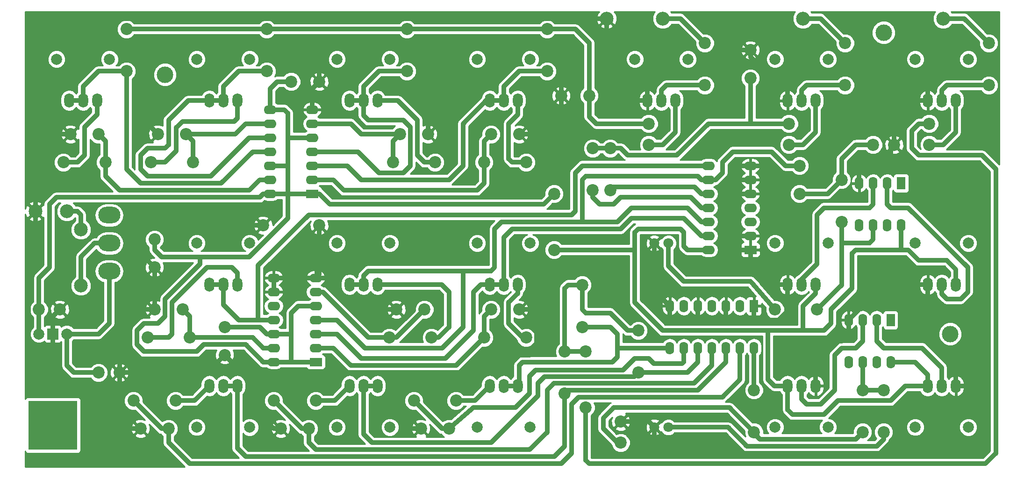
<source format=gbl>
G04 (created by PCBNEW (2013-07-07 BZR 4022)-stable) date 20/01/2017 15:23:36*
%MOIN*%
G04 Gerber Fmt 3.4, Leading zero omitted, Abs format*
%FSLAX34Y34*%
G01*
G70*
G90*
G04 APERTURE LIST*
%ADD10C,0.00590551*%
%ADD11R,0.09X0.062*%
%ADD12O,0.09X0.062*%
%ADD13R,0.062X0.09*%
%ADD14O,0.062X0.09*%
%ADD15C,0.0984252*%
%ADD16C,0.0866142*%
%ADD17O,0.15748X0.11811*%
%ADD18R,0.35X0.35*%
%ADD19C,0.0787402*%
%ADD20R,0.0787402X0.0787402*%
%ADD21O,0.0708661X0.102362*%
%ADD22C,0.11811*%
%ADD23C,0.0708661*%
%ADD24C,0.032*%
%ADD25C,0.01*%
G04 APERTURE END LIST*
G54D10*
G54D11*
X69500Y-71750D03*
G54D12*
X69500Y-70750D03*
X69500Y-69750D03*
X69500Y-68750D03*
X69500Y-67750D03*
X69500Y-66750D03*
X69500Y-65750D03*
X66500Y-65750D03*
X66500Y-66750D03*
X66500Y-67750D03*
X66500Y-68750D03*
X66500Y-69750D03*
X66500Y-70750D03*
X66500Y-71750D03*
G54D13*
X100750Y-67750D03*
G54D14*
X99750Y-67750D03*
X98750Y-67750D03*
X97750Y-67750D03*
X96750Y-67750D03*
X95750Y-67750D03*
X94750Y-67750D03*
X94750Y-70750D03*
X95750Y-70750D03*
X96750Y-70750D03*
X97750Y-70750D03*
X98750Y-70750D03*
X99750Y-70750D03*
X100750Y-70750D03*
G54D15*
X114250Y-47250D03*
X94250Y-47250D03*
X104250Y-47250D03*
X49500Y-61000D03*
X90250Y-47250D03*
G54D16*
X76000Y-48000D03*
X76000Y-51000D03*
X56000Y-48000D03*
X56000Y-51000D03*
X66000Y-48000D03*
X66000Y-51000D03*
X86000Y-48000D03*
X86000Y-51000D03*
X79500Y-74500D03*
X76500Y-74500D03*
X57500Y-70000D03*
X60500Y-70000D03*
X77750Y-70000D03*
X74750Y-70000D03*
X69500Y-74500D03*
X66500Y-74500D03*
X117500Y-49000D03*
X117500Y-52000D03*
X84500Y-70000D03*
X81500Y-70000D03*
X90500Y-59500D03*
X90500Y-56500D03*
X89250Y-56500D03*
X89250Y-59500D03*
X59500Y-74500D03*
X56500Y-74500D03*
X107000Y-58750D03*
X107000Y-61750D03*
X102250Y-68000D03*
X105250Y-68000D03*
X88500Y-66250D03*
X88500Y-69250D03*
X107250Y-49000D03*
X107250Y-52000D03*
X51500Y-57500D03*
X54500Y-57500D03*
X100750Y-73750D03*
X100750Y-76750D03*
X97250Y-49000D03*
X97250Y-52000D03*
X108500Y-76750D03*
X108500Y-73750D03*
X57750Y-57500D03*
X60750Y-57500D03*
X110000Y-76750D03*
X110000Y-73750D03*
X78000Y-57500D03*
X75000Y-57500D03*
X92500Y-69500D03*
X92500Y-72500D03*
X87250Y-71000D03*
X87250Y-74000D03*
X84500Y-57500D03*
X81500Y-57500D03*
G54D13*
X110500Y-68750D03*
G54D14*
X109500Y-68750D03*
X108500Y-68750D03*
X107500Y-68750D03*
X107500Y-71750D03*
X108500Y-71750D03*
X109500Y-71750D03*
X110500Y-71750D03*
G54D13*
X111250Y-59000D03*
G54D14*
X110250Y-59000D03*
X109250Y-59000D03*
X108250Y-59000D03*
X108250Y-62000D03*
X109250Y-62000D03*
X110250Y-62000D03*
X111250Y-62000D03*
G54D11*
X100500Y-63750D03*
G54D12*
X100500Y-62750D03*
X100500Y-61750D03*
X100500Y-60750D03*
X100500Y-59750D03*
X100500Y-58750D03*
X100500Y-57750D03*
X97500Y-57750D03*
X97500Y-58750D03*
X97500Y-59750D03*
X97500Y-60750D03*
X97500Y-61750D03*
X97500Y-62750D03*
X97500Y-63750D03*
G54D11*
X69250Y-59750D03*
G54D12*
X69250Y-58750D03*
X69250Y-57750D03*
X69250Y-56750D03*
X69250Y-55750D03*
X69250Y-54750D03*
X69250Y-53750D03*
X66250Y-53750D03*
X66250Y-54750D03*
X66250Y-55750D03*
X66250Y-56750D03*
X66250Y-57750D03*
X66250Y-58750D03*
X66250Y-59750D03*
G54D16*
X104000Y-57750D03*
X104000Y-59750D03*
X82000Y-55500D03*
X84000Y-55500D03*
X63000Y-69250D03*
X63000Y-71250D03*
X100500Y-51500D03*
X100500Y-49500D03*
X58000Y-63000D03*
X58000Y-65000D03*
X54000Y-55500D03*
X52000Y-55500D03*
X60250Y-55500D03*
X58250Y-55500D03*
X75500Y-55500D03*
X77500Y-55500D03*
X79000Y-76500D03*
X77000Y-76500D03*
X60000Y-68000D03*
X58000Y-68000D03*
X77250Y-68000D03*
X75250Y-68000D03*
X67750Y-51750D03*
X69750Y-51750D03*
X89000Y-52750D03*
X87000Y-52750D03*
X82000Y-68000D03*
X84000Y-68000D03*
X59000Y-76500D03*
X57000Y-76500D03*
X69000Y-76500D03*
X67000Y-76500D03*
G54D17*
X54770Y-63275D03*
X54770Y-65275D03*
X54770Y-61275D03*
G54D16*
X109250Y-56250D03*
X110750Y-56250D03*
X93250Y-54750D03*
X93250Y-56250D03*
X91250Y-77500D03*
X91250Y-76000D03*
X103250Y-54750D03*
X103250Y-56250D03*
X113250Y-54750D03*
X113250Y-56250D03*
X54000Y-72500D03*
X55500Y-72500D03*
X49750Y-68000D03*
X51250Y-68000D03*
G54D18*
X50750Y-76250D03*
G54D19*
X51750Y-69750D03*
G54D20*
X50750Y-69750D03*
G54D19*
X49750Y-69750D03*
G54D21*
X51900Y-53100D03*
X52900Y-53100D03*
X53900Y-53100D03*
G54D19*
X51010Y-50146D03*
X54790Y-50150D03*
G54D21*
X61900Y-53100D03*
X62900Y-53100D03*
X63900Y-53100D03*
G54D19*
X61010Y-50146D03*
X64790Y-50150D03*
G54D21*
X71900Y-53100D03*
X72900Y-53100D03*
X73900Y-53100D03*
G54D19*
X71010Y-50146D03*
X74790Y-50150D03*
G54D21*
X81900Y-53100D03*
X82900Y-53100D03*
X83900Y-53100D03*
G54D19*
X81010Y-50146D03*
X84790Y-50150D03*
G54D21*
X93150Y-53100D03*
X94150Y-53100D03*
X95150Y-53100D03*
G54D19*
X92260Y-50146D03*
X96040Y-50150D03*
G54D21*
X103150Y-53100D03*
X104150Y-53100D03*
X105150Y-53100D03*
G54D19*
X102260Y-50146D03*
X106040Y-50150D03*
G54D21*
X113150Y-53100D03*
X114150Y-53100D03*
X115150Y-53100D03*
G54D19*
X112260Y-50146D03*
X116040Y-50150D03*
G54D21*
X61900Y-66225D03*
X62900Y-66225D03*
X63900Y-66225D03*
G54D19*
X61010Y-63271D03*
X64790Y-63275D03*
G54D21*
X71900Y-66225D03*
X72900Y-66225D03*
X73900Y-66225D03*
G54D19*
X71010Y-63271D03*
X74790Y-63275D03*
G54D21*
X81900Y-66225D03*
X82900Y-66225D03*
X83900Y-66225D03*
G54D19*
X81010Y-63271D03*
X84790Y-63275D03*
G54D21*
X103150Y-66225D03*
X104150Y-66225D03*
X105150Y-66225D03*
G54D19*
X102260Y-63271D03*
X106040Y-63275D03*
G54D21*
X113150Y-66225D03*
X114150Y-66225D03*
X115150Y-66225D03*
G54D19*
X112260Y-63271D03*
X116040Y-63275D03*
G54D21*
X63900Y-73450D03*
X62900Y-73450D03*
X61900Y-73450D03*
G54D19*
X64790Y-76404D03*
X61010Y-76400D03*
G54D21*
X73900Y-73450D03*
X72900Y-73450D03*
X71900Y-73450D03*
G54D19*
X74790Y-76404D03*
X71010Y-76400D03*
G54D21*
X83900Y-73450D03*
X82900Y-73450D03*
X81900Y-73450D03*
G54D19*
X84790Y-76404D03*
X81010Y-76400D03*
G54D21*
X105150Y-73450D03*
X104150Y-73450D03*
X103150Y-73450D03*
G54D19*
X106040Y-76404D03*
X102260Y-76400D03*
G54D21*
X115150Y-73450D03*
X114150Y-73450D03*
X113150Y-73450D03*
G54D19*
X116040Y-76404D03*
X112260Y-76400D03*
G54D16*
X69750Y-62000D03*
X65750Y-62000D03*
X86500Y-59750D03*
X86500Y-63750D03*
X88750Y-71000D03*
X88750Y-75000D03*
G54D22*
X58750Y-51250D03*
X110000Y-48250D03*
X114750Y-69750D03*
G54D23*
X94650Y-63275D03*
X93650Y-63275D03*
X94650Y-76400D03*
X93650Y-76400D03*
G54D15*
X52750Y-62300D03*
X52750Y-66300D03*
X51750Y-61000D03*
G54D24*
X111750Y-63750D02*
X108000Y-63750D01*
X107750Y-64000D02*
X107750Y-66500D01*
X108000Y-63750D02*
X107750Y-64000D01*
X106250Y-68000D02*
X107750Y-66500D01*
X105750Y-69500D02*
X106250Y-69000D01*
X106250Y-69000D02*
X106250Y-68000D01*
X94250Y-69500D02*
X105750Y-69500D01*
X105150Y-66225D02*
X105150Y-66850D01*
X105150Y-66850D02*
X104250Y-67750D01*
X104250Y-67750D02*
X104250Y-69500D01*
X86500Y-63750D02*
X92250Y-63750D01*
X92250Y-67500D02*
X92250Y-63750D01*
X92250Y-62500D02*
X92250Y-67500D01*
X70500Y-60500D02*
X85750Y-60500D01*
X60750Y-71000D02*
X61000Y-71000D01*
X65750Y-71750D02*
X66500Y-71750D01*
X64500Y-70500D02*
X65750Y-71750D01*
X61500Y-70500D02*
X64500Y-70500D01*
X61000Y-71000D02*
X61500Y-70500D01*
X60750Y-71000D02*
X57250Y-71000D01*
X56750Y-70500D02*
X56750Y-69500D01*
X56750Y-70500D02*
X57250Y-71000D01*
X60750Y-71000D02*
X57250Y-71000D01*
X61250Y-64250D02*
X61250Y-64750D01*
X61250Y-64750D02*
X58750Y-67250D01*
X111250Y-63750D02*
X111750Y-63750D01*
X111750Y-63750D02*
X112500Y-64500D01*
X110250Y-74500D02*
X110500Y-74500D01*
X111550Y-73450D02*
X113150Y-73450D01*
X110500Y-74500D02*
X111550Y-73450D01*
X105500Y-75500D02*
X105750Y-75500D01*
X106750Y-74500D02*
X110250Y-74500D01*
X105750Y-75500D02*
X106750Y-74500D01*
X103150Y-73450D02*
X102200Y-73450D01*
X101750Y-73000D02*
X101750Y-69500D01*
X102200Y-73450D02*
X101750Y-73000D01*
X111250Y-62000D02*
X111250Y-63750D01*
X114500Y-64500D02*
X112500Y-64500D01*
X115150Y-65150D02*
X114500Y-64500D01*
X115150Y-66225D02*
X115150Y-65150D01*
X95750Y-62500D02*
X95500Y-62250D01*
X103150Y-69500D02*
X104250Y-69500D01*
X110500Y-71750D02*
X112250Y-71750D01*
X113150Y-72650D02*
X113150Y-73450D01*
X112250Y-71750D02*
X113150Y-72650D01*
X69750Y-59750D02*
X70500Y-60500D01*
X69250Y-59750D02*
X69750Y-59750D01*
X85750Y-60500D02*
X86500Y-59750D01*
X103150Y-73450D02*
X103150Y-75150D01*
X103150Y-75150D02*
X103500Y-75500D01*
X103500Y-75500D02*
X105500Y-75500D01*
X66500Y-69750D02*
X66000Y-69750D01*
X65500Y-69250D02*
X63000Y-69250D01*
X66000Y-69750D02*
X65500Y-69250D01*
X94250Y-69500D02*
X101750Y-69500D01*
X94250Y-69500D02*
X92250Y-67500D01*
X101750Y-69500D02*
X103150Y-69500D01*
X51000Y-60000D02*
X65500Y-60000D01*
X65750Y-59750D02*
X66250Y-59750D01*
X65500Y-60000D02*
X65750Y-59750D01*
X58750Y-64250D02*
X58500Y-64250D01*
X58000Y-63750D02*
X58000Y-63000D01*
X58500Y-64250D02*
X58000Y-63750D01*
X60000Y-64250D02*
X58750Y-64250D01*
X60000Y-64250D02*
X61250Y-64250D01*
X61250Y-64250D02*
X64750Y-64250D01*
X67500Y-61500D02*
X67500Y-59750D01*
X64750Y-64250D02*
X67500Y-61500D01*
X96000Y-63750D02*
X97500Y-63750D01*
X95750Y-63500D02*
X96000Y-63750D01*
X95750Y-62500D02*
X95750Y-63500D01*
X92500Y-62250D02*
X95500Y-62250D01*
X92250Y-62500D02*
X92500Y-62250D01*
X100750Y-73750D02*
X100750Y-70750D01*
X66500Y-69750D02*
X67750Y-69750D01*
X69500Y-67750D02*
X68250Y-67750D01*
X67750Y-68250D02*
X67750Y-69750D01*
X67750Y-69750D02*
X67750Y-71750D01*
X68250Y-67750D02*
X67750Y-68250D01*
X66500Y-71750D02*
X67750Y-71750D01*
X67750Y-71750D02*
X69500Y-71750D01*
X58250Y-69000D02*
X57250Y-69000D01*
X58750Y-68500D02*
X58750Y-67250D01*
X58250Y-69000D02*
X58750Y-68500D01*
X57250Y-69000D02*
X56750Y-69500D01*
X56750Y-69500D02*
X57250Y-69000D01*
X49750Y-68000D02*
X49750Y-65750D01*
X50500Y-60500D02*
X51000Y-60000D01*
X50500Y-65000D02*
X50500Y-60500D01*
X49750Y-65750D02*
X50500Y-65000D01*
X49750Y-68000D02*
X49750Y-69750D01*
X66250Y-53750D02*
X66250Y-52250D01*
X66750Y-51750D02*
X67750Y-51750D01*
X66250Y-52250D02*
X66750Y-51750D01*
X69250Y-55750D02*
X67500Y-55750D01*
X66250Y-57750D02*
X67500Y-57750D01*
X66250Y-53750D02*
X67250Y-53750D01*
X67500Y-54000D02*
X67500Y-55750D01*
X67500Y-55750D02*
X67500Y-57750D01*
X67500Y-57750D02*
X67500Y-59750D01*
X67250Y-53750D02*
X67500Y-54000D01*
X66250Y-59750D02*
X67500Y-59750D01*
X67500Y-59750D02*
X69250Y-59750D01*
X58250Y-55500D02*
X57250Y-54500D01*
X57250Y-54500D02*
X57250Y-49250D01*
X102750Y-58750D02*
X104750Y-58750D01*
X102750Y-58750D02*
X105000Y-58750D01*
X105000Y-58750D02*
X105500Y-58250D01*
X105500Y-58250D02*
X105500Y-57250D01*
X104750Y-58750D02*
X105000Y-58750D01*
X105000Y-58750D02*
X105500Y-58250D01*
X69750Y-49250D02*
X77500Y-49250D01*
X87000Y-49250D02*
X77500Y-49250D01*
X87000Y-52750D02*
X87000Y-49250D01*
X77500Y-55500D02*
X77500Y-49250D01*
X69750Y-51750D02*
X69750Y-49250D01*
X69750Y-49250D02*
X57250Y-49250D01*
X57250Y-49250D02*
X49500Y-49250D01*
X49500Y-47750D02*
X50000Y-47250D01*
X50000Y-47250D02*
X90250Y-47250D01*
X49500Y-49250D02*
X49500Y-47750D01*
X56750Y-62500D02*
X57250Y-62000D01*
X108250Y-59000D02*
X108250Y-58250D01*
X108250Y-58250D02*
X108750Y-57750D01*
X91250Y-76000D02*
X93250Y-76000D01*
X93250Y-76000D02*
X93650Y-76400D01*
X85250Y-70500D02*
X85250Y-70750D01*
X81500Y-71250D02*
X80250Y-72500D01*
X84750Y-71250D02*
X81500Y-71250D01*
X85250Y-70750D02*
X84750Y-71250D01*
X85250Y-68500D02*
X84750Y-68000D01*
X85250Y-70500D02*
X85250Y-68500D01*
X116250Y-78250D02*
X116750Y-78250D01*
X116750Y-78250D02*
X117250Y-77750D01*
X93650Y-76400D02*
X93650Y-77650D01*
X93650Y-77650D02*
X94250Y-78250D01*
X94250Y-78250D02*
X116250Y-78250D01*
X115150Y-73450D02*
X117250Y-73450D01*
X117250Y-73450D02*
X117250Y-73500D01*
X115000Y-57750D02*
X116000Y-57750D01*
X110500Y-57750D02*
X115000Y-57750D01*
X116000Y-57750D02*
X117250Y-59000D01*
X117250Y-59000D02*
X117250Y-73500D01*
X117250Y-73500D02*
X117250Y-77750D01*
X107500Y-68750D02*
X107500Y-69750D01*
X105150Y-70850D02*
X105150Y-73450D01*
X105750Y-70250D02*
X105150Y-70850D01*
X107000Y-70250D02*
X105750Y-70250D01*
X107500Y-69750D02*
X107000Y-70250D01*
X110500Y-57750D02*
X110500Y-56500D01*
X110500Y-56500D02*
X110750Y-56250D01*
X107750Y-55000D02*
X110750Y-55000D01*
X105500Y-57250D02*
X107750Y-55000D01*
X110750Y-56250D02*
X110750Y-55000D01*
X110750Y-55000D02*
X110750Y-54250D01*
X110750Y-54250D02*
X111900Y-53100D01*
X111900Y-53100D02*
X113150Y-53100D01*
X108750Y-57750D02*
X110500Y-57750D01*
X101750Y-57750D02*
X100500Y-57750D01*
X102750Y-58750D02*
X101750Y-57750D01*
X69750Y-62000D02*
X69750Y-65500D01*
X69750Y-65500D02*
X69500Y-65750D01*
X103150Y-53100D02*
X103150Y-51000D01*
X103150Y-51000D02*
X103250Y-51000D01*
X112500Y-51000D02*
X103250Y-51000D01*
X103250Y-51000D02*
X101500Y-51000D01*
X100500Y-50000D02*
X100500Y-49500D01*
X101500Y-51000D02*
X100500Y-50000D01*
X93150Y-53100D02*
X93150Y-52350D01*
X93150Y-52350D02*
X94500Y-51000D01*
X94500Y-51000D02*
X98250Y-51000D01*
X98250Y-51000D02*
X99750Y-49500D01*
X99750Y-49500D02*
X100500Y-49500D01*
X77000Y-76500D02*
X76250Y-76500D01*
X75500Y-75750D02*
X75500Y-72500D01*
X76250Y-76500D02*
X75500Y-75750D01*
X71000Y-72500D02*
X75500Y-72500D01*
X75500Y-72500D02*
X80250Y-72500D01*
X84000Y-68000D02*
X84750Y-68000D01*
X71000Y-72500D02*
X70000Y-73500D01*
X70000Y-73500D02*
X65250Y-73500D01*
X55500Y-72500D02*
X61750Y-72500D01*
X61750Y-72500D02*
X63000Y-71250D01*
X67000Y-76500D02*
X66500Y-76500D01*
X66500Y-76500D02*
X65250Y-75250D01*
X65250Y-75250D02*
X65250Y-74000D01*
X65250Y-73500D02*
X63000Y-71250D01*
X65250Y-74000D02*
X65250Y-73500D01*
X69500Y-65750D02*
X70250Y-65750D01*
X72500Y-68000D02*
X75250Y-68000D01*
X70250Y-65750D02*
X72500Y-68000D01*
X99250Y-62750D02*
X100500Y-62750D01*
X99250Y-59750D02*
X100500Y-59750D01*
X99250Y-58750D02*
X100500Y-58750D01*
X100500Y-57750D02*
X99500Y-57750D01*
X99500Y-57750D02*
X99250Y-58000D01*
X99250Y-58000D02*
X99250Y-63500D01*
X99250Y-63500D02*
X99500Y-63750D01*
X99500Y-63750D02*
X100500Y-63750D01*
X58000Y-65000D02*
X56750Y-63750D01*
X57250Y-62000D02*
X65750Y-62000D01*
X56750Y-63750D02*
X56750Y-62500D01*
X102000Y-68750D02*
X102500Y-68750D01*
X102500Y-68750D02*
X103150Y-68100D01*
X103150Y-66225D02*
X103150Y-68100D01*
X100750Y-68750D02*
X102000Y-68750D01*
X100750Y-67750D02*
X100750Y-68750D01*
X98750Y-67750D02*
X98750Y-68750D01*
X96750Y-67750D02*
X96750Y-68750D01*
X94750Y-68750D02*
X96750Y-68750D01*
X96750Y-68750D02*
X98750Y-68750D01*
X98750Y-68750D02*
X100750Y-68750D01*
X115150Y-73450D02*
X115150Y-71900D01*
X115150Y-71900D02*
X113150Y-69900D01*
X113150Y-69900D02*
X113150Y-66225D01*
X107500Y-68750D02*
X107500Y-68750D01*
X110025Y-66225D02*
X113150Y-66225D01*
X107500Y-68750D02*
X110025Y-66225D01*
X100500Y-63750D02*
X100500Y-65250D01*
X101475Y-66225D02*
X103150Y-66225D01*
X100500Y-65250D02*
X101475Y-66225D01*
X93650Y-63275D02*
X93650Y-66650D01*
X93650Y-66650D02*
X94750Y-67750D01*
X94750Y-67750D02*
X94750Y-68750D01*
X99250Y-59750D02*
X99250Y-60000D01*
X99500Y-63750D02*
X100500Y-63750D01*
X99250Y-63500D02*
X99500Y-63750D01*
X99250Y-58000D02*
X99250Y-58750D01*
X99250Y-58750D02*
X99250Y-60000D01*
X99250Y-60000D02*
X99250Y-62750D01*
X99250Y-62750D02*
X99250Y-63500D01*
X99500Y-57750D02*
X99250Y-58000D01*
X84000Y-55500D02*
X85750Y-55500D01*
X87000Y-54250D02*
X87000Y-52750D01*
X85750Y-55500D02*
X87000Y-54250D01*
X49000Y-71250D02*
X50250Y-71250D01*
X49000Y-65500D02*
X49000Y-71250D01*
X49000Y-71250D02*
X49000Y-73000D01*
X49750Y-73750D02*
X55500Y-73750D01*
X49000Y-73000D02*
X49750Y-73750D01*
X50250Y-71250D02*
X50750Y-70750D01*
X50750Y-70750D02*
X50750Y-69750D01*
X66500Y-66750D02*
X66500Y-65750D01*
X66500Y-65750D02*
X69500Y-65750D01*
X58000Y-68000D02*
X58000Y-65000D01*
X49500Y-61000D02*
X49500Y-65000D01*
X49500Y-65000D02*
X49000Y-65500D01*
X57000Y-76500D02*
X56000Y-76500D01*
X56000Y-76500D02*
X55500Y-76000D01*
X55500Y-76000D02*
X55500Y-75500D01*
X55500Y-76000D02*
X55500Y-75500D01*
X55500Y-75500D02*
X55500Y-73750D01*
X55500Y-73750D02*
X55500Y-72500D01*
X58000Y-68000D02*
X56750Y-68000D01*
X55500Y-69250D02*
X55500Y-72500D01*
X56750Y-68000D02*
X55500Y-69250D01*
X112500Y-51000D02*
X113150Y-51650D01*
X113150Y-51650D02*
X113150Y-53100D01*
X90250Y-47250D02*
X90250Y-52000D01*
X91350Y-53100D02*
X93150Y-53100D01*
X90250Y-52000D02*
X91350Y-53100D01*
X50750Y-69750D02*
X50750Y-68500D01*
X50750Y-68500D02*
X51250Y-68000D01*
X69250Y-53750D02*
X69250Y-52250D01*
X69250Y-52250D02*
X69750Y-51750D01*
X52000Y-55500D02*
X49500Y-55500D01*
X49500Y-49250D02*
X49500Y-55500D01*
X49500Y-55500D02*
X49500Y-61000D01*
X81900Y-53100D02*
X81650Y-53100D01*
X81650Y-53100D02*
X80000Y-54750D01*
X82900Y-53100D02*
X82900Y-52100D01*
X82900Y-52100D02*
X84000Y-51000D01*
X84000Y-51000D02*
X86000Y-51000D01*
X84000Y-51000D02*
X86000Y-51000D01*
X82900Y-52100D02*
X84000Y-51000D01*
X69250Y-57750D02*
X71750Y-57750D01*
X71750Y-57750D02*
X72750Y-58750D01*
X72750Y-58750D02*
X79000Y-58750D01*
X79000Y-58750D02*
X80000Y-57750D01*
X80000Y-57750D02*
X80000Y-54750D01*
X81900Y-53100D02*
X82900Y-53100D01*
X84500Y-70000D02*
X84250Y-70000D01*
X84250Y-70000D02*
X83250Y-69000D01*
X83900Y-66850D02*
X83900Y-66225D01*
X83250Y-67500D02*
X83900Y-66850D01*
X83250Y-69000D02*
X83250Y-67500D01*
X83500Y-62250D02*
X91250Y-62250D01*
X97500Y-62750D02*
X97000Y-62750D01*
X97000Y-62750D02*
X95750Y-61500D01*
X95750Y-61500D02*
X92000Y-61500D01*
X92000Y-61500D02*
X91250Y-62250D01*
X81900Y-66225D02*
X82900Y-66225D01*
X69500Y-69750D02*
X71000Y-69750D01*
X81275Y-66225D02*
X81900Y-66225D01*
X80750Y-66750D02*
X81275Y-66225D01*
X80750Y-69500D02*
X80750Y-66750D01*
X78750Y-71500D02*
X80750Y-69500D01*
X72750Y-71500D02*
X78750Y-71500D01*
X71000Y-69750D02*
X72750Y-71500D01*
X82900Y-66225D02*
X82900Y-62850D01*
X82900Y-62850D02*
X83500Y-62250D01*
X69500Y-70750D02*
X70750Y-70750D01*
X72000Y-72000D02*
X79500Y-72000D01*
X70750Y-70750D02*
X72000Y-72000D01*
X79500Y-72000D02*
X81500Y-70000D01*
X81500Y-70000D02*
X81500Y-68500D01*
X81500Y-68500D02*
X82000Y-68000D01*
X59250Y-67500D02*
X61750Y-65000D01*
X61750Y-65000D02*
X62000Y-65000D01*
X62000Y-65000D02*
X63500Y-65000D01*
X63500Y-65000D02*
X63900Y-65400D01*
X63900Y-65400D02*
X63900Y-66225D01*
X57500Y-70000D02*
X59000Y-70000D01*
X59250Y-69750D02*
X59250Y-67500D01*
X59000Y-70000D02*
X59250Y-69750D01*
X83500Y-61250D02*
X69750Y-61250D01*
X69000Y-61250D02*
X69750Y-61250D01*
X65375Y-64875D02*
X69000Y-61250D01*
X83500Y-61250D02*
X85250Y-61250D01*
X88500Y-57750D02*
X97500Y-57750D01*
X85250Y-61250D02*
X87750Y-61250D01*
X88000Y-58250D02*
X88500Y-57750D01*
X88000Y-61000D02*
X88000Y-58250D01*
X87750Y-61250D02*
X88000Y-61000D01*
X65500Y-68750D02*
X66500Y-68750D01*
X65375Y-68750D02*
X65500Y-68750D01*
X65375Y-64875D02*
X65375Y-68750D01*
X66500Y-68750D02*
X64000Y-68750D01*
X62900Y-67650D02*
X62900Y-66225D01*
X64000Y-68750D02*
X62900Y-67650D01*
X62900Y-66225D02*
X61900Y-66225D01*
X60500Y-70000D02*
X65000Y-70000D01*
X65750Y-70750D02*
X66500Y-70750D01*
X65000Y-70000D02*
X65750Y-70750D01*
X60500Y-70000D02*
X60500Y-68500D01*
X60500Y-68500D02*
X60000Y-68000D01*
X77750Y-70000D02*
X78250Y-70000D01*
X78475Y-66225D02*
X73900Y-66225D01*
X79000Y-66750D02*
X78475Y-66225D01*
X79000Y-69250D02*
X79000Y-66750D01*
X78250Y-70000D02*
X79000Y-69250D01*
X91250Y-77500D02*
X91000Y-77500D01*
X99000Y-75000D02*
X100750Y-76750D01*
X90750Y-75000D02*
X99000Y-75000D01*
X90000Y-75750D02*
X90750Y-75000D01*
X90000Y-76500D02*
X90000Y-75750D01*
X91000Y-77500D02*
X90000Y-76500D01*
X100750Y-76750D02*
X100750Y-76829D01*
X108000Y-77250D02*
X108500Y-76750D01*
X101170Y-77250D02*
X108000Y-77250D01*
X100750Y-76829D02*
X101170Y-77250D01*
X109500Y-68750D02*
X109500Y-70250D01*
X114150Y-72150D02*
X114150Y-73450D01*
X112750Y-70750D02*
X114150Y-72150D01*
X110000Y-70750D02*
X112750Y-70750D01*
X109500Y-70250D02*
X110000Y-70750D01*
X69250Y-58750D02*
X70750Y-58750D01*
X81500Y-59000D02*
X81500Y-57500D01*
X81000Y-59500D02*
X81500Y-59000D01*
X71500Y-59500D02*
X81000Y-59500D01*
X70750Y-58750D02*
X71500Y-59500D01*
X81500Y-57500D02*
X81500Y-56000D01*
X81500Y-56000D02*
X82000Y-55500D01*
X103250Y-56250D02*
X104250Y-56250D01*
X105150Y-55350D02*
X105150Y-53100D01*
X104250Y-56250D02*
X105150Y-55350D01*
X88750Y-75000D02*
X88750Y-78750D01*
X89000Y-79000D02*
X92000Y-79000D01*
X88750Y-78750D02*
X89000Y-79000D01*
X117250Y-79000D02*
X92000Y-79000D01*
X118000Y-78250D02*
X117250Y-79000D01*
X112500Y-54750D02*
X112000Y-55250D01*
X112000Y-55250D02*
X112000Y-56500D01*
X112000Y-56500D02*
X112500Y-57000D01*
X112500Y-57000D02*
X117000Y-57000D01*
X117000Y-57000D02*
X118000Y-58000D01*
X118000Y-58000D02*
X118000Y-78250D01*
X113250Y-54750D02*
X112500Y-54750D01*
X113250Y-56250D02*
X114250Y-56250D01*
X115150Y-55350D02*
X115150Y-53100D01*
X114250Y-56250D02*
X115150Y-55350D01*
X107000Y-70750D02*
X106500Y-71250D01*
X106500Y-73750D02*
X105500Y-74750D01*
X106500Y-71250D02*
X106500Y-73750D01*
X108500Y-68750D02*
X108500Y-70250D01*
X104150Y-74400D02*
X104150Y-73450D01*
X105500Y-74750D02*
X104500Y-74750D01*
X104500Y-74750D02*
X104150Y-74400D01*
X108000Y-70750D02*
X107000Y-70750D01*
X108500Y-70250D02*
X108000Y-70750D01*
X108500Y-71750D02*
X108500Y-73750D01*
X108500Y-73750D02*
X110000Y-73750D01*
X76000Y-48000D02*
X66000Y-48000D01*
X86000Y-48000D02*
X76000Y-48000D01*
X93250Y-54750D02*
X89500Y-54750D01*
X89000Y-54250D02*
X89000Y-52750D01*
X89500Y-54750D02*
X89000Y-54250D01*
X86000Y-48000D02*
X88000Y-48000D01*
X88000Y-48000D02*
X89000Y-49000D01*
X89000Y-49000D02*
X89000Y-52750D01*
X56000Y-48000D02*
X86000Y-48000D01*
X100250Y-77750D02*
X109500Y-77750D01*
X110000Y-77250D02*
X110000Y-76750D01*
X109500Y-77750D02*
X110000Y-77250D01*
X94650Y-76400D02*
X98900Y-76400D01*
X98900Y-76400D02*
X100250Y-77750D01*
X52900Y-53100D02*
X52900Y-52100D01*
X56000Y-51000D02*
X54000Y-51000D01*
X54000Y-51000D02*
X56000Y-51000D01*
X52900Y-52100D02*
X54000Y-51000D01*
X54000Y-51000D02*
X52900Y-52100D01*
X66250Y-56750D02*
X65000Y-56750D01*
X65000Y-56750D02*
X62750Y-59000D01*
X56000Y-58000D02*
X56000Y-51000D01*
X57000Y-59000D02*
X56000Y-58000D01*
X62750Y-59000D02*
X57000Y-59000D01*
X51900Y-53100D02*
X52900Y-53100D01*
X54500Y-57500D02*
X54500Y-58500D01*
X55500Y-59500D02*
X57250Y-59500D01*
X54500Y-58500D02*
X55500Y-59500D01*
X66250Y-58750D02*
X65500Y-58750D01*
X65500Y-58750D02*
X64750Y-59500D01*
X64750Y-59500D02*
X57250Y-59500D01*
X54000Y-55500D02*
X54500Y-56000D01*
X54500Y-56000D02*
X54500Y-57500D01*
X57750Y-57500D02*
X58750Y-57500D01*
X58750Y-57500D02*
X59539Y-56710D01*
X59539Y-55039D02*
X59539Y-56710D01*
X60000Y-54579D02*
X59539Y-55039D01*
X63670Y-54579D02*
X63900Y-54350D01*
X60000Y-54579D02*
X63670Y-54579D01*
X63900Y-54350D02*
X63900Y-53100D01*
X59000Y-56250D02*
X59000Y-54500D01*
X57500Y-58500D02*
X62000Y-58500D01*
X57500Y-56500D02*
X58750Y-56500D01*
X62000Y-58500D02*
X64750Y-55750D01*
X66250Y-55750D02*
X64750Y-55750D01*
X62900Y-53100D02*
X62900Y-52100D01*
X64000Y-51000D02*
X66000Y-51000D01*
X62900Y-52100D02*
X64000Y-51000D01*
X57000Y-57000D02*
X57500Y-56500D01*
X57000Y-58000D02*
X57000Y-57000D01*
X57500Y-58500D02*
X57000Y-58000D01*
X58750Y-56500D02*
X59000Y-56250D01*
X61900Y-53100D02*
X60400Y-53100D01*
X59000Y-54500D02*
X60400Y-53100D01*
X61900Y-53100D02*
X62900Y-53100D01*
X53000Y-55000D02*
X53900Y-54100D01*
X53900Y-54100D02*
X53900Y-53100D01*
X53900Y-53100D02*
X53900Y-54100D01*
X53000Y-55000D02*
X53000Y-57000D01*
X53000Y-57000D02*
X52500Y-57500D01*
X52500Y-57500D02*
X51500Y-57500D01*
X51500Y-57500D02*
X52500Y-57500D01*
X52500Y-57500D02*
X53000Y-57000D01*
X53000Y-57000D02*
X53000Y-55000D01*
X52500Y-57500D02*
X53000Y-57000D01*
X51750Y-69750D02*
X51750Y-72000D01*
X52250Y-72500D02*
X54000Y-72500D01*
X51750Y-72000D02*
X52250Y-72500D01*
X51750Y-69750D02*
X54000Y-69750D01*
X54770Y-68980D02*
X54770Y-65275D01*
X54000Y-69750D02*
X54770Y-68980D01*
X66250Y-54750D02*
X64500Y-54750D01*
X63750Y-55500D02*
X60250Y-55500D01*
X64500Y-54750D02*
X63750Y-55500D01*
X60250Y-55500D02*
X60750Y-56000D01*
X60750Y-56000D02*
X60750Y-57500D01*
X87250Y-71000D02*
X88750Y-71000D01*
X92500Y-69500D02*
X91750Y-69500D01*
X88500Y-68000D02*
X88500Y-66250D01*
X88750Y-68250D02*
X88500Y-68000D01*
X90500Y-68250D02*
X88750Y-68250D01*
X91750Y-69500D02*
X90500Y-68250D01*
X87250Y-71000D02*
X87250Y-66500D01*
X87500Y-66250D02*
X88500Y-66250D01*
X87250Y-66500D02*
X87500Y-66250D01*
X114250Y-47250D02*
X115750Y-47250D01*
X115750Y-47250D02*
X117500Y-49000D01*
X104150Y-66225D02*
X104150Y-65850D01*
X105250Y-61250D02*
X105750Y-60750D01*
X105250Y-64750D02*
X105250Y-61250D01*
X104150Y-65850D02*
X105250Y-64750D01*
X109250Y-59000D02*
X109250Y-60500D01*
X109250Y-60500D02*
X109000Y-60750D01*
X109000Y-60750D02*
X105750Y-60750D01*
X114150Y-66225D02*
X114150Y-66900D01*
X114150Y-66900D02*
X114500Y-67250D01*
X115500Y-67250D02*
X116000Y-66750D01*
X116000Y-66750D02*
X116000Y-65500D01*
X110500Y-60750D02*
X111500Y-60750D01*
X110250Y-60500D02*
X110500Y-60750D01*
X110250Y-59000D02*
X110250Y-60500D01*
X111500Y-60750D02*
X111750Y-60750D01*
X116000Y-65000D02*
X111750Y-60750D01*
X116000Y-65500D02*
X116000Y-65000D01*
X114500Y-67250D02*
X115500Y-67250D01*
X51750Y-61000D02*
X52500Y-61000D01*
X52750Y-61250D02*
X52750Y-62300D01*
X52500Y-61000D02*
X52750Y-61250D01*
X54770Y-63275D02*
X53725Y-63275D01*
X52750Y-64250D02*
X52750Y-66300D01*
X53725Y-63275D02*
X52750Y-64250D01*
X91750Y-57000D02*
X95250Y-57000D01*
X89250Y-56500D02*
X90500Y-56500D01*
X100500Y-51500D02*
X100500Y-54750D01*
X90500Y-56500D02*
X91250Y-56500D01*
X97500Y-54750D02*
X100500Y-54750D01*
X100500Y-54750D02*
X103250Y-54750D01*
X95250Y-57000D02*
X97500Y-54750D01*
X91250Y-56500D02*
X91750Y-57000D01*
X94150Y-53100D02*
X94150Y-52350D01*
X94500Y-52000D02*
X97250Y-52000D01*
X94150Y-52350D02*
X94500Y-52000D01*
X104150Y-53100D02*
X104150Y-52350D01*
X104500Y-52000D02*
X107250Y-52000D01*
X104150Y-52350D02*
X104500Y-52000D01*
X114150Y-53100D02*
X114150Y-52350D01*
X114500Y-52000D02*
X117500Y-52000D01*
X114150Y-52350D02*
X114500Y-52000D01*
X76750Y-54500D02*
X76750Y-57000D01*
X76750Y-54500D02*
X75350Y-53100D01*
X73900Y-53100D02*
X75350Y-53100D01*
X77250Y-57500D02*
X78000Y-57500D01*
X76750Y-57000D02*
X77250Y-57500D01*
X89250Y-59500D02*
X89250Y-60000D01*
X89250Y-60000D02*
X89750Y-60500D01*
X90750Y-60500D02*
X91250Y-60000D01*
X89750Y-60500D02*
X90750Y-60500D01*
X91250Y-60000D02*
X92250Y-60000D01*
X97500Y-60750D02*
X97000Y-60750D01*
X96250Y-60000D02*
X92250Y-60000D01*
X97000Y-60750D02*
X96250Y-60000D01*
X92500Y-72500D02*
X96000Y-72500D01*
X96750Y-71750D02*
X96750Y-70750D01*
X96000Y-72500D02*
X96750Y-71750D01*
X92000Y-72800D02*
X85804Y-72800D01*
X85354Y-74145D02*
X85250Y-74250D01*
X85354Y-73250D02*
X85354Y-74145D01*
X85804Y-72800D02*
X85354Y-73250D01*
X92500Y-72500D02*
X92200Y-72800D01*
X92200Y-72800D02*
X92000Y-72800D01*
X82000Y-77500D02*
X81750Y-77500D01*
X85250Y-74250D02*
X82000Y-77500D01*
X76500Y-77500D02*
X73500Y-77500D01*
X72900Y-76900D02*
X72900Y-73450D01*
X73500Y-77500D02*
X72900Y-76900D01*
X76500Y-77500D02*
X78500Y-77500D01*
X81750Y-77500D02*
X78500Y-77500D01*
X72900Y-73450D02*
X73900Y-73450D01*
X98750Y-70750D02*
X98750Y-71750D01*
X87500Y-73750D02*
X87250Y-74000D01*
X96750Y-73750D02*
X87500Y-73750D01*
X98750Y-71750D02*
X96750Y-73750D01*
X87250Y-74000D02*
X87250Y-77750D01*
X87250Y-77750D02*
X86500Y-78500D01*
X84750Y-78500D02*
X86500Y-78500D01*
X64659Y-78500D02*
X64500Y-78500D01*
X64500Y-78500D02*
X63900Y-77900D01*
X84750Y-78500D02*
X64659Y-78500D01*
X63900Y-73450D02*
X63900Y-77900D01*
X62900Y-73450D02*
X63900Y-73450D01*
X59500Y-74500D02*
X60850Y-74500D01*
X60850Y-74500D02*
X61900Y-73450D01*
X60500Y-79000D02*
X87000Y-79000D01*
X87000Y-79000D02*
X87750Y-78250D01*
X59000Y-77500D02*
X60500Y-79000D01*
X59000Y-76500D02*
X59000Y-77500D01*
X99750Y-73000D02*
X99750Y-70750D01*
X98500Y-74250D02*
X99750Y-73000D01*
X88250Y-74250D02*
X98500Y-74250D01*
X87750Y-74750D02*
X88250Y-74250D01*
X87750Y-78250D02*
X87750Y-74750D01*
X59000Y-76500D02*
X58500Y-76500D01*
X58500Y-76500D02*
X56500Y-74500D01*
X69500Y-74500D02*
X70850Y-74500D01*
X70850Y-74500D02*
X71900Y-73450D01*
X96250Y-73275D02*
X86475Y-73275D01*
X86000Y-73750D02*
X86000Y-76750D01*
X86475Y-73275D02*
X86000Y-73750D01*
X96475Y-73275D02*
X96250Y-73275D01*
X96475Y-73275D02*
X97250Y-72500D01*
X69000Y-76500D02*
X68500Y-76500D01*
X68500Y-76500D02*
X66500Y-74500D01*
X97250Y-72500D02*
X97750Y-72000D01*
X97750Y-72000D02*
X97750Y-70750D01*
X69500Y-78000D02*
X69000Y-77500D01*
X86000Y-76750D02*
X84750Y-78000D01*
X71000Y-78000D02*
X84750Y-78000D01*
X69000Y-77500D02*
X69000Y-76500D01*
X71000Y-78000D02*
X69500Y-78000D01*
X90650Y-71750D02*
X84250Y-71750D01*
X84000Y-73350D02*
X83900Y-73450D01*
X84000Y-72000D02*
X84000Y-73350D01*
X84250Y-71750D02*
X84000Y-72000D01*
X88500Y-69250D02*
X90500Y-69250D01*
X91000Y-69750D02*
X91000Y-71000D01*
X90500Y-69250D02*
X91000Y-69750D01*
X90650Y-71750D02*
X91000Y-71400D01*
X91000Y-71400D02*
X91000Y-71000D01*
X91000Y-71000D02*
X91000Y-70750D01*
X91000Y-70750D02*
X94750Y-70750D01*
X82900Y-73450D02*
X83900Y-73450D01*
X79500Y-74500D02*
X80850Y-74500D01*
X80850Y-74500D02*
X81900Y-73450D01*
X79500Y-74500D02*
X79500Y-74500D01*
X96500Y-59250D02*
X90750Y-59250D01*
X90750Y-59250D02*
X90500Y-59500D01*
X97500Y-59750D02*
X97000Y-59750D01*
X97000Y-59750D02*
X96500Y-59250D01*
X72900Y-53100D02*
X72900Y-54150D01*
X73250Y-54500D02*
X75750Y-54500D01*
X72900Y-54150D02*
X73250Y-54500D01*
X75750Y-54500D02*
X76250Y-55000D01*
X72900Y-53100D02*
X72900Y-52100D01*
X74000Y-51000D02*
X76000Y-51000D01*
X72900Y-52100D02*
X74000Y-51000D01*
X76250Y-57750D02*
X76250Y-55000D01*
X75750Y-58250D02*
X76250Y-57750D01*
X74000Y-58250D02*
X75750Y-58250D01*
X72500Y-56750D02*
X74000Y-58250D01*
X69250Y-56750D02*
X72500Y-56750D01*
X71900Y-53100D02*
X72900Y-53100D01*
X91425Y-72325D02*
X85175Y-72325D01*
X84750Y-72750D02*
X84750Y-74000D01*
X85175Y-72325D02*
X84750Y-72750D01*
X80750Y-75000D02*
X83750Y-75000D01*
X83750Y-75000D02*
X84750Y-74000D01*
X80750Y-75000D02*
X79000Y-76500D01*
X79000Y-76500D02*
X78500Y-76500D01*
X78500Y-76500D02*
X76500Y-74500D01*
X92250Y-71500D02*
X93250Y-71500D01*
X91425Y-72325D02*
X92250Y-71500D01*
X93250Y-71500D02*
X93625Y-71875D01*
X95625Y-71875D02*
X95750Y-71750D01*
X95750Y-71750D02*
X95750Y-70750D01*
X93625Y-71875D02*
X95625Y-71875D01*
X93250Y-56250D02*
X94250Y-56250D01*
X95150Y-55350D02*
X95150Y-53100D01*
X94250Y-56250D02*
X95150Y-55350D01*
X104250Y-47250D02*
X105500Y-47250D01*
X105500Y-47250D02*
X107250Y-49000D01*
X107000Y-61750D02*
X107000Y-66250D01*
X107000Y-63250D02*
X109000Y-63250D01*
X109000Y-63250D02*
X109250Y-63000D01*
X109250Y-63000D02*
X109250Y-62000D01*
X105250Y-68000D02*
X107000Y-66250D01*
X107000Y-66250D02*
X107000Y-63250D01*
X109250Y-62000D02*
X109250Y-63000D01*
X109250Y-63000D02*
X109000Y-63250D01*
X104000Y-59750D02*
X106000Y-59750D01*
X106000Y-59750D02*
X107000Y-58750D01*
X109250Y-56250D02*
X108000Y-56250D01*
X107000Y-57250D02*
X107000Y-58750D01*
X108000Y-56250D02*
X107000Y-57250D01*
X94650Y-63275D02*
X94650Y-64900D01*
X100500Y-66000D02*
X102250Y-68000D01*
X95750Y-66000D02*
X100500Y-66000D01*
X94650Y-64900D02*
X95750Y-66000D01*
X94250Y-47250D02*
X95500Y-47250D01*
X95500Y-47250D02*
X97250Y-49000D01*
X75500Y-55500D02*
X72750Y-55500D01*
X72000Y-54750D02*
X69250Y-54750D01*
X72750Y-55500D02*
X72000Y-54750D01*
X75500Y-55500D02*
X75000Y-56000D01*
X75000Y-56000D02*
X75000Y-57500D01*
X84500Y-57500D02*
X83500Y-57500D01*
X83900Y-54100D02*
X83900Y-53100D01*
X83250Y-54750D02*
X83900Y-54100D01*
X83250Y-57250D02*
X83250Y-54750D01*
X83500Y-57500D02*
X83250Y-57250D01*
X73250Y-70000D02*
X70000Y-66750D01*
X70000Y-66750D02*
X69500Y-66750D01*
X74750Y-70000D02*
X73250Y-70000D01*
X74750Y-70000D02*
X75250Y-70000D01*
X75250Y-70000D02*
X77250Y-68000D01*
X88500Y-61750D02*
X88500Y-58750D01*
X97000Y-58750D02*
X96750Y-58500D01*
X96750Y-58500D02*
X88750Y-58500D01*
X97500Y-58750D02*
X97000Y-58750D01*
X91000Y-61750D02*
X88500Y-61750D01*
X88500Y-58750D02*
X88750Y-58500D01*
X82750Y-61750D02*
X91000Y-61750D01*
X80000Y-65250D02*
X82000Y-65250D01*
X82250Y-62250D02*
X82750Y-61750D01*
X82250Y-65000D02*
X82250Y-62250D01*
X82000Y-65250D02*
X82250Y-65000D01*
X72900Y-66225D02*
X72900Y-65600D01*
X73250Y-65250D02*
X80000Y-65250D01*
X72900Y-65600D02*
X73250Y-65250D01*
X69500Y-68750D02*
X71000Y-68750D01*
X71000Y-68750D02*
X73000Y-70750D01*
X73000Y-70750D02*
X78500Y-70750D01*
X78500Y-70750D02*
X80000Y-69250D01*
X80000Y-69250D02*
X80000Y-65250D01*
X101750Y-56750D02*
X102000Y-56750D01*
X102000Y-56750D02*
X103000Y-57750D01*
X103000Y-57750D02*
X104000Y-57750D01*
X97500Y-61750D02*
X97000Y-61750D01*
X97000Y-61750D02*
X96000Y-60750D01*
X96000Y-60750D02*
X92000Y-60750D01*
X92000Y-60750D02*
X91000Y-61750D01*
X97500Y-58750D02*
X98000Y-58750D01*
X99250Y-56750D02*
X101750Y-56750D01*
X98500Y-57500D02*
X99250Y-56750D01*
X98500Y-58250D02*
X98500Y-57500D01*
X98000Y-58750D02*
X98500Y-58250D01*
X71900Y-66225D02*
X72900Y-66225D01*
G54D10*
G36*
X82260Y-61660D02*
X81960Y-61960D01*
X81871Y-62093D01*
X81840Y-62250D01*
X81840Y-64830D01*
X81830Y-64840D01*
X81653Y-64840D01*
X81653Y-63143D01*
X81556Y-62906D01*
X81375Y-62725D01*
X81138Y-62627D01*
X80882Y-62627D01*
X80645Y-62724D01*
X80464Y-62905D01*
X80366Y-63142D01*
X80366Y-63398D01*
X80463Y-63635D01*
X80644Y-63816D01*
X80881Y-63914D01*
X81137Y-63914D01*
X81374Y-63817D01*
X81555Y-63636D01*
X81653Y-63399D01*
X81653Y-63143D01*
X81653Y-64840D01*
X80000Y-64840D01*
X75433Y-64840D01*
X75433Y-63147D01*
X75336Y-62910D01*
X75155Y-62729D01*
X74918Y-62631D01*
X74662Y-62631D01*
X74425Y-62728D01*
X74244Y-62909D01*
X74146Y-63146D01*
X74146Y-63402D01*
X74243Y-63639D01*
X74424Y-63820D01*
X74661Y-63918D01*
X74917Y-63918D01*
X75154Y-63821D01*
X75335Y-63640D01*
X75433Y-63403D01*
X75433Y-63147D01*
X75433Y-64840D01*
X73250Y-64840D01*
X73093Y-64871D01*
X72960Y-64960D01*
X72960Y-64960D01*
X72960Y-64960D01*
X72610Y-65310D01*
X72521Y-65443D01*
X72490Y-65600D01*
X72490Y-65613D01*
X72472Y-65625D01*
X72400Y-65734D01*
X72327Y-65625D01*
X72131Y-65494D01*
X71900Y-65448D01*
X71668Y-65494D01*
X71653Y-65504D01*
X71653Y-63143D01*
X71556Y-62906D01*
X71375Y-62725D01*
X71138Y-62627D01*
X70882Y-62627D01*
X70645Y-62724D01*
X70464Y-62905D01*
X70366Y-63142D01*
X70366Y-63398D01*
X70463Y-63635D01*
X70644Y-63816D01*
X70881Y-63914D01*
X71137Y-63914D01*
X71374Y-63817D01*
X71555Y-63636D01*
X71653Y-63399D01*
X71653Y-63143D01*
X71653Y-65504D01*
X71472Y-65625D01*
X71341Y-65821D01*
X71295Y-66052D01*
X71295Y-66397D01*
X71341Y-66628D01*
X71472Y-66824D01*
X71668Y-66955D01*
X71900Y-67001D01*
X72131Y-66955D01*
X72327Y-66824D01*
X72400Y-66715D01*
X72472Y-66824D01*
X72668Y-66955D01*
X72900Y-67001D01*
X73131Y-66955D01*
X73327Y-66824D01*
X73400Y-66715D01*
X73472Y-66824D01*
X73668Y-66955D01*
X73900Y-67001D01*
X74131Y-66955D01*
X74327Y-66824D01*
X74454Y-66635D01*
X78305Y-66635D01*
X78590Y-66919D01*
X78590Y-69080D01*
X78193Y-69477D01*
X78137Y-69421D01*
X77886Y-69317D01*
X77614Y-69316D01*
X77363Y-69420D01*
X77171Y-69612D01*
X77067Y-69863D01*
X77066Y-70135D01*
X77151Y-70340D01*
X75464Y-70340D01*
X75539Y-70289D01*
X77146Y-68682D01*
X77385Y-68683D01*
X77636Y-68579D01*
X77828Y-68387D01*
X77932Y-68136D01*
X77933Y-67864D01*
X77829Y-67613D01*
X77637Y-67421D01*
X77386Y-67317D01*
X77114Y-67316D01*
X76863Y-67420D01*
X76671Y-67612D01*
X76567Y-67863D01*
X76566Y-68103D01*
X75937Y-68733D01*
X75937Y-68113D01*
X75928Y-67841D01*
X75841Y-67632D01*
X75732Y-67588D01*
X75661Y-67659D01*
X75661Y-67517D01*
X75617Y-67408D01*
X75363Y-67312D01*
X75091Y-67321D01*
X74882Y-67408D01*
X74838Y-67517D01*
X75250Y-67929D01*
X75661Y-67517D01*
X75661Y-67659D01*
X75320Y-68000D01*
X75732Y-68411D01*
X75841Y-68367D01*
X75937Y-68113D01*
X75937Y-68733D01*
X75661Y-69008D01*
X75661Y-68482D01*
X75250Y-68070D01*
X75179Y-68141D01*
X75179Y-68000D01*
X74767Y-67588D01*
X74658Y-67632D01*
X74562Y-67886D01*
X74571Y-68158D01*
X74658Y-68367D01*
X74767Y-68411D01*
X75179Y-68000D01*
X75179Y-68141D01*
X74838Y-68482D01*
X74882Y-68591D01*
X75136Y-68687D01*
X75408Y-68678D01*
X75617Y-68591D01*
X75661Y-68482D01*
X75661Y-69008D01*
X75193Y-69477D01*
X75137Y-69421D01*
X74886Y-69317D01*
X74614Y-69316D01*
X74363Y-69420D01*
X74193Y-69590D01*
X73419Y-69590D01*
X70289Y-66460D01*
X70156Y-66371D01*
X70040Y-66348D01*
X69894Y-66250D01*
X69900Y-66248D01*
X70071Y-66110D01*
X70176Y-65918D01*
X70183Y-65886D01*
X70183Y-65613D01*
X70176Y-65581D01*
X70161Y-65554D01*
X70161Y-62482D01*
X69750Y-62070D01*
X69338Y-62482D01*
X69382Y-62591D01*
X69636Y-62687D01*
X69908Y-62678D01*
X70117Y-62591D01*
X70161Y-62482D01*
X70161Y-65554D01*
X70071Y-65389D01*
X69900Y-65251D01*
X69690Y-65190D01*
X69550Y-65190D01*
X69550Y-65700D01*
X70134Y-65700D01*
X70183Y-65613D01*
X70183Y-65886D01*
X70134Y-65800D01*
X69550Y-65800D01*
X69550Y-65807D01*
X69450Y-65807D01*
X69450Y-65800D01*
X69450Y-65700D01*
X69450Y-65190D01*
X69310Y-65190D01*
X69099Y-65251D01*
X68928Y-65389D01*
X68823Y-65581D01*
X68816Y-65613D01*
X68865Y-65700D01*
X69450Y-65700D01*
X69450Y-65800D01*
X68865Y-65800D01*
X68816Y-65886D01*
X68823Y-65918D01*
X68928Y-66110D01*
X69099Y-66248D01*
X69105Y-66250D01*
X68950Y-66354D01*
X68828Y-66535D01*
X68786Y-66750D01*
X68828Y-66964D01*
X68950Y-67145D01*
X69105Y-67250D01*
X68971Y-67340D01*
X68250Y-67340D01*
X68093Y-67371D01*
X67960Y-67460D01*
X67460Y-67960D01*
X67371Y-68093D01*
X67340Y-68250D01*
X67340Y-69340D01*
X67028Y-69340D01*
X66894Y-69250D01*
X67049Y-69145D01*
X67171Y-68964D01*
X67213Y-68750D01*
X67171Y-68535D01*
X67049Y-68354D01*
X66894Y-68250D01*
X67049Y-68145D01*
X67171Y-67964D01*
X67213Y-67750D01*
X67171Y-67535D01*
X67049Y-67354D01*
X66894Y-67250D01*
X66900Y-67248D01*
X67071Y-67110D01*
X67176Y-66918D01*
X67183Y-66886D01*
X67183Y-66613D01*
X67176Y-66581D01*
X67071Y-66389D01*
X66900Y-66251D01*
X66894Y-66250D01*
X66900Y-66248D01*
X67071Y-66110D01*
X67176Y-65918D01*
X67183Y-65886D01*
X67183Y-65613D01*
X67176Y-65581D01*
X67071Y-65389D01*
X66900Y-65251D01*
X66690Y-65190D01*
X66550Y-65190D01*
X66550Y-65700D01*
X67134Y-65700D01*
X67183Y-65613D01*
X67183Y-65886D01*
X67134Y-65800D01*
X66550Y-65800D01*
X66550Y-66190D01*
X66550Y-66310D01*
X66550Y-66700D01*
X67134Y-66700D01*
X67183Y-66613D01*
X67183Y-66886D01*
X67134Y-66800D01*
X66550Y-66800D01*
X66550Y-66807D01*
X66450Y-66807D01*
X66450Y-66800D01*
X66450Y-66700D01*
X66450Y-66310D01*
X66450Y-66190D01*
X66450Y-65800D01*
X66450Y-65700D01*
X66450Y-65190D01*
X66310Y-65190D01*
X66099Y-65251D01*
X65928Y-65389D01*
X65823Y-65581D01*
X65816Y-65613D01*
X65865Y-65700D01*
X66450Y-65700D01*
X66450Y-65800D01*
X65865Y-65800D01*
X65816Y-65886D01*
X65823Y-65918D01*
X65928Y-66110D01*
X66099Y-66248D01*
X66105Y-66250D01*
X66099Y-66251D01*
X65928Y-66389D01*
X65823Y-66581D01*
X65816Y-66613D01*
X65865Y-66700D01*
X66450Y-66700D01*
X66450Y-66800D01*
X65865Y-66800D01*
X65816Y-66886D01*
X65823Y-66918D01*
X65928Y-67110D01*
X66099Y-67248D01*
X66105Y-67250D01*
X65950Y-67354D01*
X65828Y-67535D01*
X65786Y-67750D01*
X65828Y-67964D01*
X65950Y-68145D01*
X66105Y-68250D01*
X65971Y-68340D01*
X65785Y-68340D01*
X65785Y-65044D01*
X69135Y-61694D01*
X69062Y-61886D01*
X69071Y-62158D01*
X69158Y-62367D01*
X69267Y-62411D01*
X69679Y-62000D01*
X69673Y-61994D01*
X69744Y-61923D01*
X69750Y-61929D01*
X69755Y-61923D01*
X69826Y-61994D01*
X69820Y-62000D01*
X70232Y-62411D01*
X70341Y-62367D01*
X70437Y-62113D01*
X70428Y-61841D01*
X70352Y-61660D01*
X82260Y-61660D01*
X82260Y-61660D01*
G37*
G54D25*
X82260Y-61660D02*
X81960Y-61960D01*
X81871Y-62093D01*
X81840Y-62250D01*
X81840Y-64830D01*
X81830Y-64840D01*
X81653Y-64840D01*
X81653Y-63143D01*
X81556Y-62906D01*
X81375Y-62725D01*
X81138Y-62627D01*
X80882Y-62627D01*
X80645Y-62724D01*
X80464Y-62905D01*
X80366Y-63142D01*
X80366Y-63398D01*
X80463Y-63635D01*
X80644Y-63816D01*
X80881Y-63914D01*
X81137Y-63914D01*
X81374Y-63817D01*
X81555Y-63636D01*
X81653Y-63399D01*
X81653Y-63143D01*
X81653Y-64840D01*
X80000Y-64840D01*
X75433Y-64840D01*
X75433Y-63147D01*
X75336Y-62910D01*
X75155Y-62729D01*
X74918Y-62631D01*
X74662Y-62631D01*
X74425Y-62728D01*
X74244Y-62909D01*
X74146Y-63146D01*
X74146Y-63402D01*
X74243Y-63639D01*
X74424Y-63820D01*
X74661Y-63918D01*
X74917Y-63918D01*
X75154Y-63821D01*
X75335Y-63640D01*
X75433Y-63403D01*
X75433Y-63147D01*
X75433Y-64840D01*
X73250Y-64840D01*
X73093Y-64871D01*
X72960Y-64960D01*
X72960Y-64960D01*
X72960Y-64960D01*
X72610Y-65310D01*
X72521Y-65443D01*
X72490Y-65600D01*
X72490Y-65613D01*
X72472Y-65625D01*
X72400Y-65734D01*
X72327Y-65625D01*
X72131Y-65494D01*
X71900Y-65448D01*
X71668Y-65494D01*
X71653Y-65504D01*
X71653Y-63143D01*
X71556Y-62906D01*
X71375Y-62725D01*
X71138Y-62627D01*
X70882Y-62627D01*
X70645Y-62724D01*
X70464Y-62905D01*
X70366Y-63142D01*
X70366Y-63398D01*
X70463Y-63635D01*
X70644Y-63816D01*
X70881Y-63914D01*
X71137Y-63914D01*
X71374Y-63817D01*
X71555Y-63636D01*
X71653Y-63399D01*
X71653Y-63143D01*
X71653Y-65504D01*
X71472Y-65625D01*
X71341Y-65821D01*
X71295Y-66052D01*
X71295Y-66397D01*
X71341Y-66628D01*
X71472Y-66824D01*
X71668Y-66955D01*
X71900Y-67001D01*
X72131Y-66955D01*
X72327Y-66824D01*
X72400Y-66715D01*
X72472Y-66824D01*
X72668Y-66955D01*
X72900Y-67001D01*
X73131Y-66955D01*
X73327Y-66824D01*
X73400Y-66715D01*
X73472Y-66824D01*
X73668Y-66955D01*
X73900Y-67001D01*
X74131Y-66955D01*
X74327Y-66824D01*
X74454Y-66635D01*
X78305Y-66635D01*
X78590Y-66919D01*
X78590Y-69080D01*
X78193Y-69477D01*
X78137Y-69421D01*
X77886Y-69317D01*
X77614Y-69316D01*
X77363Y-69420D01*
X77171Y-69612D01*
X77067Y-69863D01*
X77066Y-70135D01*
X77151Y-70340D01*
X75464Y-70340D01*
X75539Y-70289D01*
X77146Y-68682D01*
X77385Y-68683D01*
X77636Y-68579D01*
X77828Y-68387D01*
X77932Y-68136D01*
X77933Y-67864D01*
X77829Y-67613D01*
X77637Y-67421D01*
X77386Y-67317D01*
X77114Y-67316D01*
X76863Y-67420D01*
X76671Y-67612D01*
X76567Y-67863D01*
X76566Y-68103D01*
X75937Y-68733D01*
X75937Y-68113D01*
X75928Y-67841D01*
X75841Y-67632D01*
X75732Y-67588D01*
X75661Y-67659D01*
X75661Y-67517D01*
X75617Y-67408D01*
X75363Y-67312D01*
X75091Y-67321D01*
X74882Y-67408D01*
X74838Y-67517D01*
X75250Y-67929D01*
X75661Y-67517D01*
X75661Y-67659D01*
X75320Y-68000D01*
X75732Y-68411D01*
X75841Y-68367D01*
X75937Y-68113D01*
X75937Y-68733D01*
X75661Y-69008D01*
X75661Y-68482D01*
X75250Y-68070D01*
X75179Y-68141D01*
X75179Y-68000D01*
X74767Y-67588D01*
X74658Y-67632D01*
X74562Y-67886D01*
X74571Y-68158D01*
X74658Y-68367D01*
X74767Y-68411D01*
X75179Y-68000D01*
X75179Y-68141D01*
X74838Y-68482D01*
X74882Y-68591D01*
X75136Y-68687D01*
X75408Y-68678D01*
X75617Y-68591D01*
X75661Y-68482D01*
X75661Y-69008D01*
X75193Y-69477D01*
X75137Y-69421D01*
X74886Y-69317D01*
X74614Y-69316D01*
X74363Y-69420D01*
X74193Y-69590D01*
X73419Y-69590D01*
X70289Y-66460D01*
X70156Y-66371D01*
X70040Y-66348D01*
X69894Y-66250D01*
X69900Y-66248D01*
X70071Y-66110D01*
X70176Y-65918D01*
X70183Y-65886D01*
X70183Y-65613D01*
X70176Y-65581D01*
X70161Y-65554D01*
X70161Y-62482D01*
X69750Y-62070D01*
X69338Y-62482D01*
X69382Y-62591D01*
X69636Y-62687D01*
X69908Y-62678D01*
X70117Y-62591D01*
X70161Y-62482D01*
X70161Y-65554D01*
X70071Y-65389D01*
X69900Y-65251D01*
X69690Y-65190D01*
X69550Y-65190D01*
X69550Y-65700D01*
X70134Y-65700D01*
X70183Y-65613D01*
X70183Y-65886D01*
X70134Y-65800D01*
X69550Y-65800D01*
X69550Y-65807D01*
X69450Y-65807D01*
X69450Y-65800D01*
X69450Y-65700D01*
X69450Y-65190D01*
X69310Y-65190D01*
X69099Y-65251D01*
X68928Y-65389D01*
X68823Y-65581D01*
X68816Y-65613D01*
X68865Y-65700D01*
X69450Y-65700D01*
X69450Y-65800D01*
X68865Y-65800D01*
X68816Y-65886D01*
X68823Y-65918D01*
X68928Y-66110D01*
X69099Y-66248D01*
X69105Y-66250D01*
X68950Y-66354D01*
X68828Y-66535D01*
X68786Y-66750D01*
X68828Y-66964D01*
X68950Y-67145D01*
X69105Y-67250D01*
X68971Y-67340D01*
X68250Y-67340D01*
X68093Y-67371D01*
X67960Y-67460D01*
X67460Y-67960D01*
X67371Y-68093D01*
X67340Y-68250D01*
X67340Y-69340D01*
X67028Y-69340D01*
X66894Y-69250D01*
X67049Y-69145D01*
X67171Y-68964D01*
X67213Y-68750D01*
X67171Y-68535D01*
X67049Y-68354D01*
X66894Y-68250D01*
X67049Y-68145D01*
X67171Y-67964D01*
X67213Y-67750D01*
X67171Y-67535D01*
X67049Y-67354D01*
X66894Y-67250D01*
X66900Y-67248D01*
X67071Y-67110D01*
X67176Y-66918D01*
X67183Y-66886D01*
X67183Y-66613D01*
X67176Y-66581D01*
X67071Y-66389D01*
X66900Y-66251D01*
X66894Y-66250D01*
X66900Y-66248D01*
X67071Y-66110D01*
X67176Y-65918D01*
X67183Y-65886D01*
X67183Y-65613D01*
X67176Y-65581D01*
X67071Y-65389D01*
X66900Y-65251D01*
X66690Y-65190D01*
X66550Y-65190D01*
X66550Y-65700D01*
X67134Y-65700D01*
X67183Y-65613D01*
X67183Y-65886D01*
X67134Y-65800D01*
X66550Y-65800D01*
X66550Y-66190D01*
X66550Y-66310D01*
X66550Y-66700D01*
X67134Y-66700D01*
X67183Y-66613D01*
X67183Y-66886D01*
X67134Y-66800D01*
X66550Y-66800D01*
X66550Y-66807D01*
X66450Y-66807D01*
X66450Y-66800D01*
X66450Y-66700D01*
X66450Y-66310D01*
X66450Y-66190D01*
X66450Y-65800D01*
X66450Y-65700D01*
X66450Y-65190D01*
X66310Y-65190D01*
X66099Y-65251D01*
X65928Y-65389D01*
X65823Y-65581D01*
X65816Y-65613D01*
X65865Y-65700D01*
X66450Y-65700D01*
X66450Y-65800D01*
X65865Y-65800D01*
X65816Y-65886D01*
X65823Y-65918D01*
X65928Y-66110D01*
X66099Y-66248D01*
X66105Y-66250D01*
X66099Y-66251D01*
X65928Y-66389D01*
X65823Y-66581D01*
X65816Y-66613D01*
X65865Y-66700D01*
X66450Y-66700D01*
X66450Y-66800D01*
X65865Y-66800D01*
X65816Y-66886D01*
X65823Y-66918D01*
X65928Y-67110D01*
X66099Y-67248D01*
X66105Y-67250D01*
X65950Y-67354D01*
X65828Y-67535D01*
X65786Y-67750D01*
X65828Y-67964D01*
X65950Y-68145D01*
X66105Y-68250D01*
X65971Y-68340D01*
X65785Y-68340D01*
X65785Y-65044D01*
X69135Y-61694D01*
X69062Y-61886D01*
X69071Y-62158D01*
X69158Y-62367D01*
X69267Y-62411D01*
X69679Y-62000D01*
X69673Y-61994D01*
X69744Y-61923D01*
X69750Y-61929D01*
X69755Y-61923D01*
X69826Y-61994D01*
X69820Y-62000D01*
X70232Y-62411D01*
X70341Y-62367D01*
X70437Y-62113D01*
X70428Y-61841D01*
X70352Y-61660D01*
X82260Y-61660D01*
G54D10*
G36*
X118230Y-57650D02*
X117289Y-56710D01*
X117156Y-56621D01*
X117000Y-56590D01*
X114464Y-56590D01*
X114539Y-56539D01*
X115439Y-55639D01*
X115528Y-55506D01*
X115528Y-55506D01*
X115560Y-55350D01*
X115560Y-53711D01*
X115577Y-53699D01*
X115708Y-53503D01*
X115754Y-53272D01*
X115754Y-52927D01*
X115708Y-52696D01*
X115577Y-52500D01*
X115442Y-52410D01*
X116944Y-52410D01*
X117112Y-52578D01*
X117363Y-52682D01*
X117635Y-52683D01*
X117886Y-52579D01*
X118078Y-52387D01*
X118182Y-52136D01*
X118183Y-51864D01*
X118079Y-51613D01*
X117887Y-51421D01*
X117636Y-51317D01*
X117364Y-51316D01*
X117113Y-51420D01*
X116943Y-51590D01*
X116683Y-51590D01*
X116683Y-50022D01*
X116586Y-49785D01*
X116405Y-49604D01*
X116168Y-49506D01*
X115912Y-49506D01*
X115675Y-49603D01*
X115494Y-49784D01*
X115396Y-50021D01*
X115396Y-50277D01*
X115493Y-50514D01*
X115674Y-50695D01*
X115911Y-50793D01*
X116167Y-50793D01*
X116404Y-50696D01*
X116585Y-50515D01*
X116683Y-50278D01*
X116683Y-50022D01*
X116683Y-51590D01*
X114500Y-51590D01*
X114343Y-51621D01*
X114210Y-51710D01*
X114210Y-51710D01*
X114210Y-51710D01*
X113860Y-52060D01*
X113771Y-52193D01*
X113740Y-52350D01*
X113740Y-52488D01*
X113722Y-52500D01*
X113647Y-52612D01*
X113541Y-52479D01*
X113335Y-52365D01*
X113293Y-52355D01*
X113200Y-52403D01*
X113200Y-53050D01*
X113207Y-53050D01*
X113207Y-53150D01*
X113200Y-53150D01*
X113200Y-53796D01*
X113293Y-53844D01*
X113335Y-53834D01*
X113541Y-53720D01*
X113647Y-53587D01*
X113722Y-53699D01*
X113918Y-53830D01*
X114150Y-53876D01*
X114381Y-53830D01*
X114577Y-53699D01*
X114650Y-53590D01*
X114722Y-53699D01*
X114740Y-53711D01*
X114740Y-55180D01*
X114080Y-55840D01*
X113805Y-55840D01*
X113637Y-55671D01*
X113386Y-55567D01*
X113114Y-55566D01*
X112863Y-55670D01*
X112671Y-55862D01*
X112567Y-56113D01*
X112566Y-56385D01*
X112638Y-56558D01*
X112410Y-56330D01*
X112410Y-55419D01*
X112669Y-55160D01*
X112694Y-55160D01*
X112862Y-55328D01*
X113113Y-55432D01*
X113385Y-55433D01*
X113636Y-55329D01*
X113828Y-55137D01*
X113932Y-54886D01*
X113933Y-54614D01*
X113829Y-54363D01*
X113637Y-54171D01*
X113386Y-54067D01*
X113114Y-54066D01*
X113100Y-54072D01*
X113100Y-53796D01*
X113100Y-53150D01*
X113100Y-53050D01*
X113100Y-52403D01*
X113006Y-52355D01*
X112964Y-52365D01*
X112903Y-52398D01*
X112903Y-50018D01*
X112806Y-49781D01*
X112625Y-49600D01*
X112388Y-49502D01*
X112132Y-49502D01*
X111895Y-49599D01*
X111714Y-49780D01*
X111616Y-50017D01*
X111616Y-50273D01*
X111713Y-50510D01*
X111894Y-50691D01*
X112131Y-50789D01*
X112387Y-50789D01*
X112624Y-50692D01*
X112805Y-50511D01*
X112903Y-50274D01*
X112903Y-50018D01*
X112903Y-52398D01*
X112758Y-52479D01*
X112610Y-52665D01*
X112545Y-52892D01*
X112545Y-53050D01*
X113100Y-53050D01*
X113100Y-53150D01*
X112545Y-53150D01*
X112545Y-53307D01*
X112610Y-53534D01*
X112758Y-53720D01*
X112964Y-53834D01*
X113006Y-53844D01*
X113100Y-53796D01*
X113100Y-54072D01*
X112863Y-54170D01*
X112693Y-54340D01*
X112500Y-54340D01*
X112343Y-54371D01*
X112210Y-54460D01*
X111710Y-54960D01*
X111621Y-55093D01*
X111590Y-55250D01*
X111590Y-56500D01*
X111621Y-56656D01*
X111710Y-56789D01*
X112210Y-57289D01*
X112343Y-57378D01*
X112343Y-57378D01*
X112500Y-57410D01*
X116830Y-57410D01*
X117590Y-58169D01*
X117590Y-78080D01*
X117080Y-78590D01*
X116683Y-78590D01*
X116683Y-76276D01*
X116683Y-63147D01*
X116586Y-62910D01*
X116405Y-62729D01*
X116168Y-62631D01*
X115912Y-62631D01*
X115675Y-62728D01*
X115494Y-62909D01*
X115396Y-63146D01*
X115396Y-63402D01*
X115493Y-63639D01*
X115674Y-63820D01*
X115911Y-63918D01*
X116167Y-63918D01*
X116404Y-63821D01*
X116585Y-63640D01*
X116683Y-63403D01*
X116683Y-63147D01*
X116683Y-76276D01*
X116586Y-76039D01*
X116405Y-75858D01*
X116168Y-75760D01*
X115912Y-75760D01*
X115754Y-75825D01*
X115754Y-73657D01*
X115754Y-73500D01*
X115754Y-73400D01*
X115754Y-73242D01*
X115689Y-73015D01*
X115590Y-72891D01*
X115590Y-69583D01*
X115463Y-69274D01*
X115226Y-69037D01*
X114917Y-68909D01*
X114583Y-68909D01*
X114274Y-69037D01*
X114037Y-69273D01*
X113909Y-69582D01*
X113909Y-69916D01*
X114037Y-70225D01*
X114273Y-70462D01*
X114582Y-70590D01*
X114916Y-70590D01*
X115225Y-70463D01*
X115462Y-70226D01*
X115590Y-69917D01*
X115590Y-69583D01*
X115590Y-72891D01*
X115541Y-72829D01*
X115335Y-72715D01*
X115293Y-72705D01*
X115200Y-72753D01*
X115200Y-73400D01*
X115754Y-73400D01*
X115754Y-73500D01*
X115200Y-73500D01*
X115200Y-74146D01*
X115293Y-74194D01*
X115335Y-74184D01*
X115541Y-74070D01*
X115689Y-73884D01*
X115754Y-73657D01*
X115754Y-75825D01*
X115675Y-75857D01*
X115494Y-76038D01*
X115396Y-76275D01*
X115396Y-76531D01*
X115493Y-76768D01*
X115674Y-76949D01*
X115911Y-77047D01*
X116167Y-77047D01*
X116404Y-76950D01*
X116585Y-76769D01*
X116683Y-76532D01*
X116683Y-76276D01*
X116683Y-78590D01*
X112903Y-78590D01*
X112903Y-76272D01*
X112806Y-76035D01*
X112625Y-75854D01*
X112388Y-75756D01*
X112132Y-75756D01*
X111895Y-75853D01*
X111714Y-76034D01*
X111616Y-76271D01*
X111616Y-76527D01*
X111713Y-76764D01*
X111894Y-76945D01*
X112131Y-77043D01*
X112387Y-77043D01*
X112624Y-76946D01*
X112805Y-76765D01*
X112903Y-76528D01*
X112903Y-76272D01*
X112903Y-78590D01*
X94004Y-78590D01*
X94004Y-76825D01*
X93650Y-76470D01*
X93579Y-76541D01*
X93579Y-76400D01*
X93224Y-76045D01*
X93123Y-76079D01*
X93041Y-76305D01*
X93051Y-76545D01*
X93123Y-76720D01*
X93224Y-76754D01*
X93579Y-76400D01*
X93579Y-76541D01*
X93295Y-76825D01*
X93329Y-76926D01*
X93555Y-77008D01*
X93795Y-76998D01*
X93970Y-76926D01*
X94004Y-76825D01*
X94004Y-78590D01*
X92000Y-78590D01*
X91937Y-78590D01*
X91937Y-76113D01*
X91928Y-75841D01*
X91841Y-75632D01*
X91732Y-75588D01*
X91320Y-76000D01*
X91732Y-76411D01*
X91841Y-76367D01*
X91937Y-76113D01*
X91937Y-78590D01*
X89169Y-78590D01*
X89160Y-78580D01*
X89160Y-75555D01*
X89328Y-75387D01*
X89432Y-75136D01*
X89433Y-74864D01*
X89348Y-74660D01*
X90535Y-74660D01*
X90460Y-74710D01*
X90460Y-74710D01*
X90460Y-74710D01*
X89710Y-75460D01*
X89621Y-75593D01*
X89590Y-75750D01*
X89590Y-76500D01*
X89621Y-76656D01*
X89710Y-76789D01*
X90574Y-77654D01*
X90670Y-77886D01*
X90862Y-78078D01*
X91113Y-78182D01*
X91385Y-78183D01*
X91636Y-78079D01*
X91828Y-77887D01*
X91932Y-77636D01*
X91933Y-77364D01*
X91829Y-77113D01*
X91661Y-76945D01*
X91661Y-76482D01*
X91250Y-76070D01*
X90838Y-76482D01*
X90882Y-76591D01*
X91136Y-76687D01*
X91408Y-76678D01*
X91617Y-76591D01*
X91661Y-76482D01*
X91661Y-76945D01*
X91637Y-76921D01*
X91386Y-76817D01*
X91114Y-76816D01*
X90960Y-76880D01*
X90410Y-76330D01*
X90410Y-75919D01*
X90635Y-75694D01*
X90562Y-75886D01*
X90571Y-76158D01*
X90658Y-76367D01*
X90767Y-76411D01*
X91179Y-76000D01*
X91173Y-75994D01*
X91244Y-75923D01*
X91250Y-75929D01*
X91661Y-75517D01*
X91618Y-75410D01*
X98830Y-75410D01*
X100067Y-76646D01*
X100066Y-76885D01*
X100138Y-77058D01*
X99189Y-76110D01*
X99056Y-76021D01*
X98900Y-75990D01*
X95094Y-75990D01*
X94992Y-75887D01*
X94770Y-75795D01*
X94530Y-75795D01*
X94308Y-75887D01*
X94137Y-76057D01*
X94134Y-76065D01*
X94075Y-76045D01*
X94004Y-76116D01*
X94004Y-75974D01*
X93970Y-75873D01*
X93744Y-75791D01*
X93504Y-75801D01*
X93329Y-75873D01*
X93295Y-75974D01*
X93650Y-76329D01*
X94004Y-75974D01*
X94004Y-76116D01*
X93720Y-76400D01*
X94075Y-76754D01*
X94134Y-76734D01*
X94137Y-76741D01*
X94307Y-76912D01*
X94529Y-77004D01*
X94769Y-77004D01*
X94991Y-76912D01*
X95094Y-76810D01*
X98730Y-76810D01*
X99960Y-78039D01*
X100093Y-78128D01*
X100093Y-78128D01*
X100250Y-78160D01*
X109500Y-78160D01*
X109656Y-78128D01*
X109656Y-78128D01*
X109789Y-78039D01*
X110289Y-77539D01*
X110378Y-77406D01*
X110378Y-77406D01*
X110396Y-77319D01*
X110578Y-77137D01*
X110682Y-76886D01*
X110683Y-76614D01*
X110579Y-76363D01*
X110387Y-76171D01*
X110136Y-76067D01*
X109864Y-76066D01*
X109613Y-76170D01*
X109421Y-76362D01*
X109317Y-76613D01*
X109316Y-76885D01*
X109420Y-77136D01*
X109477Y-77193D01*
X109330Y-77340D01*
X108860Y-77340D01*
X108886Y-77329D01*
X109078Y-77137D01*
X109182Y-76886D01*
X109183Y-76614D01*
X109079Y-76363D01*
X108887Y-76171D01*
X108636Y-76067D01*
X108364Y-76066D01*
X108113Y-76170D01*
X107921Y-76362D01*
X107817Y-76613D01*
X107816Y-76840D01*
X106514Y-76840D01*
X106585Y-76769D01*
X106683Y-76532D01*
X106683Y-76276D01*
X106586Y-76039D01*
X106405Y-75858D01*
X106168Y-75760D01*
X106069Y-75760D01*
X106919Y-74910D01*
X110250Y-74910D01*
X110500Y-74910D01*
X110656Y-74878D01*
X110656Y-74878D01*
X110789Y-74789D01*
X111719Y-73860D01*
X112595Y-73860D01*
X112722Y-74049D01*
X112918Y-74180D01*
X113150Y-74226D01*
X113381Y-74180D01*
X113577Y-74049D01*
X113650Y-73940D01*
X113722Y-74049D01*
X113918Y-74180D01*
X114150Y-74226D01*
X114381Y-74180D01*
X114577Y-74049D01*
X114652Y-73937D01*
X114758Y-74070D01*
X114964Y-74184D01*
X115006Y-74194D01*
X115100Y-74146D01*
X115100Y-73500D01*
X115092Y-73500D01*
X115092Y-73400D01*
X115100Y-73400D01*
X115100Y-72753D01*
X115006Y-72705D01*
X114964Y-72715D01*
X114758Y-72829D01*
X114652Y-72962D01*
X114577Y-72850D01*
X114560Y-72838D01*
X114560Y-72150D01*
X114528Y-71993D01*
X114528Y-71993D01*
X114439Y-71860D01*
X113100Y-70520D01*
X113100Y-66921D01*
X113100Y-66275D01*
X113100Y-66175D01*
X113100Y-65528D01*
X113006Y-65480D01*
X112964Y-65490D01*
X112758Y-65604D01*
X112610Y-65790D01*
X112545Y-66017D01*
X112545Y-66175D01*
X113100Y-66175D01*
X113100Y-66275D01*
X112545Y-66275D01*
X112545Y-66432D01*
X112610Y-66659D01*
X112758Y-66845D01*
X112964Y-66959D01*
X113006Y-66969D01*
X113100Y-66921D01*
X113100Y-70520D01*
X113039Y-70460D01*
X112906Y-70371D01*
X112750Y-70340D01*
X110169Y-70340D01*
X109910Y-70080D01*
X109910Y-69278D01*
X109939Y-69233D01*
X109939Y-69249D01*
X109977Y-69341D01*
X110048Y-69411D01*
X110140Y-69449D01*
X110239Y-69450D01*
X110859Y-69450D01*
X110951Y-69412D01*
X111021Y-69341D01*
X111059Y-69249D01*
X111060Y-69150D01*
X111060Y-68250D01*
X111022Y-68158D01*
X110951Y-68088D01*
X110859Y-68050D01*
X110760Y-68049D01*
X110140Y-68049D01*
X110048Y-68087D01*
X109978Y-68158D01*
X109940Y-68250D01*
X109940Y-68266D01*
X109895Y-68200D01*
X109714Y-68078D01*
X109500Y-68036D01*
X109285Y-68078D01*
X109104Y-68200D01*
X109000Y-68355D01*
X108895Y-68200D01*
X108714Y-68078D01*
X108500Y-68036D01*
X108285Y-68078D01*
X108104Y-68200D01*
X108000Y-68355D01*
X107998Y-68349D01*
X107860Y-68178D01*
X107668Y-68073D01*
X107636Y-68066D01*
X107550Y-68115D01*
X107550Y-68700D01*
X107557Y-68700D01*
X107557Y-68800D01*
X107550Y-68800D01*
X107550Y-69384D01*
X107636Y-69433D01*
X107668Y-69426D01*
X107860Y-69321D01*
X107998Y-69150D01*
X108000Y-69144D01*
X108090Y-69278D01*
X108090Y-70080D01*
X107830Y-70340D01*
X107450Y-70340D01*
X107450Y-69384D01*
X107450Y-68800D01*
X107450Y-68700D01*
X107450Y-68115D01*
X107363Y-68066D01*
X107331Y-68073D01*
X107139Y-68178D01*
X107001Y-68349D01*
X106940Y-68560D01*
X106940Y-68700D01*
X107450Y-68700D01*
X107450Y-68800D01*
X106940Y-68800D01*
X106940Y-68940D01*
X107001Y-69150D01*
X107139Y-69321D01*
X107331Y-69426D01*
X107363Y-69433D01*
X107450Y-69384D01*
X107450Y-70340D01*
X107000Y-70340D01*
X106843Y-70371D01*
X106710Y-70460D01*
X106210Y-70960D01*
X106121Y-71093D01*
X106090Y-71250D01*
X106090Y-73580D01*
X105754Y-73915D01*
X105754Y-73657D01*
X105754Y-73500D01*
X105754Y-73400D01*
X105754Y-73242D01*
X105689Y-73015D01*
X105541Y-72829D01*
X105335Y-72715D01*
X105293Y-72705D01*
X105200Y-72753D01*
X105200Y-73400D01*
X105754Y-73400D01*
X105754Y-73500D01*
X105200Y-73500D01*
X105200Y-74146D01*
X105293Y-74194D01*
X105335Y-74184D01*
X105541Y-74070D01*
X105689Y-73884D01*
X105754Y-73657D01*
X105754Y-73915D01*
X105330Y-74340D01*
X104669Y-74340D01*
X104560Y-74230D01*
X104560Y-74061D01*
X104577Y-74049D01*
X104652Y-73937D01*
X104758Y-74070D01*
X104964Y-74184D01*
X105006Y-74194D01*
X105100Y-74146D01*
X105100Y-73500D01*
X105092Y-73500D01*
X105092Y-73400D01*
X105100Y-73400D01*
X105100Y-72753D01*
X105006Y-72705D01*
X104964Y-72715D01*
X104758Y-72829D01*
X104652Y-72962D01*
X104577Y-72850D01*
X104381Y-72719D01*
X104150Y-72673D01*
X103918Y-72719D01*
X103722Y-72850D01*
X103650Y-72959D01*
X103577Y-72850D01*
X103381Y-72719D01*
X103150Y-72673D01*
X102918Y-72719D01*
X102722Y-72850D01*
X102595Y-73040D01*
X102369Y-73040D01*
X102160Y-72830D01*
X102160Y-69910D01*
X103150Y-69910D01*
X104250Y-69910D01*
X105750Y-69910D01*
X105906Y-69878D01*
X105906Y-69878D01*
X106039Y-69789D01*
X106539Y-69289D01*
X106628Y-69156D01*
X106628Y-69156D01*
X106660Y-69000D01*
X106660Y-68169D01*
X108039Y-66789D01*
X108128Y-66656D01*
X108160Y-66500D01*
X108160Y-64169D01*
X108169Y-64160D01*
X111250Y-64160D01*
X111580Y-64160D01*
X111580Y-64160D01*
X112210Y-64789D01*
X112210Y-64789D01*
X112343Y-64878D01*
X112499Y-64909D01*
X112500Y-64910D01*
X114330Y-64910D01*
X114740Y-65319D01*
X114740Y-65613D01*
X114722Y-65625D01*
X114650Y-65734D01*
X114577Y-65625D01*
X114381Y-65494D01*
X114150Y-65448D01*
X113918Y-65494D01*
X113722Y-65625D01*
X113647Y-65737D01*
X113541Y-65604D01*
X113335Y-65490D01*
X113293Y-65480D01*
X113200Y-65528D01*
X113200Y-66175D01*
X113207Y-66175D01*
X113207Y-66275D01*
X113200Y-66275D01*
X113200Y-66921D01*
X113293Y-66969D01*
X113335Y-66959D01*
X113541Y-66845D01*
X113647Y-66712D01*
X113722Y-66824D01*
X113740Y-66836D01*
X113740Y-66900D01*
X113771Y-67056D01*
X113860Y-67189D01*
X114210Y-67539D01*
X114210Y-67539D01*
X114343Y-67628D01*
X114499Y-67659D01*
X114500Y-67660D01*
X115500Y-67660D01*
X115656Y-67628D01*
X115656Y-67628D01*
X115789Y-67539D01*
X116289Y-67039D01*
X116378Y-66906D01*
X116378Y-66906D01*
X116410Y-66750D01*
X116410Y-65500D01*
X116410Y-65000D01*
X116378Y-64843D01*
X116378Y-64843D01*
X116289Y-64710D01*
X112039Y-60460D01*
X111906Y-60371D01*
X111750Y-60340D01*
X111500Y-60340D01*
X110669Y-60340D01*
X110660Y-60330D01*
X110660Y-59528D01*
X110689Y-59483D01*
X110689Y-59499D01*
X110727Y-59591D01*
X110798Y-59661D01*
X110890Y-59699D01*
X110989Y-59700D01*
X111609Y-59700D01*
X111701Y-59662D01*
X111771Y-59591D01*
X111809Y-59499D01*
X111810Y-59400D01*
X111810Y-58500D01*
X111772Y-58408D01*
X111701Y-58338D01*
X111609Y-58300D01*
X111510Y-58299D01*
X111437Y-58299D01*
X111437Y-56363D01*
X111428Y-56091D01*
X111341Y-55882D01*
X111232Y-55838D01*
X111161Y-55909D01*
X111161Y-55767D01*
X111117Y-55658D01*
X110863Y-55562D01*
X110840Y-55563D01*
X110840Y-48083D01*
X110713Y-47774D01*
X110476Y-47537D01*
X110167Y-47409D01*
X109833Y-47409D01*
X109524Y-47537D01*
X109287Y-47773D01*
X109159Y-48082D01*
X109159Y-48416D01*
X109287Y-48725D01*
X109523Y-48962D01*
X109832Y-49090D01*
X110166Y-49090D01*
X110475Y-48963D01*
X110712Y-48726D01*
X110840Y-48417D01*
X110840Y-48083D01*
X110840Y-55563D01*
X110591Y-55571D01*
X110382Y-55658D01*
X110338Y-55767D01*
X110750Y-56179D01*
X111161Y-55767D01*
X111161Y-55909D01*
X110820Y-56250D01*
X111232Y-56661D01*
X111341Y-56617D01*
X111437Y-56363D01*
X111437Y-58299D01*
X111161Y-58299D01*
X111161Y-56732D01*
X110750Y-56320D01*
X110679Y-56391D01*
X110679Y-56250D01*
X110267Y-55838D01*
X110158Y-55882D01*
X110062Y-56136D01*
X110071Y-56408D01*
X110158Y-56617D01*
X110267Y-56661D01*
X110679Y-56250D01*
X110679Y-56391D01*
X110338Y-56732D01*
X110382Y-56841D01*
X110636Y-56937D01*
X110908Y-56928D01*
X111117Y-56841D01*
X111161Y-56732D01*
X111161Y-58299D01*
X110890Y-58299D01*
X110798Y-58337D01*
X110728Y-58408D01*
X110690Y-58500D01*
X110690Y-58516D01*
X110645Y-58450D01*
X110464Y-58328D01*
X110250Y-58286D01*
X110035Y-58328D01*
X109933Y-58397D01*
X109933Y-56114D01*
X109829Y-55863D01*
X109637Y-55671D01*
X109386Y-55567D01*
X109114Y-55566D01*
X108863Y-55670D01*
X108693Y-55840D01*
X108000Y-55840D01*
X107933Y-55853D01*
X107933Y-51864D01*
X107829Y-51613D01*
X107637Y-51421D01*
X107386Y-51317D01*
X107114Y-51316D01*
X106863Y-51420D01*
X106693Y-51590D01*
X106683Y-51590D01*
X106683Y-50022D01*
X106586Y-49785D01*
X106405Y-49604D01*
X106168Y-49506D01*
X105912Y-49506D01*
X105675Y-49603D01*
X105494Y-49784D01*
X105396Y-50021D01*
X105396Y-50277D01*
X105493Y-50514D01*
X105674Y-50695D01*
X105911Y-50793D01*
X106167Y-50793D01*
X106404Y-50696D01*
X106585Y-50515D01*
X106683Y-50278D01*
X106683Y-50022D01*
X106683Y-51590D01*
X104500Y-51590D01*
X104343Y-51621D01*
X104210Y-51710D01*
X104210Y-51710D01*
X104210Y-51710D01*
X103860Y-52060D01*
X103771Y-52193D01*
X103740Y-52350D01*
X103740Y-52488D01*
X103722Y-52500D01*
X103647Y-52612D01*
X103541Y-52479D01*
X103335Y-52365D01*
X103293Y-52355D01*
X103200Y-52403D01*
X103200Y-53050D01*
X103207Y-53050D01*
X103207Y-53150D01*
X103200Y-53150D01*
X103200Y-53796D01*
X103293Y-53844D01*
X103335Y-53834D01*
X103541Y-53720D01*
X103647Y-53587D01*
X103722Y-53699D01*
X103918Y-53830D01*
X104150Y-53876D01*
X104381Y-53830D01*
X104577Y-53699D01*
X104650Y-53590D01*
X104722Y-53699D01*
X104740Y-53711D01*
X104740Y-55180D01*
X104080Y-55840D01*
X103805Y-55840D01*
X103637Y-55671D01*
X103386Y-55567D01*
X103114Y-55566D01*
X102863Y-55670D01*
X102671Y-55862D01*
X102567Y-56113D01*
X102566Y-56385D01*
X102670Y-56636D01*
X102862Y-56828D01*
X103113Y-56932D01*
X103385Y-56933D01*
X103636Y-56829D01*
X103806Y-56660D01*
X104250Y-56660D01*
X104406Y-56628D01*
X104406Y-56628D01*
X104539Y-56539D01*
X105439Y-55639D01*
X105528Y-55506D01*
X105528Y-55506D01*
X105560Y-55350D01*
X105560Y-53711D01*
X105577Y-53699D01*
X105708Y-53503D01*
X105754Y-53272D01*
X105754Y-52927D01*
X105708Y-52696D01*
X105577Y-52500D01*
X105442Y-52410D01*
X106694Y-52410D01*
X106862Y-52578D01*
X107113Y-52682D01*
X107385Y-52683D01*
X107636Y-52579D01*
X107828Y-52387D01*
X107932Y-52136D01*
X107933Y-51864D01*
X107933Y-55853D01*
X107843Y-55871D01*
X107710Y-55960D01*
X106710Y-56960D01*
X106621Y-57093D01*
X106590Y-57250D01*
X106590Y-58194D01*
X106421Y-58362D01*
X106317Y-58613D01*
X106316Y-58853D01*
X105830Y-59340D01*
X104555Y-59340D01*
X104387Y-59171D01*
X104136Y-59067D01*
X103864Y-59066D01*
X103613Y-59170D01*
X103421Y-59362D01*
X103317Y-59613D01*
X103316Y-59885D01*
X103420Y-60136D01*
X103612Y-60328D01*
X103863Y-60432D01*
X104135Y-60433D01*
X104386Y-60329D01*
X104556Y-60160D01*
X106000Y-60160D01*
X106156Y-60128D01*
X106156Y-60128D01*
X106289Y-60039D01*
X106896Y-59432D01*
X107135Y-59433D01*
X107386Y-59329D01*
X107578Y-59137D01*
X107682Y-58886D01*
X107683Y-58614D01*
X107579Y-58363D01*
X107410Y-58193D01*
X107410Y-57419D01*
X108169Y-56660D01*
X108694Y-56660D01*
X108862Y-56828D01*
X109113Y-56932D01*
X109385Y-56933D01*
X109636Y-56829D01*
X109828Y-56637D01*
X109932Y-56386D01*
X109933Y-56114D01*
X109933Y-58397D01*
X109854Y-58450D01*
X109750Y-58605D01*
X109645Y-58450D01*
X109464Y-58328D01*
X109250Y-58286D01*
X109035Y-58328D01*
X108854Y-58450D01*
X108750Y-58605D01*
X108748Y-58599D01*
X108610Y-58428D01*
X108418Y-58323D01*
X108386Y-58316D01*
X108300Y-58365D01*
X108300Y-58950D01*
X108307Y-58950D01*
X108307Y-59050D01*
X108300Y-59050D01*
X108300Y-59634D01*
X108386Y-59683D01*
X108418Y-59676D01*
X108610Y-59571D01*
X108748Y-59400D01*
X108750Y-59394D01*
X108840Y-59528D01*
X108840Y-60330D01*
X108830Y-60340D01*
X108200Y-60340D01*
X108200Y-59634D01*
X108200Y-59050D01*
X108200Y-58950D01*
X108200Y-58365D01*
X108113Y-58316D01*
X108081Y-58323D01*
X107889Y-58428D01*
X107751Y-58599D01*
X107690Y-58810D01*
X107690Y-58950D01*
X108200Y-58950D01*
X108200Y-59050D01*
X107690Y-59050D01*
X107690Y-59190D01*
X107751Y-59400D01*
X107889Y-59571D01*
X108081Y-59676D01*
X108113Y-59683D01*
X108200Y-59634D01*
X108200Y-60340D01*
X105750Y-60340D01*
X105593Y-60371D01*
X105460Y-60460D01*
X104960Y-60960D01*
X104871Y-61093D01*
X104840Y-61250D01*
X104840Y-64580D01*
X103927Y-65492D01*
X103918Y-65494D01*
X103722Y-65625D01*
X103647Y-65737D01*
X103541Y-65604D01*
X103335Y-65490D01*
X103293Y-65480D01*
X103200Y-65528D01*
X103200Y-66175D01*
X103207Y-66175D01*
X103207Y-66275D01*
X103200Y-66275D01*
X103200Y-66921D01*
X103293Y-66969D01*
X103335Y-66959D01*
X103541Y-66845D01*
X103647Y-66712D01*
X103722Y-66824D01*
X103918Y-66955D01*
X104150Y-67001D01*
X104381Y-66955D01*
X104577Y-66824D01*
X104650Y-66715D01*
X104671Y-66748D01*
X103960Y-67460D01*
X103871Y-67593D01*
X103840Y-67750D01*
X103840Y-69090D01*
X103150Y-69090D01*
X103100Y-69090D01*
X103100Y-66921D01*
X103100Y-66275D01*
X103100Y-66175D01*
X103100Y-65528D01*
X103006Y-65480D01*
X102964Y-65490D01*
X102903Y-65523D01*
X102903Y-63143D01*
X102806Y-62906D01*
X102625Y-62725D01*
X102388Y-62627D01*
X102132Y-62627D01*
X101895Y-62724D01*
X101714Y-62905D01*
X101616Y-63142D01*
X101616Y-63398D01*
X101713Y-63635D01*
X101894Y-63816D01*
X102131Y-63914D01*
X102387Y-63914D01*
X102624Y-63817D01*
X102805Y-63636D01*
X102903Y-63399D01*
X102903Y-63143D01*
X102903Y-65523D01*
X102758Y-65604D01*
X102610Y-65790D01*
X102545Y-66017D01*
X102545Y-66175D01*
X103100Y-66175D01*
X103100Y-66275D01*
X102545Y-66275D01*
X102545Y-66432D01*
X102610Y-66659D01*
X102758Y-66845D01*
X102964Y-66959D01*
X103006Y-66969D01*
X103100Y-66921D01*
X103100Y-69090D01*
X102933Y-69090D01*
X102933Y-67864D01*
X102829Y-67613D01*
X102637Y-67421D01*
X102386Y-67317D01*
X102197Y-67316D01*
X101213Y-66192D01*
X101213Y-61750D01*
X101171Y-61535D01*
X101049Y-61354D01*
X100894Y-61250D01*
X101049Y-61145D01*
X101171Y-60964D01*
X101213Y-60750D01*
X101171Y-60535D01*
X101049Y-60354D01*
X100894Y-60250D01*
X100900Y-60248D01*
X101071Y-60110D01*
X101176Y-59918D01*
X101183Y-59886D01*
X101183Y-59613D01*
X101176Y-59581D01*
X101071Y-59389D01*
X100900Y-59251D01*
X100894Y-59250D01*
X100900Y-59248D01*
X101071Y-59110D01*
X101176Y-58918D01*
X101183Y-58886D01*
X101183Y-58613D01*
X101176Y-58581D01*
X101071Y-58389D01*
X100900Y-58251D01*
X100894Y-58250D01*
X100900Y-58248D01*
X101071Y-58110D01*
X101176Y-57918D01*
X101183Y-57886D01*
X101183Y-57613D01*
X101176Y-57581D01*
X101071Y-57389D01*
X100900Y-57251D01*
X100690Y-57190D01*
X100550Y-57190D01*
X100550Y-57700D01*
X101134Y-57700D01*
X101183Y-57613D01*
X101183Y-57886D01*
X101134Y-57800D01*
X100550Y-57800D01*
X100550Y-58190D01*
X100550Y-58310D01*
X100550Y-58700D01*
X101134Y-58700D01*
X101183Y-58613D01*
X101183Y-58886D01*
X101134Y-58800D01*
X100550Y-58800D01*
X100550Y-59190D01*
X100550Y-59310D01*
X100550Y-59700D01*
X101134Y-59700D01*
X101183Y-59613D01*
X101183Y-59886D01*
X101134Y-59800D01*
X100550Y-59800D01*
X100550Y-59807D01*
X100450Y-59807D01*
X100450Y-59800D01*
X100450Y-59700D01*
X100450Y-59310D01*
X100450Y-59190D01*
X100450Y-58800D01*
X100450Y-58700D01*
X100450Y-58310D01*
X100450Y-58190D01*
X100450Y-57800D01*
X100450Y-57700D01*
X100450Y-57190D01*
X100310Y-57190D01*
X100099Y-57251D01*
X99928Y-57389D01*
X99823Y-57581D01*
X99816Y-57613D01*
X99865Y-57700D01*
X100450Y-57700D01*
X100450Y-57800D01*
X99865Y-57800D01*
X99816Y-57886D01*
X99823Y-57918D01*
X99928Y-58110D01*
X100099Y-58248D01*
X100105Y-58250D01*
X100099Y-58251D01*
X99928Y-58389D01*
X99823Y-58581D01*
X99816Y-58613D01*
X99865Y-58700D01*
X100450Y-58700D01*
X100450Y-58800D01*
X99865Y-58800D01*
X99816Y-58886D01*
X99823Y-58918D01*
X99928Y-59110D01*
X100099Y-59248D01*
X100105Y-59250D01*
X100099Y-59251D01*
X99928Y-59389D01*
X99823Y-59581D01*
X99816Y-59613D01*
X99865Y-59700D01*
X100450Y-59700D01*
X100450Y-59800D01*
X99865Y-59800D01*
X99816Y-59886D01*
X99823Y-59918D01*
X99928Y-60110D01*
X100099Y-60248D01*
X100105Y-60250D01*
X99950Y-60354D01*
X99828Y-60535D01*
X99786Y-60750D01*
X99828Y-60964D01*
X99950Y-61145D01*
X100105Y-61250D01*
X99950Y-61354D01*
X99828Y-61535D01*
X99786Y-61750D01*
X99828Y-61964D01*
X99950Y-62145D01*
X100105Y-62249D01*
X100099Y-62251D01*
X99928Y-62389D01*
X99823Y-62581D01*
X99816Y-62613D01*
X99865Y-62700D01*
X100450Y-62700D01*
X100450Y-62692D01*
X100550Y-62692D01*
X100550Y-62700D01*
X101134Y-62700D01*
X101183Y-62613D01*
X101176Y-62581D01*
X101071Y-62389D01*
X100900Y-62251D01*
X100894Y-62249D01*
X101049Y-62145D01*
X101171Y-61964D01*
X101213Y-61750D01*
X101213Y-66192D01*
X101200Y-66177D01*
X101200Y-64109D01*
X101200Y-63390D01*
X101162Y-63298D01*
X101091Y-63228D01*
X100999Y-63190D01*
X100972Y-63190D01*
X101071Y-63110D01*
X101176Y-62918D01*
X101183Y-62886D01*
X101134Y-62800D01*
X100550Y-62800D01*
X100550Y-63252D01*
X100550Y-63310D01*
X100550Y-63700D01*
X101137Y-63700D01*
X101200Y-63637D01*
X101200Y-63390D01*
X101200Y-64109D01*
X101200Y-63862D01*
X101137Y-63800D01*
X100550Y-63800D01*
X100550Y-64247D01*
X100612Y-64310D01*
X100900Y-64310D01*
X100999Y-64309D01*
X101091Y-64271D01*
X101162Y-64201D01*
X101200Y-64109D01*
X101200Y-66177D01*
X100808Y-65729D01*
X100797Y-65721D01*
X100789Y-65710D01*
X100734Y-65673D01*
X100681Y-65632D01*
X100668Y-65628D01*
X100656Y-65621D01*
X100591Y-65608D01*
X100527Y-65590D01*
X100513Y-65592D01*
X100500Y-65590D01*
X100450Y-65590D01*
X100450Y-64247D01*
X100450Y-63800D01*
X100450Y-63700D01*
X100450Y-63310D01*
X100450Y-63252D01*
X100450Y-62800D01*
X99865Y-62800D01*
X99816Y-62886D01*
X99823Y-62918D01*
X99928Y-63110D01*
X100027Y-63190D01*
X100000Y-63190D01*
X99908Y-63228D01*
X99837Y-63298D01*
X99799Y-63390D01*
X99800Y-63637D01*
X99862Y-63700D01*
X100450Y-63700D01*
X100450Y-63800D01*
X99862Y-63800D01*
X99800Y-63862D01*
X99799Y-64109D01*
X99837Y-64201D01*
X99908Y-64271D01*
X100000Y-64309D01*
X100099Y-64310D01*
X100387Y-64310D01*
X100450Y-64247D01*
X100450Y-65590D01*
X95919Y-65590D01*
X95060Y-64730D01*
X95060Y-63719D01*
X95162Y-63617D01*
X95254Y-63395D01*
X95254Y-63155D01*
X95162Y-62933D01*
X94992Y-62762D01*
X94770Y-62670D01*
X94530Y-62670D01*
X94308Y-62762D01*
X94137Y-62932D01*
X94134Y-62940D01*
X94075Y-62920D01*
X94004Y-62991D01*
X94004Y-62849D01*
X93970Y-62748D01*
X93744Y-62666D01*
X93504Y-62676D01*
X93329Y-62748D01*
X93295Y-62849D01*
X93650Y-63204D01*
X94004Y-62849D01*
X94004Y-62991D01*
X93720Y-63275D01*
X94075Y-63629D01*
X94134Y-63609D01*
X94137Y-63616D01*
X94240Y-63719D01*
X94240Y-64900D01*
X94271Y-65056D01*
X94360Y-65189D01*
X95460Y-66289D01*
X95593Y-66378D01*
X95750Y-66410D01*
X100314Y-66410D01*
X100874Y-67049D01*
X100862Y-67050D01*
X100800Y-67112D01*
X100800Y-67700D01*
X101247Y-67700D01*
X101310Y-67637D01*
X101310Y-67547D01*
X101573Y-67848D01*
X101567Y-67863D01*
X101566Y-68135D01*
X101670Y-68386D01*
X101862Y-68578D01*
X102113Y-68682D01*
X102385Y-68683D01*
X102636Y-68579D01*
X102828Y-68387D01*
X102932Y-68136D01*
X102933Y-67864D01*
X102933Y-69090D01*
X101750Y-69090D01*
X101310Y-69090D01*
X101310Y-68150D01*
X101310Y-67862D01*
X101247Y-67800D01*
X100800Y-67800D01*
X100800Y-68387D01*
X100862Y-68450D01*
X101109Y-68450D01*
X101201Y-68412D01*
X101271Y-68341D01*
X101309Y-68249D01*
X101310Y-68150D01*
X101310Y-69090D01*
X100700Y-69090D01*
X100700Y-68387D01*
X100700Y-67800D01*
X100692Y-67800D01*
X100692Y-67700D01*
X100700Y-67700D01*
X100700Y-67112D01*
X100637Y-67050D01*
X100390Y-67049D01*
X100298Y-67087D01*
X100228Y-67158D01*
X100190Y-67250D01*
X100190Y-67266D01*
X100145Y-67200D01*
X99964Y-67078D01*
X99750Y-67036D01*
X99535Y-67078D01*
X99354Y-67200D01*
X99250Y-67355D01*
X99248Y-67349D01*
X99110Y-67178D01*
X98918Y-67073D01*
X98886Y-67066D01*
X98800Y-67115D01*
X98800Y-67700D01*
X98807Y-67700D01*
X98807Y-67800D01*
X98800Y-67800D01*
X98800Y-68384D01*
X98886Y-68433D01*
X98918Y-68426D01*
X99110Y-68321D01*
X99248Y-68150D01*
X99250Y-68144D01*
X99354Y-68299D01*
X99535Y-68421D01*
X99750Y-68463D01*
X99964Y-68421D01*
X100145Y-68299D01*
X100190Y-68233D01*
X100190Y-68249D01*
X100228Y-68341D01*
X100298Y-68412D01*
X100390Y-68450D01*
X100637Y-68450D01*
X100700Y-68387D01*
X100700Y-69090D01*
X98700Y-69090D01*
X98700Y-68384D01*
X98700Y-67800D01*
X98692Y-67800D01*
X98692Y-67700D01*
X98700Y-67700D01*
X98700Y-67115D01*
X98613Y-67066D01*
X98581Y-67073D01*
X98389Y-67178D01*
X98251Y-67349D01*
X98249Y-67355D01*
X98145Y-67200D01*
X97964Y-67078D01*
X97750Y-67036D01*
X97535Y-67078D01*
X97354Y-67200D01*
X97250Y-67355D01*
X97248Y-67349D01*
X97110Y-67178D01*
X96918Y-67073D01*
X96886Y-67066D01*
X96800Y-67115D01*
X96800Y-67700D01*
X96807Y-67700D01*
X96807Y-67800D01*
X96800Y-67800D01*
X96800Y-68384D01*
X96886Y-68433D01*
X96918Y-68426D01*
X97110Y-68321D01*
X97248Y-68150D01*
X97250Y-68144D01*
X97354Y-68299D01*
X97535Y-68421D01*
X97750Y-68463D01*
X97964Y-68421D01*
X98145Y-68299D01*
X98249Y-68144D01*
X98251Y-68150D01*
X98389Y-68321D01*
X98581Y-68426D01*
X98613Y-68433D01*
X98700Y-68384D01*
X98700Y-69090D01*
X96700Y-69090D01*
X96700Y-68384D01*
X96700Y-67800D01*
X96692Y-67800D01*
X96692Y-67700D01*
X96700Y-67700D01*
X96700Y-67115D01*
X96613Y-67066D01*
X96581Y-67073D01*
X96389Y-67178D01*
X96251Y-67349D01*
X96249Y-67355D01*
X96145Y-67200D01*
X95964Y-67078D01*
X95750Y-67036D01*
X95535Y-67078D01*
X95354Y-67200D01*
X95250Y-67355D01*
X95248Y-67349D01*
X95110Y-67178D01*
X94918Y-67073D01*
X94886Y-67066D01*
X94800Y-67115D01*
X94800Y-67700D01*
X94807Y-67700D01*
X94807Y-67800D01*
X94800Y-67800D01*
X94800Y-68384D01*
X94886Y-68433D01*
X94918Y-68426D01*
X95110Y-68321D01*
X95248Y-68150D01*
X95250Y-68144D01*
X95354Y-68299D01*
X95535Y-68421D01*
X95750Y-68463D01*
X95964Y-68421D01*
X96145Y-68299D01*
X96249Y-68144D01*
X96251Y-68150D01*
X96389Y-68321D01*
X96581Y-68426D01*
X96613Y-68433D01*
X96700Y-68384D01*
X96700Y-69090D01*
X94700Y-69090D01*
X94700Y-68384D01*
X94700Y-67800D01*
X94700Y-67700D01*
X94700Y-67115D01*
X94613Y-67066D01*
X94581Y-67073D01*
X94389Y-67178D01*
X94251Y-67349D01*
X94190Y-67560D01*
X94190Y-67700D01*
X94700Y-67700D01*
X94700Y-67800D01*
X94190Y-67800D01*
X94190Y-67940D01*
X94251Y-68150D01*
X94389Y-68321D01*
X94581Y-68426D01*
X94613Y-68433D01*
X94700Y-68384D01*
X94700Y-69090D01*
X94419Y-69090D01*
X94004Y-68674D01*
X94004Y-63700D01*
X93650Y-63345D01*
X93579Y-63416D01*
X93579Y-63275D01*
X93224Y-62920D01*
X93123Y-62954D01*
X93041Y-63180D01*
X93051Y-63420D01*
X93123Y-63595D01*
X93224Y-63629D01*
X93579Y-63275D01*
X93579Y-63416D01*
X93295Y-63700D01*
X93329Y-63801D01*
X93555Y-63883D01*
X93795Y-63873D01*
X93970Y-63801D01*
X94004Y-63700D01*
X94004Y-68674D01*
X92660Y-67330D01*
X92660Y-63750D01*
X92660Y-62669D01*
X92669Y-62660D01*
X95330Y-62660D01*
X95340Y-62669D01*
X95340Y-63500D01*
X95371Y-63656D01*
X95460Y-63789D01*
X95710Y-64039D01*
X95843Y-64128D01*
X96000Y-64160D01*
X96971Y-64160D01*
X97131Y-64267D01*
X97346Y-64310D01*
X97653Y-64310D01*
X97868Y-64267D01*
X98049Y-64145D01*
X98171Y-63964D01*
X98213Y-63750D01*
X98171Y-63535D01*
X98049Y-63354D01*
X97894Y-63250D01*
X98049Y-63145D01*
X98171Y-62964D01*
X98213Y-62750D01*
X98171Y-62535D01*
X98049Y-62354D01*
X97894Y-62250D01*
X98049Y-62145D01*
X98171Y-61964D01*
X98213Y-61750D01*
X98171Y-61535D01*
X98049Y-61354D01*
X97894Y-61250D01*
X98049Y-61145D01*
X98171Y-60964D01*
X98213Y-60750D01*
X98171Y-60535D01*
X98049Y-60354D01*
X97894Y-60250D01*
X98049Y-60145D01*
X98171Y-59964D01*
X98213Y-59750D01*
X98171Y-59535D01*
X98049Y-59354D01*
X97894Y-59250D01*
X98040Y-59151D01*
X98156Y-59128D01*
X98156Y-59128D01*
X98289Y-59039D01*
X98789Y-58539D01*
X98878Y-58406D01*
X98878Y-58406D01*
X98910Y-58250D01*
X98910Y-57669D01*
X99419Y-57160D01*
X101750Y-57160D01*
X101830Y-57160D01*
X102710Y-58039D01*
X102843Y-58128D01*
X102843Y-58128D01*
X103000Y-58160D01*
X103444Y-58160D01*
X103612Y-58328D01*
X103863Y-58432D01*
X104135Y-58433D01*
X104386Y-58329D01*
X104578Y-58137D01*
X104682Y-57886D01*
X104683Y-57614D01*
X104579Y-57363D01*
X104387Y-57171D01*
X104136Y-57067D01*
X103864Y-57066D01*
X103613Y-57170D01*
X103443Y-57340D01*
X103169Y-57340D01*
X102289Y-56460D01*
X102156Y-56371D01*
X102000Y-56340D01*
X101750Y-56340D01*
X99250Y-56340D01*
X99093Y-56371D01*
X98960Y-56460D01*
X98960Y-56460D01*
X98960Y-56460D01*
X98210Y-57210D01*
X98121Y-57343D01*
X98103Y-57433D01*
X98049Y-57354D01*
X97868Y-57232D01*
X97653Y-57190D01*
X97346Y-57190D01*
X97131Y-57232D01*
X96971Y-57340D01*
X95464Y-57340D01*
X95539Y-57289D01*
X97669Y-55160D01*
X100500Y-55160D01*
X102694Y-55160D01*
X102862Y-55328D01*
X103113Y-55432D01*
X103385Y-55433D01*
X103636Y-55329D01*
X103828Y-55137D01*
X103932Y-54886D01*
X103933Y-54614D01*
X103829Y-54363D01*
X103637Y-54171D01*
X103386Y-54067D01*
X103114Y-54066D01*
X103100Y-54072D01*
X103100Y-53796D01*
X103100Y-53150D01*
X103100Y-53050D01*
X103100Y-52403D01*
X103006Y-52355D01*
X102964Y-52365D01*
X102903Y-52398D01*
X102903Y-50018D01*
X102806Y-49781D01*
X102625Y-49600D01*
X102388Y-49502D01*
X102132Y-49502D01*
X101895Y-49599D01*
X101714Y-49780D01*
X101616Y-50017D01*
X101616Y-50273D01*
X101713Y-50510D01*
X101894Y-50691D01*
X102131Y-50789D01*
X102387Y-50789D01*
X102624Y-50692D01*
X102805Y-50511D01*
X102903Y-50274D01*
X102903Y-50018D01*
X102903Y-52398D01*
X102758Y-52479D01*
X102610Y-52665D01*
X102545Y-52892D01*
X102545Y-53050D01*
X103100Y-53050D01*
X103100Y-53150D01*
X102545Y-53150D01*
X102545Y-53307D01*
X102610Y-53534D01*
X102758Y-53720D01*
X102964Y-53834D01*
X103006Y-53844D01*
X103100Y-53796D01*
X103100Y-54072D01*
X102863Y-54170D01*
X102693Y-54340D01*
X101187Y-54340D01*
X101187Y-49613D01*
X101178Y-49341D01*
X101091Y-49132D01*
X100982Y-49088D01*
X100911Y-49159D01*
X100911Y-49017D01*
X100867Y-48908D01*
X100613Y-48812D01*
X100341Y-48821D01*
X100132Y-48908D01*
X100088Y-49017D01*
X100500Y-49429D01*
X100911Y-49017D01*
X100911Y-49159D01*
X100570Y-49500D01*
X100982Y-49911D01*
X101091Y-49867D01*
X101187Y-49613D01*
X101187Y-54340D01*
X100910Y-54340D01*
X100910Y-52055D01*
X101078Y-51887D01*
X101182Y-51636D01*
X101183Y-51364D01*
X101079Y-51113D01*
X100911Y-50945D01*
X100911Y-49982D01*
X100500Y-49570D01*
X100429Y-49641D01*
X100429Y-49500D01*
X100017Y-49088D01*
X99908Y-49132D01*
X99812Y-49386D01*
X99821Y-49658D01*
X99908Y-49867D01*
X100017Y-49911D01*
X100429Y-49500D01*
X100429Y-49641D01*
X100088Y-49982D01*
X100132Y-50091D01*
X100386Y-50187D01*
X100658Y-50178D01*
X100867Y-50091D01*
X100911Y-49982D01*
X100911Y-50945D01*
X100887Y-50921D01*
X100636Y-50817D01*
X100364Y-50816D01*
X100113Y-50920D01*
X99921Y-51112D01*
X99817Y-51363D01*
X99816Y-51635D01*
X99920Y-51886D01*
X100090Y-52056D01*
X100090Y-54340D01*
X97500Y-54340D01*
X97343Y-54371D01*
X97210Y-54460D01*
X95080Y-56590D01*
X94464Y-56590D01*
X94539Y-56539D01*
X95439Y-55639D01*
X95528Y-55506D01*
X95528Y-55506D01*
X95560Y-55350D01*
X95560Y-53711D01*
X95577Y-53699D01*
X95708Y-53503D01*
X95754Y-53272D01*
X95754Y-52927D01*
X95708Y-52696D01*
X95577Y-52500D01*
X95442Y-52410D01*
X96694Y-52410D01*
X96862Y-52578D01*
X97113Y-52682D01*
X97385Y-52683D01*
X97636Y-52579D01*
X97828Y-52387D01*
X97932Y-52136D01*
X97933Y-51864D01*
X97829Y-51613D01*
X97637Y-51421D01*
X97386Y-51317D01*
X97114Y-51316D01*
X96863Y-51420D01*
X96693Y-51590D01*
X96683Y-51590D01*
X96683Y-50022D01*
X96586Y-49785D01*
X96405Y-49604D01*
X96168Y-49506D01*
X95912Y-49506D01*
X95675Y-49603D01*
X95494Y-49784D01*
X95396Y-50021D01*
X95396Y-50277D01*
X95493Y-50514D01*
X95674Y-50695D01*
X95911Y-50793D01*
X96167Y-50793D01*
X96404Y-50696D01*
X96585Y-50515D01*
X96683Y-50278D01*
X96683Y-50022D01*
X96683Y-51590D01*
X94500Y-51590D01*
X94343Y-51621D01*
X94210Y-51710D01*
X94210Y-51710D01*
X94210Y-51710D01*
X93860Y-52060D01*
X93771Y-52193D01*
X93740Y-52350D01*
X93740Y-52488D01*
X93722Y-52500D01*
X93647Y-52612D01*
X93541Y-52479D01*
X93335Y-52365D01*
X93293Y-52355D01*
X93200Y-52403D01*
X93200Y-53050D01*
X93207Y-53050D01*
X93207Y-53150D01*
X93200Y-53150D01*
X93200Y-53796D01*
X93293Y-53844D01*
X93335Y-53834D01*
X93541Y-53720D01*
X93647Y-53587D01*
X93722Y-53699D01*
X93918Y-53830D01*
X94150Y-53876D01*
X94381Y-53830D01*
X94577Y-53699D01*
X94650Y-53590D01*
X94722Y-53699D01*
X94740Y-53711D01*
X94740Y-55180D01*
X94080Y-55840D01*
X93933Y-55840D01*
X93933Y-54614D01*
X93829Y-54363D01*
X93637Y-54171D01*
X93386Y-54067D01*
X93114Y-54066D01*
X93100Y-54072D01*
X93100Y-53796D01*
X93100Y-53150D01*
X93100Y-53050D01*
X93100Y-52403D01*
X93006Y-52355D01*
X92964Y-52365D01*
X92903Y-52398D01*
X92903Y-50018D01*
X92806Y-49781D01*
X92625Y-49600D01*
X92388Y-49502D01*
X92132Y-49502D01*
X91895Y-49599D01*
X91714Y-49780D01*
X91616Y-50017D01*
X91616Y-50273D01*
X91713Y-50510D01*
X91894Y-50691D01*
X92131Y-50789D01*
X92387Y-50789D01*
X92624Y-50692D01*
X92805Y-50511D01*
X92903Y-50274D01*
X92903Y-50018D01*
X92903Y-52398D01*
X92758Y-52479D01*
X92610Y-52665D01*
X92545Y-52892D01*
X92545Y-53050D01*
X93100Y-53050D01*
X93100Y-53150D01*
X92545Y-53150D01*
X92545Y-53307D01*
X92610Y-53534D01*
X92758Y-53720D01*
X92964Y-53834D01*
X93006Y-53844D01*
X93100Y-53796D01*
X93100Y-54072D01*
X92863Y-54170D01*
X92693Y-54340D01*
X90995Y-54340D01*
X90704Y-54340D01*
X90704Y-47774D01*
X90250Y-47320D01*
X90179Y-47391D01*
X89795Y-47774D01*
X89846Y-47890D01*
X90122Y-47995D01*
X90417Y-47987D01*
X90653Y-47890D01*
X90704Y-47774D01*
X90704Y-54340D01*
X89669Y-54340D01*
X89410Y-54080D01*
X89410Y-53305D01*
X89578Y-53137D01*
X89682Y-52886D01*
X89683Y-52614D01*
X89579Y-52363D01*
X89410Y-52193D01*
X89410Y-49000D01*
X89378Y-48843D01*
X89378Y-48843D01*
X89289Y-48710D01*
X88289Y-47710D01*
X88156Y-47621D01*
X88000Y-47590D01*
X86555Y-47590D01*
X86387Y-47421D01*
X86136Y-47317D01*
X85864Y-47316D01*
X85613Y-47420D01*
X85443Y-47590D01*
X76555Y-47590D01*
X76387Y-47421D01*
X76136Y-47317D01*
X75864Y-47316D01*
X75613Y-47420D01*
X75443Y-47590D01*
X66555Y-47590D01*
X66387Y-47421D01*
X66136Y-47317D01*
X65864Y-47316D01*
X65613Y-47420D01*
X65443Y-47590D01*
X56555Y-47590D01*
X56387Y-47421D01*
X56136Y-47317D01*
X55864Y-47316D01*
X55613Y-47420D01*
X55421Y-47612D01*
X55317Y-47863D01*
X55316Y-48135D01*
X55420Y-48386D01*
X55612Y-48578D01*
X55863Y-48682D01*
X56135Y-48683D01*
X56386Y-48579D01*
X56556Y-48410D01*
X65444Y-48410D01*
X65612Y-48578D01*
X65863Y-48682D01*
X66135Y-48683D01*
X66386Y-48579D01*
X66556Y-48410D01*
X75444Y-48410D01*
X75612Y-48578D01*
X75863Y-48682D01*
X76135Y-48683D01*
X76386Y-48579D01*
X76556Y-48410D01*
X85444Y-48410D01*
X85612Y-48578D01*
X85863Y-48682D01*
X86135Y-48683D01*
X86386Y-48579D01*
X86556Y-48410D01*
X87830Y-48410D01*
X88590Y-49169D01*
X88590Y-52194D01*
X88421Y-52362D01*
X88317Y-52613D01*
X88316Y-52885D01*
X88420Y-53136D01*
X88590Y-53306D01*
X88590Y-54250D01*
X88621Y-54406D01*
X88710Y-54539D01*
X89210Y-55039D01*
X89343Y-55128D01*
X89343Y-55128D01*
X89500Y-55160D01*
X92694Y-55160D01*
X92862Y-55328D01*
X93113Y-55432D01*
X93385Y-55433D01*
X93636Y-55329D01*
X93828Y-55137D01*
X93932Y-54886D01*
X93933Y-54614D01*
X93933Y-55840D01*
X93805Y-55840D01*
X93637Y-55671D01*
X93386Y-55567D01*
X93114Y-55566D01*
X92863Y-55670D01*
X92671Y-55862D01*
X92567Y-56113D01*
X92566Y-56385D01*
X92651Y-56590D01*
X91919Y-56590D01*
X91539Y-56210D01*
X91406Y-56121D01*
X91250Y-56090D01*
X91055Y-56090D01*
X90887Y-55921D01*
X90636Y-55817D01*
X90364Y-55816D01*
X90113Y-55920D01*
X89943Y-56090D01*
X89805Y-56090D01*
X89637Y-55921D01*
X89386Y-55817D01*
X89114Y-55816D01*
X88863Y-55920D01*
X88671Y-56112D01*
X88567Y-56363D01*
X88566Y-56635D01*
X88670Y-56886D01*
X88862Y-57078D01*
X89113Y-57182D01*
X89385Y-57183D01*
X89636Y-57079D01*
X89806Y-56910D01*
X89944Y-56910D01*
X90112Y-57078D01*
X90363Y-57182D01*
X90635Y-57183D01*
X90886Y-57079D01*
X91056Y-56910D01*
X91080Y-56910D01*
X91460Y-57289D01*
X91535Y-57340D01*
X88500Y-57340D01*
X88343Y-57371D01*
X88210Y-57460D01*
X87710Y-57960D01*
X87687Y-57994D01*
X87687Y-52863D01*
X87678Y-52591D01*
X87591Y-52382D01*
X87482Y-52338D01*
X87411Y-52409D01*
X87411Y-52267D01*
X87367Y-52158D01*
X87113Y-52062D01*
X86841Y-52071D01*
X86632Y-52158D01*
X86588Y-52267D01*
X87000Y-52679D01*
X87411Y-52267D01*
X87411Y-52409D01*
X87070Y-52750D01*
X87482Y-53161D01*
X87591Y-53117D01*
X87687Y-52863D01*
X87687Y-57994D01*
X87621Y-58093D01*
X87590Y-58250D01*
X87590Y-60830D01*
X87580Y-60840D01*
X87411Y-60840D01*
X87411Y-53232D01*
X87000Y-52820D01*
X86929Y-52891D01*
X86929Y-52750D01*
X86517Y-52338D01*
X86408Y-52382D01*
X86312Y-52636D01*
X86321Y-52908D01*
X86408Y-53117D01*
X86517Y-53161D01*
X86929Y-52750D01*
X86929Y-52891D01*
X86588Y-53232D01*
X86632Y-53341D01*
X86886Y-53437D01*
X87158Y-53428D01*
X87367Y-53341D01*
X87411Y-53232D01*
X87411Y-60840D01*
X85964Y-60840D01*
X86039Y-60789D01*
X86396Y-60432D01*
X86635Y-60433D01*
X86886Y-60329D01*
X87078Y-60137D01*
X87182Y-59886D01*
X87183Y-59614D01*
X87079Y-59363D01*
X86887Y-59171D01*
X86636Y-59067D01*
X86364Y-59066D01*
X86113Y-59170D01*
X85921Y-59362D01*
X85817Y-59613D01*
X85816Y-59853D01*
X85580Y-60090D01*
X70669Y-60090D01*
X70039Y-59460D01*
X69950Y-59400D01*
X69950Y-59390D01*
X69912Y-59298D01*
X69841Y-59228D01*
X69749Y-59190D01*
X69733Y-59190D01*
X69778Y-59160D01*
X70580Y-59160D01*
X71210Y-59789D01*
X71210Y-59789D01*
X71343Y-59878D01*
X71499Y-59909D01*
X71500Y-59910D01*
X81000Y-59910D01*
X81156Y-59878D01*
X81156Y-59878D01*
X81289Y-59789D01*
X81789Y-59289D01*
X81878Y-59156D01*
X81878Y-59156D01*
X81910Y-59000D01*
X81910Y-58055D01*
X82078Y-57887D01*
X82182Y-57636D01*
X82183Y-57364D01*
X82079Y-57113D01*
X81910Y-56943D01*
X81910Y-56182D01*
X82135Y-56183D01*
X82386Y-56079D01*
X82578Y-55887D01*
X82682Y-55636D01*
X82683Y-55364D01*
X82579Y-55113D01*
X82387Y-54921D01*
X82136Y-54817D01*
X81864Y-54816D01*
X81613Y-54920D01*
X81421Y-55112D01*
X81317Y-55363D01*
X81316Y-55603D01*
X81210Y-55710D01*
X81121Y-55843D01*
X81090Y-56000D01*
X81090Y-56944D01*
X80921Y-57112D01*
X80817Y-57363D01*
X80816Y-57635D01*
X80920Y-57886D01*
X81090Y-58056D01*
X81090Y-58830D01*
X80830Y-59090D01*
X79214Y-59090D01*
X79289Y-59039D01*
X80289Y-58039D01*
X80378Y-57906D01*
X80378Y-57906D01*
X80410Y-57750D01*
X80410Y-54919D01*
X81567Y-53762D01*
X81668Y-53830D01*
X81900Y-53876D01*
X82131Y-53830D01*
X82327Y-53699D01*
X82400Y-53590D01*
X82472Y-53699D01*
X82668Y-53830D01*
X82900Y-53876D01*
X83131Y-53830D01*
X83327Y-53699D01*
X83400Y-53590D01*
X83472Y-53699D01*
X83490Y-53711D01*
X83490Y-53930D01*
X82960Y-54460D01*
X82871Y-54593D01*
X82840Y-54750D01*
X82840Y-57250D01*
X82871Y-57406D01*
X82960Y-57539D01*
X83210Y-57789D01*
X83343Y-57878D01*
X83500Y-57910D01*
X83944Y-57910D01*
X84112Y-58078D01*
X84363Y-58182D01*
X84635Y-58183D01*
X84886Y-58079D01*
X85078Y-57887D01*
X85182Y-57636D01*
X85183Y-57364D01*
X85079Y-57113D01*
X84887Y-56921D01*
X84687Y-56838D01*
X84687Y-55613D01*
X84678Y-55341D01*
X84591Y-55132D01*
X84482Y-55088D01*
X84070Y-55500D01*
X84482Y-55911D01*
X84591Y-55867D01*
X84687Y-55613D01*
X84687Y-56838D01*
X84636Y-56817D01*
X84364Y-56816D01*
X84113Y-56920D01*
X83943Y-57090D01*
X83669Y-57090D01*
X83660Y-57080D01*
X83660Y-56101D01*
X83886Y-56187D01*
X84158Y-56178D01*
X84367Y-56091D01*
X84411Y-55982D01*
X84000Y-55570D01*
X83994Y-55576D01*
X83923Y-55505D01*
X83929Y-55500D01*
X83923Y-55494D01*
X83994Y-55423D01*
X84000Y-55429D01*
X84411Y-55017D01*
X84367Y-54908D01*
X84113Y-54812D01*
X83841Y-54821D01*
X83698Y-54881D01*
X84189Y-54389D01*
X84278Y-54256D01*
X84310Y-54100D01*
X84310Y-53711D01*
X84327Y-53699D01*
X84458Y-53503D01*
X84504Y-53272D01*
X84504Y-52927D01*
X84458Y-52696D01*
X84327Y-52500D01*
X84131Y-52369D01*
X83900Y-52323D01*
X83668Y-52369D01*
X83472Y-52500D01*
X83400Y-52609D01*
X83327Y-52500D01*
X83310Y-52488D01*
X83310Y-52269D01*
X84169Y-51410D01*
X85444Y-51410D01*
X85612Y-51578D01*
X85863Y-51682D01*
X86135Y-51683D01*
X86386Y-51579D01*
X86578Y-51387D01*
X86682Y-51136D01*
X86683Y-50864D01*
X86579Y-50613D01*
X86387Y-50421D01*
X86136Y-50317D01*
X85864Y-50316D01*
X85613Y-50420D01*
X85443Y-50590D01*
X85260Y-50590D01*
X85335Y-50515D01*
X85433Y-50278D01*
X85433Y-50022D01*
X85336Y-49785D01*
X85155Y-49604D01*
X84918Y-49506D01*
X84662Y-49506D01*
X84425Y-49603D01*
X84244Y-49784D01*
X84146Y-50021D01*
X84146Y-50277D01*
X84243Y-50514D01*
X84319Y-50590D01*
X84000Y-50590D01*
X83843Y-50621D01*
X83710Y-50710D01*
X82610Y-51810D01*
X82521Y-51943D01*
X82490Y-52100D01*
X82490Y-52488D01*
X82472Y-52500D01*
X82400Y-52609D01*
X82327Y-52500D01*
X82131Y-52369D01*
X81900Y-52323D01*
X81668Y-52369D01*
X81653Y-52379D01*
X81653Y-50018D01*
X81556Y-49781D01*
X81375Y-49600D01*
X81138Y-49502D01*
X80882Y-49502D01*
X80645Y-49599D01*
X80464Y-49780D01*
X80366Y-50017D01*
X80366Y-50273D01*
X80463Y-50510D01*
X80644Y-50691D01*
X80881Y-50789D01*
X81137Y-50789D01*
X81374Y-50692D01*
X81555Y-50511D01*
X81653Y-50274D01*
X81653Y-50018D01*
X81653Y-52379D01*
X81472Y-52500D01*
X81341Y-52696D01*
X81308Y-52861D01*
X79710Y-54460D01*
X79621Y-54593D01*
X79590Y-54750D01*
X79590Y-57580D01*
X78830Y-58340D01*
X76239Y-58340D01*
X76539Y-58039D01*
X76628Y-57906D01*
X76628Y-57906D01*
X76660Y-57750D01*
X76660Y-57489D01*
X76960Y-57789D01*
X77093Y-57878D01*
X77093Y-57878D01*
X77250Y-57910D01*
X77444Y-57910D01*
X77612Y-58078D01*
X77863Y-58182D01*
X78135Y-58183D01*
X78386Y-58079D01*
X78578Y-57887D01*
X78682Y-57636D01*
X78683Y-57364D01*
X78579Y-57113D01*
X78387Y-56921D01*
X78187Y-56838D01*
X78187Y-55613D01*
X78178Y-55341D01*
X78091Y-55132D01*
X77982Y-55088D01*
X77570Y-55500D01*
X77982Y-55911D01*
X78091Y-55867D01*
X78187Y-55613D01*
X78187Y-56838D01*
X78136Y-56817D01*
X77864Y-56816D01*
X77613Y-56920D01*
X77443Y-57090D01*
X77419Y-57090D01*
X77160Y-56830D01*
X77160Y-56101D01*
X77386Y-56187D01*
X77658Y-56178D01*
X77867Y-56091D01*
X77911Y-55982D01*
X77500Y-55570D01*
X77494Y-55576D01*
X77423Y-55505D01*
X77429Y-55500D01*
X77423Y-55494D01*
X77494Y-55423D01*
X77500Y-55429D01*
X77911Y-55017D01*
X77867Y-54908D01*
X77613Y-54812D01*
X77341Y-54821D01*
X77160Y-54897D01*
X77160Y-54500D01*
X77128Y-54343D01*
X77128Y-54343D01*
X77039Y-54210D01*
X75639Y-52810D01*
X75506Y-52721D01*
X75350Y-52690D01*
X74454Y-52690D01*
X74327Y-52500D01*
X74131Y-52369D01*
X73900Y-52323D01*
X73668Y-52369D01*
X73472Y-52500D01*
X73400Y-52609D01*
X73327Y-52500D01*
X73310Y-52488D01*
X73310Y-52269D01*
X74169Y-51410D01*
X75444Y-51410D01*
X75612Y-51578D01*
X75863Y-51682D01*
X76135Y-51683D01*
X76386Y-51579D01*
X76578Y-51387D01*
X76682Y-51136D01*
X76683Y-50864D01*
X76579Y-50613D01*
X76387Y-50421D01*
X76136Y-50317D01*
X75864Y-50316D01*
X75613Y-50420D01*
X75443Y-50590D01*
X75260Y-50590D01*
X75335Y-50515D01*
X75433Y-50278D01*
X75433Y-50022D01*
X75336Y-49785D01*
X75155Y-49604D01*
X74918Y-49506D01*
X74662Y-49506D01*
X74425Y-49603D01*
X74244Y-49784D01*
X74146Y-50021D01*
X74146Y-50277D01*
X74243Y-50514D01*
X74319Y-50590D01*
X74000Y-50590D01*
X73843Y-50621D01*
X73710Y-50710D01*
X72610Y-51810D01*
X72521Y-51943D01*
X72490Y-52100D01*
X72490Y-52488D01*
X72472Y-52500D01*
X72400Y-52609D01*
X72327Y-52500D01*
X72131Y-52369D01*
X71900Y-52323D01*
X71668Y-52369D01*
X71653Y-52379D01*
X71653Y-50018D01*
X71556Y-49781D01*
X71375Y-49600D01*
X71138Y-49502D01*
X70882Y-49502D01*
X70645Y-49599D01*
X70464Y-49780D01*
X70366Y-50017D01*
X70366Y-50273D01*
X70463Y-50510D01*
X70644Y-50691D01*
X70881Y-50789D01*
X71137Y-50789D01*
X71374Y-50692D01*
X71555Y-50511D01*
X71653Y-50274D01*
X71653Y-50018D01*
X71653Y-52379D01*
X71472Y-52500D01*
X71341Y-52696D01*
X71295Y-52927D01*
X71295Y-53272D01*
X71341Y-53503D01*
X71472Y-53699D01*
X71668Y-53830D01*
X71900Y-53876D01*
X72131Y-53830D01*
X72327Y-53699D01*
X72400Y-53590D01*
X72472Y-53699D01*
X72490Y-53711D01*
X72490Y-54150D01*
X72521Y-54306D01*
X72610Y-54439D01*
X72960Y-54789D01*
X72960Y-54789D01*
X73093Y-54878D01*
X73249Y-54909D01*
X73250Y-54910D01*
X75139Y-54910D01*
X75113Y-54920D01*
X74943Y-55090D01*
X72919Y-55090D01*
X72289Y-54460D01*
X72156Y-54371D01*
X72000Y-54340D01*
X70437Y-54340D01*
X70437Y-51863D01*
X70428Y-51591D01*
X70341Y-51382D01*
X70232Y-51338D01*
X70161Y-51409D01*
X70161Y-51267D01*
X70117Y-51158D01*
X69863Y-51062D01*
X69591Y-51071D01*
X69382Y-51158D01*
X69338Y-51267D01*
X69750Y-51679D01*
X70161Y-51267D01*
X70161Y-51409D01*
X69820Y-51750D01*
X70232Y-52161D01*
X70341Y-52117D01*
X70437Y-51863D01*
X70437Y-54340D01*
X70161Y-54340D01*
X70161Y-52232D01*
X69750Y-51820D01*
X69679Y-51891D01*
X69679Y-51750D01*
X69267Y-51338D01*
X69158Y-51382D01*
X69062Y-51636D01*
X69071Y-51908D01*
X69158Y-52117D01*
X69267Y-52161D01*
X69679Y-51750D01*
X69679Y-51891D01*
X69338Y-52232D01*
X69382Y-52341D01*
X69636Y-52437D01*
X69908Y-52428D01*
X70117Y-52341D01*
X70161Y-52232D01*
X70161Y-54340D01*
X69778Y-54340D01*
X69644Y-54250D01*
X69650Y-54248D01*
X69821Y-54110D01*
X69926Y-53918D01*
X69933Y-53886D01*
X69933Y-53613D01*
X69926Y-53581D01*
X69821Y-53389D01*
X69650Y-53251D01*
X69440Y-53190D01*
X69300Y-53190D01*
X69300Y-53700D01*
X69884Y-53700D01*
X69933Y-53613D01*
X69933Y-53886D01*
X69884Y-53800D01*
X69300Y-53800D01*
X69300Y-53807D01*
X69200Y-53807D01*
X69200Y-53800D01*
X69200Y-53700D01*
X69200Y-53190D01*
X69060Y-53190D01*
X68849Y-53251D01*
X68678Y-53389D01*
X68573Y-53581D01*
X68566Y-53613D01*
X68615Y-53700D01*
X69200Y-53700D01*
X69200Y-53800D01*
X68615Y-53800D01*
X68566Y-53886D01*
X68573Y-53918D01*
X68678Y-54110D01*
X68849Y-54248D01*
X68855Y-54250D01*
X68700Y-54354D01*
X68578Y-54535D01*
X68536Y-54750D01*
X68578Y-54964D01*
X68700Y-55145D01*
X68855Y-55250D01*
X68721Y-55340D01*
X67910Y-55340D01*
X67910Y-54000D01*
X67878Y-53843D01*
X67789Y-53710D01*
X67539Y-53460D01*
X67406Y-53371D01*
X67250Y-53340D01*
X66778Y-53340D01*
X66660Y-53260D01*
X66660Y-52419D01*
X66919Y-52160D01*
X67194Y-52160D01*
X67362Y-52328D01*
X67613Y-52432D01*
X67885Y-52433D01*
X68136Y-52329D01*
X68328Y-52137D01*
X68432Y-51886D01*
X68433Y-51614D01*
X68329Y-51363D01*
X68137Y-51171D01*
X67886Y-51067D01*
X67614Y-51066D01*
X67363Y-51170D01*
X67193Y-51340D01*
X66750Y-51340D01*
X66593Y-51371D01*
X66582Y-51378D01*
X66682Y-51136D01*
X66683Y-50864D01*
X66579Y-50613D01*
X66387Y-50421D01*
X66136Y-50317D01*
X65864Y-50316D01*
X65613Y-50420D01*
X65443Y-50590D01*
X65260Y-50590D01*
X65335Y-50515D01*
X65433Y-50278D01*
X65433Y-50022D01*
X65336Y-49785D01*
X65155Y-49604D01*
X64918Y-49506D01*
X64662Y-49506D01*
X64425Y-49603D01*
X64244Y-49784D01*
X64146Y-50021D01*
X64146Y-50277D01*
X64243Y-50514D01*
X64319Y-50590D01*
X64000Y-50590D01*
X63843Y-50621D01*
X63710Y-50710D01*
X62610Y-51810D01*
X62521Y-51943D01*
X62490Y-52100D01*
X62490Y-52488D01*
X62472Y-52500D01*
X62400Y-52609D01*
X62327Y-52500D01*
X62131Y-52369D01*
X61900Y-52323D01*
X61668Y-52369D01*
X61653Y-52379D01*
X61653Y-50018D01*
X61556Y-49781D01*
X61375Y-49600D01*
X61138Y-49502D01*
X60882Y-49502D01*
X60645Y-49599D01*
X60464Y-49780D01*
X60366Y-50017D01*
X60366Y-50273D01*
X60463Y-50510D01*
X60644Y-50691D01*
X60881Y-50789D01*
X61137Y-50789D01*
X61374Y-50692D01*
X61555Y-50511D01*
X61653Y-50274D01*
X61653Y-50018D01*
X61653Y-52379D01*
X61472Y-52500D01*
X61345Y-52690D01*
X60400Y-52690D01*
X60243Y-52721D01*
X60110Y-52810D01*
X59590Y-53329D01*
X59590Y-51083D01*
X59463Y-50774D01*
X59226Y-50537D01*
X58917Y-50409D01*
X58583Y-50409D01*
X58274Y-50537D01*
X58037Y-50773D01*
X57909Y-51082D01*
X57909Y-51416D01*
X58037Y-51725D01*
X58273Y-51962D01*
X58582Y-52090D01*
X58916Y-52090D01*
X59225Y-51963D01*
X59462Y-51726D01*
X59590Y-51417D01*
X59590Y-51083D01*
X59590Y-53329D01*
X58710Y-54210D01*
X58621Y-54343D01*
X58590Y-54500D01*
X58590Y-54898D01*
X58363Y-54812D01*
X58091Y-54821D01*
X57882Y-54908D01*
X57838Y-55017D01*
X58250Y-55429D01*
X58255Y-55423D01*
X58326Y-55494D01*
X58320Y-55500D01*
X58326Y-55505D01*
X58255Y-55576D01*
X58250Y-55570D01*
X58179Y-55641D01*
X58179Y-55500D01*
X57767Y-55088D01*
X57658Y-55132D01*
X57562Y-55386D01*
X57571Y-55658D01*
X57658Y-55867D01*
X57767Y-55911D01*
X58179Y-55500D01*
X58179Y-55641D01*
X57838Y-55982D01*
X57881Y-56090D01*
X57500Y-56090D01*
X57343Y-56121D01*
X57210Y-56210D01*
X56710Y-56710D01*
X56621Y-56843D01*
X56590Y-57000D01*
X56590Y-58000D01*
X56592Y-58012D01*
X56410Y-57830D01*
X56410Y-51555D01*
X56578Y-51387D01*
X56682Y-51136D01*
X56683Y-50864D01*
X56579Y-50613D01*
X56387Y-50421D01*
X56136Y-50317D01*
X55864Y-50316D01*
X55613Y-50420D01*
X55443Y-50590D01*
X55260Y-50590D01*
X55335Y-50515D01*
X55433Y-50278D01*
X55433Y-50022D01*
X55336Y-49785D01*
X55155Y-49604D01*
X54918Y-49506D01*
X54662Y-49506D01*
X54425Y-49603D01*
X54244Y-49784D01*
X54146Y-50021D01*
X54146Y-50277D01*
X54243Y-50514D01*
X54319Y-50590D01*
X54000Y-50590D01*
X53843Y-50621D01*
X53710Y-50710D01*
X52610Y-51810D01*
X52521Y-51943D01*
X52490Y-52100D01*
X52490Y-52488D01*
X52472Y-52500D01*
X52400Y-52609D01*
X52327Y-52500D01*
X52131Y-52369D01*
X51900Y-52323D01*
X51668Y-52369D01*
X51653Y-52379D01*
X51653Y-50018D01*
X51556Y-49781D01*
X51375Y-49600D01*
X51138Y-49502D01*
X50882Y-49502D01*
X50645Y-49599D01*
X50464Y-49780D01*
X50366Y-50017D01*
X50366Y-50273D01*
X50463Y-50510D01*
X50644Y-50691D01*
X50881Y-50789D01*
X51137Y-50789D01*
X51374Y-50692D01*
X51555Y-50511D01*
X51653Y-50274D01*
X51653Y-50018D01*
X51653Y-52379D01*
X51472Y-52500D01*
X51341Y-52696D01*
X51295Y-52927D01*
X51295Y-53272D01*
X51341Y-53503D01*
X51472Y-53699D01*
X51668Y-53830D01*
X51900Y-53876D01*
X52131Y-53830D01*
X52327Y-53699D01*
X52400Y-53590D01*
X52472Y-53699D01*
X52668Y-53830D01*
X52900Y-53876D01*
X53131Y-53830D01*
X53327Y-53699D01*
X53400Y-53590D01*
X53472Y-53699D01*
X53490Y-53711D01*
X53490Y-53930D01*
X52710Y-54710D01*
X52621Y-54843D01*
X52590Y-55000D01*
X52590Y-55131D01*
X52482Y-55088D01*
X52411Y-55159D01*
X52411Y-55017D01*
X52367Y-54908D01*
X52113Y-54812D01*
X51841Y-54821D01*
X51632Y-54908D01*
X51588Y-55017D01*
X52000Y-55429D01*
X52411Y-55017D01*
X52411Y-55159D01*
X52070Y-55500D01*
X52482Y-55911D01*
X52590Y-55868D01*
X52590Y-56830D01*
X52411Y-57008D01*
X52411Y-55982D01*
X52000Y-55570D01*
X51929Y-55641D01*
X51929Y-55500D01*
X51517Y-55088D01*
X51408Y-55132D01*
X51312Y-55386D01*
X51321Y-55658D01*
X51408Y-55867D01*
X51517Y-55911D01*
X51929Y-55500D01*
X51929Y-55641D01*
X51588Y-55982D01*
X51632Y-56091D01*
X51886Y-56187D01*
X52158Y-56178D01*
X52367Y-56091D01*
X52411Y-55982D01*
X52411Y-57008D01*
X52330Y-57090D01*
X52055Y-57090D01*
X51887Y-56921D01*
X51636Y-56817D01*
X51364Y-56816D01*
X51113Y-56920D01*
X50921Y-57112D01*
X50817Y-57363D01*
X50816Y-57635D01*
X50920Y-57886D01*
X51112Y-58078D01*
X51363Y-58182D01*
X51635Y-58183D01*
X51886Y-58079D01*
X52056Y-57910D01*
X52500Y-57910D01*
X52656Y-57878D01*
X52656Y-57878D01*
X52789Y-57789D01*
X53289Y-57289D01*
X53378Y-57156D01*
X53378Y-57156D01*
X53410Y-57000D01*
X53410Y-55860D01*
X53420Y-55886D01*
X53612Y-56078D01*
X53863Y-56182D01*
X54090Y-56183D01*
X54090Y-56944D01*
X53921Y-57112D01*
X53817Y-57363D01*
X53816Y-57635D01*
X53920Y-57886D01*
X54090Y-58056D01*
X54090Y-58500D01*
X54121Y-58656D01*
X54210Y-58789D01*
X55010Y-59590D01*
X51000Y-59590D01*
X50843Y-59621D01*
X50710Y-59710D01*
X50210Y-60210D01*
X50121Y-60343D01*
X50090Y-60500D01*
X50090Y-60574D01*
X50024Y-60545D01*
X49954Y-60616D01*
X49954Y-60475D01*
X49903Y-60359D01*
X49627Y-60254D01*
X49332Y-60262D01*
X49096Y-60359D01*
X49045Y-60475D01*
X49500Y-60929D01*
X49954Y-60475D01*
X49954Y-60616D01*
X49570Y-61000D01*
X50024Y-61454D01*
X50090Y-61425D01*
X50090Y-64830D01*
X49954Y-64965D01*
X49954Y-61524D01*
X49500Y-61070D01*
X49045Y-61524D01*
X49096Y-61640D01*
X49372Y-61745D01*
X49667Y-61737D01*
X49903Y-61640D01*
X49954Y-61524D01*
X49954Y-64965D01*
X49460Y-65460D01*
X49371Y-65593D01*
X49340Y-65750D01*
X49340Y-67444D01*
X49171Y-67612D01*
X49067Y-67863D01*
X49066Y-68135D01*
X49170Y-68386D01*
X49340Y-68556D01*
X49340Y-69249D01*
X49204Y-69384D01*
X49106Y-69621D01*
X49106Y-69877D01*
X49203Y-70114D01*
X49384Y-70295D01*
X49621Y-70393D01*
X49877Y-70393D01*
X50114Y-70296D01*
X50138Y-70271D01*
X50144Y-70285D01*
X50214Y-70355D01*
X50306Y-70393D01*
X50405Y-70393D01*
X50637Y-70393D01*
X50700Y-70331D01*
X50700Y-69800D01*
X50692Y-69800D01*
X50692Y-69700D01*
X50700Y-69700D01*
X50700Y-69168D01*
X50637Y-69106D01*
X50405Y-69106D01*
X50306Y-69106D01*
X50214Y-69144D01*
X50160Y-69199D01*
X50160Y-68555D01*
X50328Y-68387D01*
X50432Y-68136D01*
X50433Y-67864D01*
X50329Y-67613D01*
X50160Y-67443D01*
X50160Y-65919D01*
X50789Y-65289D01*
X50789Y-65289D01*
X50789Y-65289D01*
X50878Y-65156D01*
X50909Y-65000D01*
X50910Y-65000D01*
X50910Y-60669D01*
X51169Y-60410D01*
X51290Y-60410D01*
X51121Y-60579D01*
X51008Y-60851D01*
X51007Y-61146D01*
X51120Y-61419D01*
X51329Y-61628D01*
X51601Y-61741D01*
X51896Y-61742D01*
X52169Y-61629D01*
X52340Y-61459D01*
X52340Y-61666D01*
X52330Y-61670D01*
X52121Y-61879D01*
X52008Y-62151D01*
X52007Y-62446D01*
X52120Y-62719D01*
X52329Y-62928D01*
X52601Y-63041D01*
X52896Y-63042D01*
X53169Y-62929D01*
X53378Y-62720D01*
X53491Y-62448D01*
X53492Y-62153D01*
X53379Y-61880D01*
X53170Y-61671D01*
X53160Y-61666D01*
X53160Y-61250D01*
X53128Y-61093D01*
X53039Y-60960D01*
X52789Y-60710D01*
X52656Y-60621D01*
X52500Y-60590D01*
X52383Y-60590D01*
X52379Y-60580D01*
X52209Y-60410D01*
X65500Y-60410D01*
X65656Y-60378D01*
X65656Y-60378D01*
X65789Y-60289D01*
X65840Y-60239D01*
X65881Y-60267D01*
X66096Y-60310D01*
X66403Y-60310D01*
X66618Y-60267D01*
X66778Y-60160D01*
X67090Y-60160D01*
X67090Y-61330D01*
X66433Y-61987D01*
X66428Y-61841D01*
X66341Y-61632D01*
X66232Y-61588D01*
X66161Y-61659D01*
X66161Y-61517D01*
X66117Y-61408D01*
X65863Y-61312D01*
X65591Y-61321D01*
X65382Y-61408D01*
X65338Y-61517D01*
X65750Y-61929D01*
X66161Y-61517D01*
X66161Y-61659D01*
X65820Y-62000D01*
X65826Y-62005D01*
X65755Y-62076D01*
X65750Y-62070D01*
X65679Y-62141D01*
X65679Y-62000D01*
X65267Y-61588D01*
X65158Y-61632D01*
X65062Y-61886D01*
X65071Y-62158D01*
X65158Y-62367D01*
X65267Y-62411D01*
X65679Y-62000D01*
X65679Y-62141D01*
X65338Y-62482D01*
X65382Y-62591D01*
X65636Y-62687D01*
X65736Y-62683D01*
X65386Y-63033D01*
X65336Y-62910D01*
X65155Y-62729D01*
X64918Y-62631D01*
X64662Y-62631D01*
X64425Y-62728D01*
X64244Y-62909D01*
X64146Y-63146D01*
X64146Y-63402D01*
X64243Y-63639D01*
X64424Y-63820D01*
X64472Y-63840D01*
X61318Y-63840D01*
X61374Y-63817D01*
X61555Y-63636D01*
X61653Y-63399D01*
X61653Y-63143D01*
X61556Y-62906D01*
X61375Y-62725D01*
X61138Y-62627D01*
X60882Y-62627D01*
X60645Y-62724D01*
X60464Y-62905D01*
X60366Y-63142D01*
X60366Y-63398D01*
X60463Y-63635D01*
X60644Y-63816D01*
X60701Y-63840D01*
X60000Y-63840D01*
X58750Y-63840D01*
X58669Y-63840D01*
X58410Y-63580D01*
X58410Y-63555D01*
X58578Y-63387D01*
X58682Y-63136D01*
X58683Y-62864D01*
X58579Y-62613D01*
X58387Y-62421D01*
X58136Y-62317D01*
X57864Y-62316D01*
X57613Y-62420D01*
X57421Y-62612D01*
X57317Y-62863D01*
X57316Y-63135D01*
X57420Y-63386D01*
X57590Y-63556D01*
X57590Y-63750D01*
X57621Y-63906D01*
X57710Y-64039D01*
X57987Y-64316D01*
X57841Y-64321D01*
X57632Y-64408D01*
X57588Y-64517D01*
X58000Y-64929D01*
X58005Y-64923D01*
X58076Y-64994D01*
X58070Y-65000D01*
X58482Y-65411D01*
X58591Y-65367D01*
X58687Y-65113D01*
X58678Y-64841D01*
X58602Y-64660D01*
X58750Y-64660D01*
X60000Y-64660D01*
X60760Y-64660D01*
X58460Y-66960D01*
X58411Y-67032D01*
X58411Y-65482D01*
X58000Y-65070D01*
X57929Y-65141D01*
X57929Y-65000D01*
X57517Y-64588D01*
X57408Y-64632D01*
X57312Y-64886D01*
X57321Y-65158D01*
X57408Y-65367D01*
X57517Y-65411D01*
X57929Y-65000D01*
X57929Y-65141D01*
X57588Y-65482D01*
X57632Y-65591D01*
X57886Y-65687D01*
X58158Y-65678D01*
X58367Y-65591D01*
X58411Y-65482D01*
X58411Y-67032D01*
X58371Y-67093D01*
X58340Y-67250D01*
X58340Y-67398D01*
X58113Y-67312D01*
X57841Y-67321D01*
X57632Y-67408D01*
X57588Y-67517D01*
X58000Y-67929D01*
X58005Y-67923D01*
X58076Y-67994D01*
X58070Y-68000D01*
X58076Y-68005D01*
X58005Y-68076D01*
X58000Y-68070D01*
X57929Y-68141D01*
X57929Y-68000D01*
X57517Y-67588D01*
X57408Y-67632D01*
X57312Y-67886D01*
X57321Y-68158D01*
X57408Y-68367D01*
X57517Y-68411D01*
X57929Y-68000D01*
X57929Y-68141D01*
X57588Y-68482D01*
X57631Y-68590D01*
X57250Y-68590D01*
X57093Y-68621D01*
X56960Y-68710D01*
X56460Y-69210D01*
X56371Y-69343D01*
X56340Y-69500D01*
X56340Y-70500D01*
X56371Y-70656D01*
X56460Y-70789D01*
X56960Y-71289D01*
X57093Y-71378D01*
X57093Y-71378D01*
X57250Y-71410D01*
X60750Y-71410D01*
X61000Y-71410D01*
X61156Y-71378D01*
X61156Y-71378D01*
X61289Y-71289D01*
X61669Y-70910D01*
X62398Y-70910D01*
X62312Y-71136D01*
X62321Y-71408D01*
X62408Y-71617D01*
X62517Y-71661D01*
X62929Y-71250D01*
X62923Y-71244D01*
X62994Y-71173D01*
X63000Y-71179D01*
X63005Y-71173D01*
X63076Y-71244D01*
X63070Y-71250D01*
X63482Y-71661D01*
X63591Y-71617D01*
X63687Y-71363D01*
X63678Y-71091D01*
X63602Y-70910D01*
X64330Y-70910D01*
X65460Y-72039D01*
X65593Y-72128D01*
X65593Y-72128D01*
X65750Y-72160D01*
X65971Y-72160D01*
X66131Y-72267D01*
X66346Y-72310D01*
X66653Y-72310D01*
X66868Y-72267D01*
X67028Y-72160D01*
X67750Y-72160D01*
X68820Y-72160D01*
X68837Y-72201D01*
X68908Y-72271D01*
X69000Y-72309D01*
X69099Y-72310D01*
X69999Y-72310D01*
X70091Y-72272D01*
X70161Y-72201D01*
X70199Y-72109D01*
X70200Y-72010D01*
X70200Y-71390D01*
X70162Y-71298D01*
X70091Y-71228D01*
X69999Y-71190D01*
X69983Y-71190D01*
X70028Y-71160D01*
X70580Y-71160D01*
X71710Y-72289D01*
X71843Y-72378D01*
X71843Y-72378D01*
X72000Y-72410D01*
X79500Y-72410D01*
X79656Y-72378D01*
X79656Y-72378D01*
X79789Y-72289D01*
X81396Y-70682D01*
X81635Y-70683D01*
X81886Y-70579D01*
X82078Y-70387D01*
X82182Y-70136D01*
X82183Y-69864D01*
X82079Y-69613D01*
X81910Y-69443D01*
X81910Y-68682D01*
X82135Y-68683D01*
X82386Y-68579D01*
X82578Y-68387D01*
X82682Y-68136D01*
X82683Y-67864D01*
X82579Y-67613D01*
X82387Y-67421D01*
X82136Y-67317D01*
X81864Y-67316D01*
X81613Y-67420D01*
X81421Y-67612D01*
X81317Y-67863D01*
X81316Y-68103D01*
X81210Y-68210D01*
X81160Y-68285D01*
X81160Y-66919D01*
X81385Y-66694D01*
X81472Y-66824D01*
X81668Y-66955D01*
X81900Y-67001D01*
X82131Y-66955D01*
X82327Y-66824D01*
X82400Y-66715D01*
X82472Y-66824D01*
X82668Y-66955D01*
X82900Y-67001D01*
X83131Y-66955D01*
X83327Y-66824D01*
X83400Y-66715D01*
X83421Y-66748D01*
X82960Y-67210D01*
X82871Y-67343D01*
X82840Y-67500D01*
X82840Y-69000D01*
X82871Y-69156D01*
X82960Y-69289D01*
X83824Y-70154D01*
X83920Y-70386D01*
X84112Y-70578D01*
X84363Y-70682D01*
X84635Y-70683D01*
X84886Y-70579D01*
X85078Y-70387D01*
X85182Y-70136D01*
X85183Y-69864D01*
X85079Y-69613D01*
X84887Y-69421D01*
X84687Y-69338D01*
X84687Y-68113D01*
X84678Y-67841D01*
X84591Y-67632D01*
X84482Y-67588D01*
X84070Y-68000D01*
X84482Y-68411D01*
X84591Y-68367D01*
X84687Y-68113D01*
X84687Y-69338D01*
X84636Y-69317D01*
X84364Y-69316D01*
X84210Y-69380D01*
X83660Y-68830D01*
X83660Y-68601D01*
X83886Y-68687D01*
X84158Y-68678D01*
X84367Y-68591D01*
X84411Y-68482D01*
X84000Y-68070D01*
X83994Y-68076D01*
X83923Y-68005D01*
X83929Y-68000D01*
X83923Y-67994D01*
X83994Y-67923D01*
X84000Y-67929D01*
X84411Y-67517D01*
X84367Y-67408D01*
X84113Y-67312D01*
X84013Y-67316D01*
X84189Y-67139D01*
X84278Y-67006D01*
X84310Y-66850D01*
X84310Y-66836D01*
X84327Y-66824D01*
X84458Y-66628D01*
X84504Y-66397D01*
X84504Y-66052D01*
X84458Y-65821D01*
X84327Y-65625D01*
X84131Y-65494D01*
X83900Y-65448D01*
X83668Y-65494D01*
X83472Y-65625D01*
X83400Y-65734D01*
X83327Y-65625D01*
X83310Y-65613D01*
X83310Y-63019D01*
X83669Y-62660D01*
X84592Y-62660D01*
X84425Y-62728D01*
X84244Y-62909D01*
X84146Y-63146D01*
X84146Y-63402D01*
X84243Y-63639D01*
X84424Y-63820D01*
X84661Y-63918D01*
X84917Y-63918D01*
X85154Y-63821D01*
X85335Y-63640D01*
X85433Y-63403D01*
X85433Y-63147D01*
X85336Y-62910D01*
X85155Y-62729D01*
X84987Y-62660D01*
X91250Y-62660D01*
X91406Y-62628D01*
X91406Y-62628D01*
X91539Y-62539D01*
X92169Y-61910D01*
X92285Y-61910D01*
X92210Y-61960D01*
X91960Y-62210D01*
X91871Y-62343D01*
X91840Y-62500D01*
X91840Y-63340D01*
X87055Y-63340D01*
X86887Y-63171D01*
X86636Y-63067D01*
X86364Y-63066D01*
X86113Y-63170D01*
X85921Y-63362D01*
X85817Y-63613D01*
X85816Y-63885D01*
X85920Y-64136D01*
X86112Y-64328D01*
X86363Y-64432D01*
X86635Y-64433D01*
X86886Y-64329D01*
X87056Y-64160D01*
X91840Y-64160D01*
X91840Y-67500D01*
X91871Y-67656D01*
X91960Y-67789D01*
X93960Y-69789D01*
X93960Y-69789D01*
X94093Y-69878D01*
X94249Y-69909D01*
X94250Y-69910D01*
X101340Y-69910D01*
X101340Y-73000D01*
X101371Y-73156D01*
X101460Y-73289D01*
X101910Y-73739D01*
X102043Y-73828D01*
X102043Y-73828D01*
X102200Y-73860D01*
X102595Y-73860D01*
X102722Y-74049D01*
X102740Y-74061D01*
X102740Y-75150D01*
X102771Y-75306D01*
X102860Y-75439D01*
X103210Y-75789D01*
X103210Y-75789D01*
X103343Y-75878D01*
X103499Y-75909D01*
X103500Y-75910D01*
X105500Y-75910D01*
X105623Y-75910D01*
X105494Y-76038D01*
X105396Y-76275D01*
X105396Y-76531D01*
X105493Y-76768D01*
X105565Y-76840D01*
X102730Y-76840D01*
X102805Y-76765D01*
X102903Y-76528D01*
X102903Y-76272D01*
X102806Y-76035D01*
X102625Y-75854D01*
X102388Y-75756D01*
X102132Y-75756D01*
X101895Y-75853D01*
X101714Y-76034D01*
X101616Y-76271D01*
X101616Y-76527D01*
X101713Y-76764D01*
X101789Y-76840D01*
X101432Y-76840D01*
X101433Y-76614D01*
X101329Y-76363D01*
X101137Y-76171D01*
X100886Y-76067D01*
X100646Y-76066D01*
X99289Y-74710D01*
X99156Y-74621D01*
X99000Y-74590D01*
X98714Y-74590D01*
X98789Y-74539D01*
X100039Y-73289D01*
X100128Y-73156D01*
X100128Y-73156D01*
X100160Y-73000D01*
X100160Y-71278D01*
X100250Y-71144D01*
X100340Y-71278D01*
X100340Y-73194D01*
X100171Y-73362D01*
X100067Y-73613D01*
X100066Y-73885D01*
X100170Y-74136D01*
X100362Y-74328D01*
X100613Y-74432D01*
X100885Y-74433D01*
X101136Y-74329D01*
X101328Y-74137D01*
X101432Y-73886D01*
X101433Y-73614D01*
X101329Y-73363D01*
X101160Y-73193D01*
X101160Y-71278D01*
X101267Y-71118D01*
X101310Y-70903D01*
X101310Y-70596D01*
X101267Y-70381D01*
X101145Y-70200D01*
X100964Y-70078D01*
X100750Y-70036D01*
X100535Y-70078D01*
X100354Y-70200D01*
X100250Y-70355D01*
X100145Y-70200D01*
X99964Y-70078D01*
X99750Y-70036D01*
X99535Y-70078D01*
X99354Y-70200D01*
X99250Y-70355D01*
X99145Y-70200D01*
X98964Y-70078D01*
X98750Y-70036D01*
X98535Y-70078D01*
X98354Y-70200D01*
X98250Y-70355D01*
X98145Y-70200D01*
X97964Y-70078D01*
X97750Y-70036D01*
X97535Y-70078D01*
X97354Y-70200D01*
X97250Y-70355D01*
X97145Y-70200D01*
X96964Y-70078D01*
X96750Y-70036D01*
X96535Y-70078D01*
X96354Y-70200D01*
X96250Y-70355D01*
X96145Y-70200D01*
X95964Y-70078D01*
X95750Y-70036D01*
X95535Y-70078D01*
X95354Y-70200D01*
X95250Y-70355D01*
X95145Y-70200D01*
X94964Y-70078D01*
X94750Y-70036D01*
X94535Y-70078D01*
X94354Y-70200D01*
X94260Y-70340D01*
X91410Y-70340D01*
X91410Y-69750D01*
X91407Y-69737D01*
X91460Y-69789D01*
X91593Y-69878D01*
X91593Y-69878D01*
X91750Y-69910D01*
X91944Y-69910D01*
X92112Y-70078D01*
X92363Y-70182D01*
X92635Y-70183D01*
X92886Y-70079D01*
X93078Y-69887D01*
X93182Y-69636D01*
X93183Y-69364D01*
X93079Y-69113D01*
X92887Y-68921D01*
X92636Y-68817D01*
X92364Y-68816D01*
X92113Y-68920D01*
X91943Y-69090D01*
X91919Y-69090D01*
X90789Y-67960D01*
X90656Y-67871D01*
X90500Y-67840D01*
X88919Y-67840D01*
X88910Y-67830D01*
X88910Y-66805D01*
X89078Y-66637D01*
X89182Y-66386D01*
X89183Y-66114D01*
X89079Y-65863D01*
X88887Y-65671D01*
X88636Y-65567D01*
X88364Y-65566D01*
X88113Y-65670D01*
X87943Y-65840D01*
X87500Y-65840D01*
X87343Y-65871D01*
X87210Y-65960D01*
X86960Y-66210D01*
X86871Y-66343D01*
X86840Y-66500D01*
X86840Y-70444D01*
X86671Y-70612D01*
X86567Y-70863D01*
X86566Y-71135D01*
X86651Y-71340D01*
X84250Y-71340D01*
X84093Y-71371D01*
X83960Y-71460D01*
X83710Y-71710D01*
X83621Y-71843D01*
X83590Y-72000D01*
X83590Y-72771D01*
X83472Y-72850D01*
X83400Y-72959D01*
X83327Y-72850D01*
X83131Y-72719D01*
X82900Y-72673D01*
X82668Y-72719D01*
X82472Y-72850D01*
X82400Y-72959D01*
X82327Y-72850D01*
X82131Y-72719D01*
X81900Y-72673D01*
X81668Y-72719D01*
X81472Y-72850D01*
X81341Y-73046D01*
X81295Y-73277D01*
X81295Y-73474D01*
X80680Y-74090D01*
X80055Y-74090D01*
X79887Y-73921D01*
X79636Y-73817D01*
X79364Y-73816D01*
X79113Y-73920D01*
X78921Y-74112D01*
X78817Y-74363D01*
X78816Y-74635D01*
X78920Y-74886D01*
X79112Y-75078D01*
X79363Y-75182D01*
X79635Y-75183D01*
X79886Y-75079D01*
X80056Y-74910D01*
X80225Y-74910D01*
X79156Y-75825D01*
X79136Y-75817D01*
X78864Y-75816D01*
X78613Y-75920D01*
X78556Y-75977D01*
X77182Y-74603D01*
X77183Y-74364D01*
X77079Y-74113D01*
X76887Y-73921D01*
X76636Y-73817D01*
X76364Y-73816D01*
X76113Y-73920D01*
X75921Y-74112D01*
X75817Y-74363D01*
X75816Y-74635D01*
X75920Y-74886D01*
X76112Y-75078D01*
X76363Y-75182D01*
X76603Y-75183D01*
X77305Y-75885D01*
X77113Y-75812D01*
X76841Y-75821D01*
X76632Y-75908D01*
X76588Y-76017D01*
X77000Y-76429D01*
X77005Y-76423D01*
X77076Y-76494D01*
X77070Y-76500D01*
X77482Y-76911D01*
X77591Y-76867D01*
X77687Y-76613D01*
X77678Y-76341D01*
X77618Y-76198D01*
X78210Y-76789D01*
X78210Y-76789D01*
X78343Y-76878D01*
X78430Y-76896D01*
X78612Y-77078D01*
X78639Y-77090D01*
X78500Y-77090D01*
X77368Y-77090D01*
X77411Y-76982D01*
X77000Y-76570D01*
X76929Y-76641D01*
X76929Y-76500D01*
X76517Y-76088D01*
X76408Y-76132D01*
X76312Y-76386D01*
X76321Y-76658D01*
X76408Y-76867D01*
X76517Y-76911D01*
X76929Y-76500D01*
X76929Y-76641D01*
X76588Y-76982D01*
X76631Y-77090D01*
X76500Y-77090D01*
X75433Y-77090D01*
X75433Y-76276D01*
X75336Y-76039D01*
X75155Y-75858D01*
X74918Y-75760D01*
X74662Y-75760D01*
X74425Y-75857D01*
X74244Y-76038D01*
X74146Y-76275D01*
X74146Y-76531D01*
X74243Y-76768D01*
X74424Y-76949D01*
X74661Y-77047D01*
X74917Y-77047D01*
X75154Y-76950D01*
X75335Y-76769D01*
X75433Y-76532D01*
X75433Y-76276D01*
X75433Y-77090D01*
X73669Y-77090D01*
X73310Y-76730D01*
X73310Y-74061D01*
X73327Y-74049D01*
X73400Y-73940D01*
X73472Y-74049D01*
X73668Y-74180D01*
X73900Y-74226D01*
X74131Y-74180D01*
X74327Y-74049D01*
X74458Y-73853D01*
X74504Y-73622D01*
X74504Y-73277D01*
X74458Y-73046D01*
X74327Y-72850D01*
X74131Y-72719D01*
X73900Y-72673D01*
X73668Y-72719D01*
X73472Y-72850D01*
X73400Y-72959D01*
X73327Y-72850D01*
X73131Y-72719D01*
X72900Y-72673D01*
X72668Y-72719D01*
X72472Y-72850D01*
X72400Y-72959D01*
X72327Y-72850D01*
X72131Y-72719D01*
X71900Y-72673D01*
X71668Y-72719D01*
X71472Y-72850D01*
X71341Y-73046D01*
X71295Y-73277D01*
X71295Y-73474D01*
X70680Y-74090D01*
X70055Y-74090D01*
X69887Y-73921D01*
X69636Y-73817D01*
X69364Y-73816D01*
X69113Y-73920D01*
X68921Y-74112D01*
X68817Y-74363D01*
X68816Y-74635D01*
X68920Y-74886D01*
X69112Y-75078D01*
X69363Y-75182D01*
X69635Y-75183D01*
X69886Y-75079D01*
X70056Y-74910D01*
X70850Y-74910D01*
X71006Y-74878D01*
X71006Y-74878D01*
X71139Y-74789D01*
X71735Y-74194D01*
X71900Y-74226D01*
X72131Y-74180D01*
X72327Y-74049D01*
X72400Y-73940D01*
X72472Y-74049D01*
X72490Y-74061D01*
X72490Y-76900D01*
X72521Y-77056D01*
X72610Y-77189D01*
X73010Y-77590D01*
X71653Y-77590D01*
X71653Y-76272D01*
X71556Y-76035D01*
X71375Y-75854D01*
X71138Y-75756D01*
X70882Y-75756D01*
X70645Y-75853D01*
X70464Y-76034D01*
X70366Y-76271D01*
X70366Y-76527D01*
X70463Y-76764D01*
X70644Y-76945D01*
X70881Y-77043D01*
X71137Y-77043D01*
X71374Y-76946D01*
X71555Y-76765D01*
X71653Y-76528D01*
X71653Y-76272D01*
X71653Y-77590D01*
X71000Y-77590D01*
X69669Y-77590D01*
X69410Y-77330D01*
X69410Y-77055D01*
X69578Y-76887D01*
X69682Y-76636D01*
X69683Y-76364D01*
X69579Y-76113D01*
X69387Y-75921D01*
X69136Y-75817D01*
X68864Y-75816D01*
X68613Y-75920D01*
X68556Y-75977D01*
X67182Y-74603D01*
X67183Y-74364D01*
X67079Y-74113D01*
X66887Y-73921D01*
X66636Y-73817D01*
X66364Y-73816D01*
X66113Y-73920D01*
X65921Y-74112D01*
X65817Y-74363D01*
X65816Y-74635D01*
X65920Y-74886D01*
X66112Y-75078D01*
X66363Y-75182D01*
X66603Y-75183D01*
X67305Y-75885D01*
X67113Y-75812D01*
X66841Y-75821D01*
X66632Y-75908D01*
X66588Y-76017D01*
X67000Y-76429D01*
X67005Y-76423D01*
X67076Y-76494D01*
X67070Y-76500D01*
X67482Y-76911D01*
X67591Y-76867D01*
X67687Y-76613D01*
X67678Y-76341D01*
X67618Y-76198D01*
X68210Y-76789D01*
X68210Y-76789D01*
X68343Y-76878D01*
X68430Y-76896D01*
X68590Y-77056D01*
X68590Y-77500D01*
X68621Y-77656D01*
X68710Y-77789D01*
X69010Y-78090D01*
X67411Y-78090D01*
X67411Y-76982D01*
X67000Y-76570D01*
X66929Y-76641D01*
X66929Y-76500D01*
X66517Y-76088D01*
X66408Y-76132D01*
X66312Y-76386D01*
X66321Y-76658D01*
X66408Y-76867D01*
X66517Y-76911D01*
X66929Y-76500D01*
X66929Y-76641D01*
X66588Y-76982D01*
X66632Y-77091D01*
X66886Y-77187D01*
X67158Y-77178D01*
X67367Y-77091D01*
X67411Y-76982D01*
X67411Y-78090D01*
X64669Y-78090D01*
X64310Y-77730D01*
X64310Y-76834D01*
X64424Y-76949D01*
X64661Y-77047D01*
X64917Y-77047D01*
X65154Y-76950D01*
X65335Y-76769D01*
X65433Y-76532D01*
X65433Y-76276D01*
X65336Y-76039D01*
X65155Y-75858D01*
X64918Y-75760D01*
X64662Y-75760D01*
X64425Y-75857D01*
X64310Y-75973D01*
X64310Y-74061D01*
X64327Y-74049D01*
X64458Y-73853D01*
X64504Y-73622D01*
X64504Y-73277D01*
X64458Y-73046D01*
X64327Y-72850D01*
X64131Y-72719D01*
X63900Y-72673D01*
X63668Y-72719D01*
X63472Y-72850D01*
X63411Y-72941D01*
X63411Y-71732D01*
X63000Y-71320D01*
X62588Y-71732D01*
X62632Y-71841D01*
X62886Y-71937D01*
X63158Y-71928D01*
X63367Y-71841D01*
X63411Y-71732D01*
X63411Y-72941D01*
X63400Y-72959D01*
X63327Y-72850D01*
X63131Y-72719D01*
X62900Y-72673D01*
X62668Y-72719D01*
X62472Y-72850D01*
X62400Y-72959D01*
X62327Y-72850D01*
X62131Y-72719D01*
X61900Y-72673D01*
X61668Y-72719D01*
X61472Y-72850D01*
X61341Y-73046D01*
X61295Y-73277D01*
X61295Y-73474D01*
X60680Y-74090D01*
X60055Y-74090D01*
X59887Y-73921D01*
X59636Y-73817D01*
X59364Y-73816D01*
X59113Y-73920D01*
X58921Y-74112D01*
X58817Y-74363D01*
X58816Y-74635D01*
X58920Y-74886D01*
X59112Y-75078D01*
X59363Y-75182D01*
X59635Y-75183D01*
X59886Y-75079D01*
X60056Y-74910D01*
X60850Y-74910D01*
X61006Y-74878D01*
X61006Y-74878D01*
X61139Y-74789D01*
X61735Y-74194D01*
X61900Y-74226D01*
X62131Y-74180D01*
X62327Y-74049D01*
X62400Y-73940D01*
X62472Y-74049D01*
X62668Y-74180D01*
X62900Y-74226D01*
X63131Y-74180D01*
X63327Y-74049D01*
X63400Y-73940D01*
X63472Y-74049D01*
X63490Y-74061D01*
X63490Y-77900D01*
X63521Y-78056D01*
X63610Y-78189D01*
X64010Y-78590D01*
X61653Y-78590D01*
X61653Y-76272D01*
X61556Y-76035D01*
X61375Y-75854D01*
X61138Y-75756D01*
X60882Y-75756D01*
X60645Y-75853D01*
X60464Y-76034D01*
X60366Y-76271D01*
X60366Y-76527D01*
X60463Y-76764D01*
X60644Y-76945D01*
X60881Y-77043D01*
X61137Y-77043D01*
X61374Y-76946D01*
X61555Y-76765D01*
X61653Y-76528D01*
X61653Y-76272D01*
X61653Y-78590D01*
X60669Y-78590D01*
X59410Y-77330D01*
X59410Y-77055D01*
X59578Y-76887D01*
X59682Y-76636D01*
X59683Y-76364D01*
X59579Y-76113D01*
X59387Y-75921D01*
X59136Y-75817D01*
X58864Y-75816D01*
X58613Y-75920D01*
X58556Y-75977D01*
X57182Y-74603D01*
X57183Y-74364D01*
X57079Y-74113D01*
X56887Y-73921D01*
X56636Y-73817D01*
X56364Y-73816D01*
X56187Y-73890D01*
X56187Y-72613D01*
X56178Y-72341D01*
X56091Y-72132D01*
X55982Y-72088D01*
X55911Y-72159D01*
X55911Y-72017D01*
X55867Y-71908D01*
X55827Y-71893D01*
X55827Y-65275D01*
X55827Y-63275D01*
X55827Y-61275D01*
X55763Y-60953D01*
X55581Y-60680D01*
X55308Y-60498D01*
X54987Y-60434D01*
X54552Y-60434D01*
X54231Y-60498D01*
X53958Y-60680D01*
X53776Y-60953D01*
X53712Y-61275D01*
X53776Y-61596D01*
X53958Y-61869D01*
X54231Y-62051D01*
X54552Y-62115D01*
X54987Y-62115D01*
X55308Y-62051D01*
X55581Y-61869D01*
X55763Y-61596D01*
X55827Y-61275D01*
X55827Y-63275D01*
X55763Y-62953D01*
X55581Y-62680D01*
X55308Y-62498D01*
X54987Y-62434D01*
X54552Y-62434D01*
X54231Y-62498D01*
X53958Y-62680D01*
X53835Y-62865D01*
X53725Y-62865D01*
X53568Y-62896D01*
X53435Y-62985D01*
X53435Y-62985D01*
X53435Y-62985D01*
X52460Y-63960D01*
X52371Y-64093D01*
X52340Y-64250D01*
X52340Y-65666D01*
X52330Y-65670D01*
X52121Y-65879D01*
X52008Y-66151D01*
X52007Y-66446D01*
X52120Y-66719D01*
X52329Y-66928D01*
X52601Y-67041D01*
X52896Y-67042D01*
X53169Y-66929D01*
X53378Y-66720D01*
X53491Y-66448D01*
X53492Y-66153D01*
X53379Y-65880D01*
X53170Y-65671D01*
X53160Y-65666D01*
X53160Y-64419D01*
X53859Y-63720D01*
X53958Y-63869D01*
X54231Y-64051D01*
X54552Y-64115D01*
X54987Y-64115D01*
X55308Y-64051D01*
X55581Y-63869D01*
X55763Y-63596D01*
X55827Y-63275D01*
X55827Y-65275D01*
X55763Y-64953D01*
X55581Y-64680D01*
X55308Y-64498D01*
X54987Y-64434D01*
X54552Y-64434D01*
X54231Y-64498D01*
X53958Y-64680D01*
X53776Y-64953D01*
X53712Y-65275D01*
X53776Y-65596D01*
X53958Y-65869D01*
X54231Y-66051D01*
X54360Y-66077D01*
X54360Y-68810D01*
X53830Y-69340D01*
X52250Y-69340D01*
X52115Y-69204D01*
X51937Y-69130D01*
X51937Y-68113D01*
X51928Y-67841D01*
X51841Y-67632D01*
X51732Y-67588D01*
X51661Y-67659D01*
X51661Y-67517D01*
X51617Y-67408D01*
X51363Y-67312D01*
X51091Y-67321D01*
X50882Y-67408D01*
X50838Y-67517D01*
X51250Y-67929D01*
X51661Y-67517D01*
X51661Y-67659D01*
X51320Y-68000D01*
X51732Y-68411D01*
X51841Y-68367D01*
X51937Y-68113D01*
X51937Y-69130D01*
X51878Y-69106D01*
X51661Y-69106D01*
X51661Y-68482D01*
X51250Y-68070D01*
X51179Y-68141D01*
X51179Y-68000D01*
X50767Y-67588D01*
X50658Y-67632D01*
X50562Y-67886D01*
X50571Y-68158D01*
X50658Y-68367D01*
X50767Y-68411D01*
X51179Y-68000D01*
X51179Y-68141D01*
X50838Y-68482D01*
X50882Y-68591D01*
X51136Y-68687D01*
X51408Y-68678D01*
X51617Y-68591D01*
X51661Y-68482D01*
X51661Y-69106D01*
X51622Y-69106D01*
X51385Y-69203D01*
X51361Y-69228D01*
X51355Y-69214D01*
X51285Y-69144D01*
X51193Y-69106D01*
X51094Y-69106D01*
X50862Y-69106D01*
X50800Y-69168D01*
X50800Y-69700D01*
X50807Y-69700D01*
X50807Y-69800D01*
X50800Y-69800D01*
X50800Y-70331D01*
X50862Y-70393D01*
X51094Y-70393D01*
X51193Y-70393D01*
X51285Y-70355D01*
X51340Y-70300D01*
X51340Y-72000D01*
X51371Y-72156D01*
X51460Y-72289D01*
X51960Y-72789D01*
X52093Y-72878D01*
X52093Y-72878D01*
X52250Y-72910D01*
X53444Y-72910D01*
X53612Y-73078D01*
X53863Y-73182D01*
X54135Y-73183D01*
X54386Y-73079D01*
X54578Y-72887D01*
X54682Y-72636D01*
X54683Y-72364D01*
X54579Y-72113D01*
X54387Y-71921D01*
X54136Y-71817D01*
X53864Y-71816D01*
X53613Y-71920D01*
X53443Y-72090D01*
X52419Y-72090D01*
X52160Y-71830D01*
X52160Y-70250D01*
X52250Y-70160D01*
X54000Y-70160D01*
X54156Y-70128D01*
X54156Y-70128D01*
X54289Y-70039D01*
X55059Y-69269D01*
X55059Y-69269D01*
X55059Y-69269D01*
X55148Y-69136D01*
X55179Y-68980D01*
X55180Y-68980D01*
X55180Y-66077D01*
X55308Y-66051D01*
X55581Y-65869D01*
X55763Y-65596D01*
X55827Y-65275D01*
X55827Y-71893D01*
X55613Y-71812D01*
X55341Y-71821D01*
X55132Y-71908D01*
X55088Y-72017D01*
X55500Y-72429D01*
X55911Y-72017D01*
X55911Y-72159D01*
X55570Y-72500D01*
X55982Y-72911D01*
X56091Y-72867D01*
X56187Y-72613D01*
X56187Y-73890D01*
X56113Y-73920D01*
X55921Y-74112D01*
X55911Y-74136D01*
X55911Y-72982D01*
X55500Y-72570D01*
X55429Y-72641D01*
X55429Y-72500D01*
X55017Y-72088D01*
X54908Y-72132D01*
X54812Y-72386D01*
X54821Y-72658D01*
X54908Y-72867D01*
X55017Y-72911D01*
X55429Y-72500D01*
X55429Y-72641D01*
X55088Y-72982D01*
X55132Y-73091D01*
X55386Y-73187D01*
X55658Y-73178D01*
X55867Y-73091D01*
X55911Y-72982D01*
X55911Y-74136D01*
X55817Y-74363D01*
X55816Y-74635D01*
X55920Y-74886D01*
X56112Y-75078D01*
X56363Y-75182D01*
X56603Y-75183D01*
X57305Y-75885D01*
X57113Y-75812D01*
X56841Y-75821D01*
X56632Y-75908D01*
X56588Y-76017D01*
X57000Y-76429D01*
X57005Y-76423D01*
X57076Y-76494D01*
X57070Y-76500D01*
X57482Y-76911D01*
X57591Y-76867D01*
X57687Y-76613D01*
X57678Y-76341D01*
X57618Y-76198D01*
X58210Y-76789D01*
X58210Y-76789D01*
X58343Y-76878D01*
X58430Y-76896D01*
X58590Y-77056D01*
X58590Y-77500D01*
X58621Y-77656D01*
X58710Y-77789D01*
X60150Y-79230D01*
X57411Y-79230D01*
X57411Y-76982D01*
X57000Y-76570D01*
X56929Y-76641D01*
X56929Y-76500D01*
X56517Y-76088D01*
X56408Y-76132D01*
X56312Y-76386D01*
X56321Y-76658D01*
X56408Y-76867D01*
X56517Y-76911D01*
X56929Y-76500D01*
X56929Y-76641D01*
X56588Y-76982D01*
X56632Y-77091D01*
X56886Y-77187D01*
X57158Y-77178D01*
X57367Y-77091D01*
X57411Y-76982D01*
X57411Y-79230D01*
X48769Y-79230D01*
X48769Y-78097D01*
X48787Y-78141D01*
X48858Y-78211D01*
X48950Y-78249D01*
X49049Y-78250D01*
X52549Y-78250D01*
X52641Y-78212D01*
X52711Y-78141D01*
X52749Y-78049D01*
X52750Y-77950D01*
X52750Y-74450D01*
X52712Y-74358D01*
X52641Y-74288D01*
X52549Y-74250D01*
X52450Y-74249D01*
X48950Y-74249D01*
X48858Y-74287D01*
X48788Y-74358D01*
X48769Y-74402D01*
X48769Y-61185D01*
X48859Y-61403D01*
X48975Y-61454D01*
X49429Y-61000D01*
X48975Y-60545D01*
X48859Y-60596D01*
X48769Y-60831D01*
X48769Y-46769D01*
X89698Y-46769D01*
X89725Y-46795D01*
X89609Y-46846D01*
X89504Y-47122D01*
X89512Y-47417D01*
X89609Y-47653D01*
X89725Y-47704D01*
X90179Y-47250D01*
X90173Y-47244D01*
X90244Y-47173D01*
X90250Y-47179D01*
X90255Y-47173D01*
X90326Y-47244D01*
X90320Y-47250D01*
X90774Y-47704D01*
X90890Y-47653D01*
X90995Y-47377D01*
X90987Y-47082D01*
X90890Y-46846D01*
X90774Y-46795D01*
X90801Y-46769D01*
X93680Y-46769D01*
X93621Y-46829D01*
X93508Y-47101D01*
X93507Y-47396D01*
X93620Y-47669D01*
X93829Y-47878D01*
X94101Y-47991D01*
X94396Y-47992D01*
X94669Y-47879D01*
X94878Y-47670D01*
X94883Y-47660D01*
X95330Y-47660D01*
X96567Y-48896D01*
X96566Y-49135D01*
X96670Y-49386D01*
X96862Y-49578D01*
X97113Y-49682D01*
X97385Y-49683D01*
X97636Y-49579D01*
X97828Y-49387D01*
X97932Y-49136D01*
X97933Y-48864D01*
X97829Y-48613D01*
X97637Y-48421D01*
X97386Y-48317D01*
X97146Y-48316D01*
X95789Y-46960D01*
X95656Y-46871D01*
X95500Y-46840D01*
X94883Y-46840D01*
X94879Y-46830D01*
X94819Y-46769D01*
X103680Y-46769D01*
X103621Y-46829D01*
X103508Y-47101D01*
X103507Y-47396D01*
X103620Y-47669D01*
X103829Y-47878D01*
X104101Y-47991D01*
X104396Y-47992D01*
X104669Y-47879D01*
X104878Y-47670D01*
X104883Y-47660D01*
X105330Y-47660D01*
X106567Y-48896D01*
X106566Y-49135D01*
X106670Y-49386D01*
X106862Y-49578D01*
X107113Y-49682D01*
X107385Y-49683D01*
X107636Y-49579D01*
X107828Y-49387D01*
X107932Y-49136D01*
X107933Y-48864D01*
X107829Y-48613D01*
X107637Y-48421D01*
X107386Y-48317D01*
X107146Y-48316D01*
X105789Y-46960D01*
X105656Y-46871D01*
X105500Y-46840D01*
X104883Y-46840D01*
X104879Y-46830D01*
X104819Y-46769D01*
X113680Y-46769D01*
X113621Y-46829D01*
X113508Y-47101D01*
X113507Y-47396D01*
X113620Y-47669D01*
X113829Y-47878D01*
X114101Y-47991D01*
X114396Y-47992D01*
X114669Y-47879D01*
X114878Y-47670D01*
X114883Y-47660D01*
X115580Y-47660D01*
X116817Y-48896D01*
X116816Y-49135D01*
X116920Y-49386D01*
X117112Y-49578D01*
X117363Y-49682D01*
X117635Y-49683D01*
X117886Y-49579D01*
X118078Y-49387D01*
X118182Y-49136D01*
X118183Y-48864D01*
X118079Y-48613D01*
X117887Y-48421D01*
X117636Y-48317D01*
X117396Y-48316D01*
X116039Y-46960D01*
X115906Y-46871D01*
X115750Y-46840D01*
X114883Y-46840D01*
X114879Y-46830D01*
X114819Y-46769D01*
X118230Y-46769D01*
X118230Y-57650D01*
X118230Y-57650D01*
G37*
G54D25*
X118230Y-57650D02*
X117289Y-56710D01*
X117156Y-56621D01*
X117000Y-56590D01*
X114464Y-56590D01*
X114539Y-56539D01*
X115439Y-55639D01*
X115528Y-55506D01*
X115528Y-55506D01*
X115560Y-55350D01*
X115560Y-53711D01*
X115577Y-53699D01*
X115708Y-53503D01*
X115754Y-53272D01*
X115754Y-52927D01*
X115708Y-52696D01*
X115577Y-52500D01*
X115442Y-52410D01*
X116944Y-52410D01*
X117112Y-52578D01*
X117363Y-52682D01*
X117635Y-52683D01*
X117886Y-52579D01*
X118078Y-52387D01*
X118182Y-52136D01*
X118183Y-51864D01*
X118079Y-51613D01*
X117887Y-51421D01*
X117636Y-51317D01*
X117364Y-51316D01*
X117113Y-51420D01*
X116943Y-51590D01*
X116683Y-51590D01*
X116683Y-50022D01*
X116586Y-49785D01*
X116405Y-49604D01*
X116168Y-49506D01*
X115912Y-49506D01*
X115675Y-49603D01*
X115494Y-49784D01*
X115396Y-50021D01*
X115396Y-50277D01*
X115493Y-50514D01*
X115674Y-50695D01*
X115911Y-50793D01*
X116167Y-50793D01*
X116404Y-50696D01*
X116585Y-50515D01*
X116683Y-50278D01*
X116683Y-50022D01*
X116683Y-51590D01*
X114500Y-51590D01*
X114343Y-51621D01*
X114210Y-51710D01*
X114210Y-51710D01*
X114210Y-51710D01*
X113860Y-52060D01*
X113771Y-52193D01*
X113740Y-52350D01*
X113740Y-52488D01*
X113722Y-52500D01*
X113647Y-52612D01*
X113541Y-52479D01*
X113335Y-52365D01*
X113293Y-52355D01*
X113200Y-52403D01*
X113200Y-53050D01*
X113207Y-53050D01*
X113207Y-53150D01*
X113200Y-53150D01*
X113200Y-53796D01*
X113293Y-53844D01*
X113335Y-53834D01*
X113541Y-53720D01*
X113647Y-53587D01*
X113722Y-53699D01*
X113918Y-53830D01*
X114150Y-53876D01*
X114381Y-53830D01*
X114577Y-53699D01*
X114650Y-53590D01*
X114722Y-53699D01*
X114740Y-53711D01*
X114740Y-55180D01*
X114080Y-55840D01*
X113805Y-55840D01*
X113637Y-55671D01*
X113386Y-55567D01*
X113114Y-55566D01*
X112863Y-55670D01*
X112671Y-55862D01*
X112567Y-56113D01*
X112566Y-56385D01*
X112638Y-56558D01*
X112410Y-56330D01*
X112410Y-55419D01*
X112669Y-55160D01*
X112694Y-55160D01*
X112862Y-55328D01*
X113113Y-55432D01*
X113385Y-55433D01*
X113636Y-55329D01*
X113828Y-55137D01*
X113932Y-54886D01*
X113933Y-54614D01*
X113829Y-54363D01*
X113637Y-54171D01*
X113386Y-54067D01*
X113114Y-54066D01*
X113100Y-54072D01*
X113100Y-53796D01*
X113100Y-53150D01*
X113100Y-53050D01*
X113100Y-52403D01*
X113006Y-52355D01*
X112964Y-52365D01*
X112903Y-52398D01*
X112903Y-50018D01*
X112806Y-49781D01*
X112625Y-49600D01*
X112388Y-49502D01*
X112132Y-49502D01*
X111895Y-49599D01*
X111714Y-49780D01*
X111616Y-50017D01*
X111616Y-50273D01*
X111713Y-50510D01*
X111894Y-50691D01*
X112131Y-50789D01*
X112387Y-50789D01*
X112624Y-50692D01*
X112805Y-50511D01*
X112903Y-50274D01*
X112903Y-50018D01*
X112903Y-52398D01*
X112758Y-52479D01*
X112610Y-52665D01*
X112545Y-52892D01*
X112545Y-53050D01*
X113100Y-53050D01*
X113100Y-53150D01*
X112545Y-53150D01*
X112545Y-53307D01*
X112610Y-53534D01*
X112758Y-53720D01*
X112964Y-53834D01*
X113006Y-53844D01*
X113100Y-53796D01*
X113100Y-54072D01*
X112863Y-54170D01*
X112693Y-54340D01*
X112500Y-54340D01*
X112343Y-54371D01*
X112210Y-54460D01*
X111710Y-54960D01*
X111621Y-55093D01*
X111590Y-55250D01*
X111590Y-56500D01*
X111621Y-56656D01*
X111710Y-56789D01*
X112210Y-57289D01*
X112343Y-57378D01*
X112343Y-57378D01*
X112500Y-57410D01*
X116830Y-57410D01*
X117590Y-58169D01*
X117590Y-78080D01*
X117080Y-78590D01*
X116683Y-78590D01*
X116683Y-76276D01*
X116683Y-63147D01*
X116586Y-62910D01*
X116405Y-62729D01*
X116168Y-62631D01*
X115912Y-62631D01*
X115675Y-62728D01*
X115494Y-62909D01*
X115396Y-63146D01*
X115396Y-63402D01*
X115493Y-63639D01*
X115674Y-63820D01*
X115911Y-63918D01*
X116167Y-63918D01*
X116404Y-63821D01*
X116585Y-63640D01*
X116683Y-63403D01*
X116683Y-63147D01*
X116683Y-76276D01*
X116586Y-76039D01*
X116405Y-75858D01*
X116168Y-75760D01*
X115912Y-75760D01*
X115754Y-75825D01*
X115754Y-73657D01*
X115754Y-73500D01*
X115754Y-73400D01*
X115754Y-73242D01*
X115689Y-73015D01*
X115590Y-72891D01*
X115590Y-69583D01*
X115463Y-69274D01*
X115226Y-69037D01*
X114917Y-68909D01*
X114583Y-68909D01*
X114274Y-69037D01*
X114037Y-69273D01*
X113909Y-69582D01*
X113909Y-69916D01*
X114037Y-70225D01*
X114273Y-70462D01*
X114582Y-70590D01*
X114916Y-70590D01*
X115225Y-70463D01*
X115462Y-70226D01*
X115590Y-69917D01*
X115590Y-69583D01*
X115590Y-72891D01*
X115541Y-72829D01*
X115335Y-72715D01*
X115293Y-72705D01*
X115200Y-72753D01*
X115200Y-73400D01*
X115754Y-73400D01*
X115754Y-73500D01*
X115200Y-73500D01*
X115200Y-74146D01*
X115293Y-74194D01*
X115335Y-74184D01*
X115541Y-74070D01*
X115689Y-73884D01*
X115754Y-73657D01*
X115754Y-75825D01*
X115675Y-75857D01*
X115494Y-76038D01*
X115396Y-76275D01*
X115396Y-76531D01*
X115493Y-76768D01*
X115674Y-76949D01*
X115911Y-77047D01*
X116167Y-77047D01*
X116404Y-76950D01*
X116585Y-76769D01*
X116683Y-76532D01*
X116683Y-76276D01*
X116683Y-78590D01*
X112903Y-78590D01*
X112903Y-76272D01*
X112806Y-76035D01*
X112625Y-75854D01*
X112388Y-75756D01*
X112132Y-75756D01*
X111895Y-75853D01*
X111714Y-76034D01*
X111616Y-76271D01*
X111616Y-76527D01*
X111713Y-76764D01*
X111894Y-76945D01*
X112131Y-77043D01*
X112387Y-77043D01*
X112624Y-76946D01*
X112805Y-76765D01*
X112903Y-76528D01*
X112903Y-76272D01*
X112903Y-78590D01*
X94004Y-78590D01*
X94004Y-76825D01*
X93650Y-76470D01*
X93579Y-76541D01*
X93579Y-76400D01*
X93224Y-76045D01*
X93123Y-76079D01*
X93041Y-76305D01*
X93051Y-76545D01*
X93123Y-76720D01*
X93224Y-76754D01*
X93579Y-76400D01*
X93579Y-76541D01*
X93295Y-76825D01*
X93329Y-76926D01*
X93555Y-77008D01*
X93795Y-76998D01*
X93970Y-76926D01*
X94004Y-76825D01*
X94004Y-78590D01*
X92000Y-78590D01*
X91937Y-78590D01*
X91937Y-76113D01*
X91928Y-75841D01*
X91841Y-75632D01*
X91732Y-75588D01*
X91320Y-76000D01*
X91732Y-76411D01*
X91841Y-76367D01*
X91937Y-76113D01*
X91937Y-78590D01*
X89169Y-78590D01*
X89160Y-78580D01*
X89160Y-75555D01*
X89328Y-75387D01*
X89432Y-75136D01*
X89433Y-74864D01*
X89348Y-74660D01*
X90535Y-74660D01*
X90460Y-74710D01*
X90460Y-74710D01*
X90460Y-74710D01*
X89710Y-75460D01*
X89621Y-75593D01*
X89590Y-75750D01*
X89590Y-76500D01*
X89621Y-76656D01*
X89710Y-76789D01*
X90574Y-77654D01*
X90670Y-77886D01*
X90862Y-78078D01*
X91113Y-78182D01*
X91385Y-78183D01*
X91636Y-78079D01*
X91828Y-77887D01*
X91932Y-77636D01*
X91933Y-77364D01*
X91829Y-77113D01*
X91661Y-76945D01*
X91661Y-76482D01*
X91250Y-76070D01*
X90838Y-76482D01*
X90882Y-76591D01*
X91136Y-76687D01*
X91408Y-76678D01*
X91617Y-76591D01*
X91661Y-76482D01*
X91661Y-76945D01*
X91637Y-76921D01*
X91386Y-76817D01*
X91114Y-76816D01*
X90960Y-76880D01*
X90410Y-76330D01*
X90410Y-75919D01*
X90635Y-75694D01*
X90562Y-75886D01*
X90571Y-76158D01*
X90658Y-76367D01*
X90767Y-76411D01*
X91179Y-76000D01*
X91173Y-75994D01*
X91244Y-75923D01*
X91250Y-75929D01*
X91661Y-75517D01*
X91618Y-75410D01*
X98830Y-75410D01*
X100067Y-76646D01*
X100066Y-76885D01*
X100138Y-77058D01*
X99189Y-76110D01*
X99056Y-76021D01*
X98900Y-75990D01*
X95094Y-75990D01*
X94992Y-75887D01*
X94770Y-75795D01*
X94530Y-75795D01*
X94308Y-75887D01*
X94137Y-76057D01*
X94134Y-76065D01*
X94075Y-76045D01*
X94004Y-76116D01*
X94004Y-75974D01*
X93970Y-75873D01*
X93744Y-75791D01*
X93504Y-75801D01*
X93329Y-75873D01*
X93295Y-75974D01*
X93650Y-76329D01*
X94004Y-75974D01*
X94004Y-76116D01*
X93720Y-76400D01*
X94075Y-76754D01*
X94134Y-76734D01*
X94137Y-76741D01*
X94307Y-76912D01*
X94529Y-77004D01*
X94769Y-77004D01*
X94991Y-76912D01*
X95094Y-76810D01*
X98730Y-76810D01*
X99960Y-78039D01*
X100093Y-78128D01*
X100093Y-78128D01*
X100250Y-78160D01*
X109500Y-78160D01*
X109656Y-78128D01*
X109656Y-78128D01*
X109789Y-78039D01*
X110289Y-77539D01*
X110378Y-77406D01*
X110378Y-77406D01*
X110396Y-77319D01*
X110578Y-77137D01*
X110682Y-76886D01*
X110683Y-76614D01*
X110579Y-76363D01*
X110387Y-76171D01*
X110136Y-76067D01*
X109864Y-76066D01*
X109613Y-76170D01*
X109421Y-76362D01*
X109317Y-76613D01*
X109316Y-76885D01*
X109420Y-77136D01*
X109477Y-77193D01*
X109330Y-77340D01*
X108860Y-77340D01*
X108886Y-77329D01*
X109078Y-77137D01*
X109182Y-76886D01*
X109183Y-76614D01*
X109079Y-76363D01*
X108887Y-76171D01*
X108636Y-76067D01*
X108364Y-76066D01*
X108113Y-76170D01*
X107921Y-76362D01*
X107817Y-76613D01*
X107816Y-76840D01*
X106514Y-76840D01*
X106585Y-76769D01*
X106683Y-76532D01*
X106683Y-76276D01*
X106586Y-76039D01*
X106405Y-75858D01*
X106168Y-75760D01*
X106069Y-75760D01*
X106919Y-74910D01*
X110250Y-74910D01*
X110500Y-74910D01*
X110656Y-74878D01*
X110656Y-74878D01*
X110789Y-74789D01*
X111719Y-73860D01*
X112595Y-73860D01*
X112722Y-74049D01*
X112918Y-74180D01*
X113150Y-74226D01*
X113381Y-74180D01*
X113577Y-74049D01*
X113650Y-73940D01*
X113722Y-74049D01*
X113918Y-74180D01*
X114150Y-74226D01*
X114381Y-74180D01*
X114577Y-74049D01*
X114652Y-73937D01*
X114758Y-74070D01*
X114964Y-74184D01*
X115006Y-74194D01*
X115100Y-74146D01*
X115100Y-73500D01*
X115092Y-73500D01*
X115092Y-73400D01*
X115100Y-73400D01*
X115100Y-72753D01*
X115006Y-72705D01*
X114964Y-72715D01*
X114758Y-72829D01*
X114652Y-72962D01*
X114577Y-72850D01*
X114560Y-72838D01*
X114560Y-72150D01*
X114528Y-71993D01*
X114528Y-71993D01*
X114439Y-71860D01*
X113100Y-70520D01*
X113100Y-66921D01*
X113100Y-66275D01*
X113100Y-66175D01*
X113100Y-65528D01*
X113006Y-65480D01*
X112964Y-65490D01*
X112758Y-65604D01*
X112610Y-65790D01*
X112545Y-66017D01*
X112545Y-66175D01*
X113100Y-66175D01*
X113100Y-66275D01*
X112545Y-66275D01*
X112545Y-66432D01*
X112610Y-66659D01*
X112758Y-66845D01*
X112964Y-66959D01*
X113006Y-66969D01*
X113100Y-66921D01*
X113100Y-70520D01*
X113039Y-70460D01*
X112906Y-70371D01*
X112750Y-70340D01*
X110169Y-70340D01*
X109910Y-70080D01*
X109910Y-69278D01*
X109939Y-69233D01*
X109939Y-69249D01*
X109977Y-69341D01*
X110048Y-69411D01*
X110140Y-69449D01*
X110239Y-69450D01*
X110859Y-69450D01*
X110951Y-69412D01*
X111021Y-69341D01*
X111059Y-69249D01*
X111060Y-69150D01*
X111060Y-68250D01*
X111022Y-68158D01*
X110951Y-68088D01*
X110859Y-68050D01*
X110760Y-68049D01*
X110140Y-68049D01*
X110048Y-68087D01*
X109978Y-68158D01*
X109940Y-68250D01*
X109940Y-68266D01*
X109895Y-68200D01*
X109714Y-68078D01*
X109500Y-68036D01*
X109285Y-68078D01*
X109104Y-68200D01*
X109000Y-68355D01*
X108895Y-68200D01*
X108714Y-68078D01*
X108500Y-68036D01*
X108285Y-68078D01*
X108104Y-68200D01*
X108000Y-68355D01*
X107998Y-68349D01*
X107860Y-68178D01*
X107668Y-68073D01*
X107636Y-68066D01*
X107550Y-68115D01*
X107550Y-68700D01*
X107557Y-68700D01*
X107557Y-68800D01*
X107550Y-68800D01*
X107550Y-69384D01*
X107636Y-69433D01*
X107668Y-69426D01*
X107860Y-69321D01*
X107998Y-69150D01*
X108000Y-69144D01*
X108090Y-69278D01*
X108090Y-70080D01*
X107830Y-70340D01*
X107450Y-70340D01*
X107450Y-69384D01*
X107450Y-68800D01*
X107450Y-68700D01*
X107450Y-68115D01*
X107363Y-68066D01*
X107331Y-68073D01*
X107139Y-68178D01*
X107001Y-68349D01*
X106940Y-68560D01*
X106940Y-68700D01*
X107450Y-68700D01*
X107450Y-68800D01*
X106940Y-68800D01*
X106940Y-68940D01*
X107001Y-69150D01*
X107139Y-69321D01*
X107331Y-69426D01*
X107363Y-69433D01*
X107450Y-69384D01*
X107450Y-70340D01*
X107000Y-70340D01*
X106843Y-70371D01*
X106710Y-70460D01*
X106210Y-70960D01*
X106121Y-71093D01*
X106090Y-71250D01*
X106090Y-73580D01*
X105754Y-73915D01*
X105754Y-73657D01*
X105754Y-73500D01*
X105754Y-73400D01*
X105754Y-73242D01*
X105689Y-73015D01*
X105541Y-72829D01*
X105335Y-72715D01*
X105293Y-72705D01*
X105200Y-72753D01*
X105200Y-73400D01*
X105754Y-73400D01*
X105754Y-73500D01*
X105200Y-73500D01*
X105200Y-74146D01*
X105293Y-74194D01*
X105335Y-74184D01*
X105541Y-74070D01*
X105689Y-73884D01*
X105754Y-73657D01*
X105754Y-73915D01*
X105330Y-74340D01*
X104669Y-74340D01*
X104560Y-74230D01*
X104560Y-74061D01*
X104577Y-74049D01*
X104652Y-73937D01*
X104758Y-74070D01*
X104964Y-74184D01*
X105006Y-74194D01*
X105100Y-74146D01*
X105100Y-73500D01*
X105092Y-73500D01*
X105092Y-73400D01*
X105100Y-73400D01*
X105100Y-72753D01*
X105006Y-72705D01*
X104964Y-72715D01*
X104758Y-72829D01*
X104652Y-72962D01*
X104577Y-72850D01*
X104381Y-72719D01*
X104150Y-72673D01*
X103918Y-72719D01*
X103722Y-72850D01*
X103650Y-72959D01*
X103577Y-72850D01*
X103381Y-72719D01*
X103150Y-72673D01*
X102918Y-72719D01*
X102722Y-72850D01*
X102595Y-73040D01*
X102369Y-73040D01*
X102160Y-72830D01*
X102160Y-69910D01*
X103150Y-69910D01*
X104250Y-69910D01*
X105750Y-69910D01*
X105906Y-69878D01*
X105906Y-69878D01*
X106039Y-69789D01*
X106539Y-69289D01*
X106628Y-69156D01*
X106628Y-69156D01*
X106660Y-69000D01*
X106660Y-68169D01*
X108039Y-66789D01*
X108128Y-66656D01*
X108160Y-66500D01*
X108160Y-64169D01*
X108169Y-64160D01*
X111250Y-64160D01*
X111580Y-64160D01*
X111580Y-64160D01*
X112210Y-64789D01*
X112210Y-64789D01*
X112343Y-64878D01*
X112499Y-64909D01*
X112500Y-64910D01*
X114330Y-64910D01*
X114740Y-65319D01*
X114740Y-65613D01*
X114722Y-65625D01*
X114650Y-65734D01*
X114577Y-65625D01*
X114381Y-65494D01*
X114150Y-65448D01*
X113918Y-65494D01*
X113722Y-65625D01*
X113647Y-65737D01*
X113541Y-65604D01*
X113335Y-65490D01*
X113293Y-65480D01*
X113200Y-65528D01*
X113200Y-66175D01*
X113207Y-66175D01*
X113207Y-66275D01*
X113200Y-66275D01*
X113200Y-66921D01*
X113293Y-66969D01*
X113335Y-66959D01*
X113541Y-66845D01*
X113647Y-66712D01*
X113722Y-66824D01*
X113740Y-66836D01*
X113740Y-66900D01*
X113771Y-67056D01*
X113860Y-67189D01*
X114210Y-67539D01*
X114210Y-67539D01*
X114343Y-67628D01*
X114499Y-67659D01*
X114500Y-67660D01*
X115500Y-67660D01*
X115656Y-67628D01*
X115656Y-67628D01*
X115789Y-67539D01*
X116289Y-67039D01*
X116378Y-66906D01*
X116378Y-66906D01*
X116410Y-66750D01*
X116410Y-65500D01*
X116410Y-65000D01*
X116378Y-64843D01*
X116378Y-64843D01*
X116289Y-64710D01*
X112039Y-60460D01*
X111906Y-60371D01*
X111750Y-60340D01*
X111500Y-60340D01*
X110669Y-60340D01*
X110660Y-60330D01*
X110660Y-59528D01*
X110689Y-59483D01*
X110689Y-59499D01*
X110727Y-59591D01*
X110798Y-59661D01*
X110890Y-59699D01*
X110989Y-59700D01*
X111609Y-59700D01*
X111701Y-59662D01*
X111771Y-59591D01*
X111809Y-59499D01*
X111810Y-59400D01*
X111810Y-58500D01*
X111772Y-58408D01*
X111701Y-58338D01*
X111609Y-58300D01*
X111510Y-58299D01*
X111437Y-58299D01*
X111437Y-56363D01*
X111428Y-56091D01*
X111341Y-55882D01*
X111232Y-55838D01*
X111161Y-55909D01*
X111161Y-55767D01*
X111117Y-55658D01*
X110863Y-55562D01*
X110840Y-55563D01*
X110840Y-48083D01*
X110713Y-47774D01*
X110476Y-47537D01*
X110167Y-47409D01*
X109833Y-47409D01*
X109524Y-47537D01*
X109287Y-47773D01*
X109159Y-48082D01*
X109159Y-48416D01*
X109287Y-48725D01*
X109523Y-48962D01*
X109832Y-49090D01*
X110166Y-49090D01*
X110475Y-48963D01*
X110712Y-48726D01*
X110840Y-48417D01*
X110840Y-48083D01*
X110840Y-55563D01*
X110591Y-55571D01*
X110382Y-55658D01*
X110338Y-55767D01*
X110750Y-56179D01*
X111161Y-55767D01*
X111161Y-55909D01*
X110820Y-56250D01*
X111232Y-56661D01*
X111341Y-56617D01*
X111437Y-56363D01*
X111437Y-58299D01*
X111161Y-58299D01*
X111161Y-56732D01*
X110750Y-56320D01*
X110679Y-56391D01*
X110679Y-56250D01*
X110267Y-55838D01*
X110158Y-55882D01*
X110062Y-56136D01*
X110071Y-56408D01*
X110158Y-56617D01*
X110267Y-56661D01*
X110679Y-56250D01*
X110679Y-56391D01*
X110338Y-56732D01*
X110382Y-56841D01*
X110636Y-56937D01*
X110908Y-56928D01*
X111117Y-56841D01*
X111161Y-56732D01*
X111161Y-58299D01*
X110890Y-58299D01*
X110798Y-58337D01*
X110728Y-58408D01*
X110690Y-58500D01*
X110690Y-58516D01*
X110645Y-58450D01*
X110464Y-58328D01*
X110250Y-58286D01*
X110035Y-58328D01*
X109933Y-58397D01*
X109933Y-56114D01*
X109829Y-55863D01*
X109637Y-55671D01*
X109386Y-55567D01*
X109114Y-55566D01*
X108863Y-55670D01*
X108693Y-55840D01*
X108000Y-55840D01*
X107933Y-55853D01*
X107933Y-51864D01*
X107829Y-51613D01*
X107637Y-51421D01*
X107386Y-51317D01*
X107114Y-51316D01*
X106863Y-51420D01*
X106693Y-51590D01*
X106683Y-51590D01*
X106683Y-50022D01*
X106586Y-49785D01*
X106405Y-49604D01*
X106168Y-49506D01*
X105912Y-49506D01*
X105675Y-49603D01*
X105494Y-49784D01*
X105396Y-50021D01*
X105396Y-50277D01*
X105493Y-50514D01*
X105674Y-50695D01*
X105911Y-50793D01*
X106167Y-50793D01*
X106404Y-50696D01*
X106585Y-50515D01*
X106683Y-50278D01*
X106683Y-50022D01*
X106683Y-51590D01*
X104500Y-51590D01*
X104343Y-51621D01*
X104210Y-51710D01*
X104210Y-51710D01*
X104210Y-51710D01*
X103860Y-52060D01*
X103771Y-52193D01*
X103740Y-52350D01*
X103740Y-52488D01*
X103722Y-52500D01*
X103647Y-52612D01*
X103541Y-52479D01*
X103335Y-52365D01*
X103293Y-52355D01*
X103200Y-52403D01*
X103200Y-53050D01*
X103207Y-53050D01*
X103207Y-53150D01*
X103200Y-53150D01*
X103200Y-53796D01*
X103293Y-53844D01*
X103335Y-53834D01*
X103541Y-53720D01*
X103647Y-53587D01*
X103722Y-53699D01*
X103918Y-53830D01*
X104150Y-53876D01*
X104381Y-53830D01*
X104577Y-53699D01*
X104650Y-53590D01*
X104722Y-53699D01*
X104740Y-53711D01*
X104740Y-55180D01*
X104080Y-55840D01*
X103805Y-55840D01*
X103637Y-55671D01*
X103386Y-55567D01*
X103114Y-55566D01*
X102863Y-55670D01*
X102671Y-55862D01*
X102567Y-56113D01*
X102566Y-56385D01*
X102670Y-56636D01*
X102862Y-56828D01*
X103113Y-56932D01*
X103385Y-56933D01*
X103636Y-56829D01*
X103806Y-56660D01*
X104250Y-56660D01*
X104406Y-56628D01*
X104406Y-56628D01*
X104539Y-56539D01*
X105439Y-55639D01*
X105528Y-55506D01*
X105528Y-55506D01*
X105560Y-55350D01*
X105560Y-53711D01*
X105577Y-53699D01*
X105708Y-53503D01*
X105754Y-53272D01*
X105754Y-52927D01*
X105708Y-52696D01*
X105577Y-52500D01*
X105442Y-52410D01*
X106694Y-52410D01*
X106862Y-52578D01*
X107113Y-52682D01*
X107385Y-52683D01*
X107636Y-52579D01*
X107828Y-52387D01*
X107932Y-52136D01*
X107933Y-51864D01*
X107933Y-55853D01*
X107843Y-55871D01*
X107710Y-55960D01*
X106710Y-56960D01*
X106621Y-57093D01*
X106590Y-57250D01*
X106590Y-58194D01*
X106421Y-58362D01*
X106317Y-58613D01*
X106316Y-58853D01*
X105830Y-59340D01*
X104555Y-59340D01*
X104387Y-59171D01*
X104136Y-59067D01*
X103864Y-59066D01*
X103613Y-59170D01*
X103421Y-59362D01*
X103317Y-59613D01*
X103316Y-59885D01*
X103420Y-60136D01*
X103612Y-60328D01*
X103863Y-60432D01*
X104135Y-60433D01*
X104386Y-60329D01*
X104556Y-60160D01*
X106000Y-60160D01*
X106156Y-60128D01*
X106156Y-60128D01*
X106289Y-60039D01*
X106896Y-59432D01*
X107135Y-59433D01*
X107386Y-59329D01*
X107578Y-59137D01*
X107682Y-58886D01*
X107683Y-58614D01*
X107579Y-58363D01*
X107410Y-58193D01*
X107410Y-57419D01*
X108169Y-56660D01*
X108694Y-56660D01*
X108862Y-56828D01*
X109113Y-56932D01*
X109385Y-56933D01*
X109636Y-56829D01*
X109828Y-56637D01*
X109932Y-56386D01*
X109933Y-56114D01*
X109933Y-58397D01*
X109854Y-58450D01*
X109750Y-58605D01*
X109645Y-58450D01*
X109464Y-58328D01*
X109250Y-58286D01*
X109035Y-58328D01*
X108854Y-58450D01*
X108750Y-58605D01*
X108748Y-58599D01*
X108610Y-58428D01*
X108418Y-58323D01*
X108386Y-58316D01*
X108300Y-58365D01*
X108300Y-58950D01*
X108307Y-58950D01*
X108307Y-59050D01*
X108300Y-59050D01*
X108300Y-59634D01*
X108386Y-59683D01*
X108418Y-59676D01*
X108610Y-59571D01*
X108748Y-59400D01*
X108750Y-59394D01*
X108840Y-59528D01*
X108840Y-60330D01*
X108830Y-60340D01*
X108200Y-60340D01*
X108200Y-59634D01*
X108200Y-59050D01*
X108200Y-58950D01*
X108200Y-58365D01*
X108113Y-58316D01*
X108081Y-58323D01*
X107889Y-58428D01*
X107751Y-58599D01*
X107690Y-58810D01*
X107690Y-58950D01*
X108200Y-58950D01*
X108200Y-59050D01*
X107690Y-59050D01*
X107690Y-59190D01*
X107751Y-59400D01*
X107889Y-59571D01*
X108081Y-59676D01*
X108113Y-59683D01*
X108200Y-59634D01*
X108200Y-60340D01*
X105750Y-60340D01*
X105593Y-60371D01*
X105460Y-60460D01*
X104960Y-60960D01*
X104871Y-61093D01*
X104840Y-61250D01*
X104840Y-64580D01*
X103927Y-65492D01*
X103918Y-65494D01*
X103722Y-65625D01*
X103647Y-65737D01*
X103541Y-65604D01*
X103335Y-65490D01*
X103293Y-65480D01*
X103200Y-65528D01*
X103200Y-66175D01*
X103207Y-66175D01*
X103207Y-66275D01*
X103200Y-66275D01*
X103200Y-66921D01*
X103293Y-66969D01*
X103335Y-66959D01*
X103541Y-66845D01*
X103647Y-66712D01*
X103722Y-66824D01*
X103918Y-66955D01*
X104150Y-67001D01*
X104381Y-66955D01*
X104577Y-66824D01*
X104650Y-66715D01*
X104671Y-66748D01*
X103960Y-67460D01*
X103871Y-67593D01*
X103840Y-67750D01*
X103840Y-69090D01*
X103150Y-69090D01*
X103100Y-69090D01*
X103100Y-66921D01*
X103100Y-66275D01*
X103100Y-66175D01*
X103100Y-65528D01*
X103006Y-65480D01*
X102964Y-65490D01*
X102903Y-65523D01*
X102903Y-63143D01*
X102806Y-62906D01*
X102625Y-62725D01*
X102388Y-62627D01*
X102132Y-62627D01*
X101895Y-62724D01*
X101714Y-62905D01*
X101616Y-63142D01*
X101616Y-63398D01*
X101713Y-63635D01*
X101894Y-63816D01*
X102131Y-63914D01*
X102387Y-63914D01*
X102624Y-63817D01*
X102805Y-63636D01*
X102903Y-63399D01*
X102903Y-63143D01*
X102903Y-65523D01*
X102758Y-65604D01*
X102610Y-65790D01*
X102545Y-66017D01*
X102545Y-66175D01*
X103100Y-66175D01*
X103100Y-66275D01*
X102545Y-66275D01*
X102545Y-66432D01*
X102610Y-66659D01*
X102758Y-66845D01*
X102964Y-66959D01*
X103006Y-66969D01*
X103100Y-66921D01*
X103100Y-69090D01*
X102933Y-69090D01*
X102933Y-67864D01*
X102829Y-67613D01*
X102637Y-67421D01*
X102386Y-67317D01*
X102197Y-67316D01*
X101213Y-66192D01*
X101213Y-61750D01*
X101171Y-61535D01*
X101049Y-61354D01*
X100894Y-61250D01*
X101049Y-61145D01*
X101171Y-60964D01*
X101213Y-60750D01*
X101171Y-60535D01*
X101049Y-60354D01*
X100894Y-60250D01*
X100900Y-60248D01*
X101071Y-60110D01*
X101176Y-59918D01*
X101183Y-59886D01*
X101183Y-59613D01*
X101176Y-59581D01*
X101071Y-59389D01*
X100900Y-59251D01*
X100894Y-59250D01*
X100900Y-59248D01*
X101071Y-59110D01*
X101176Y-58918D01*
X101183Y-58886D01*
X101183Y-58613D01*
X101176Y-58581D01*
X101071Y-58389D01*
X100900Y-58251D01*
X100894Y-58250D01*
X100900Y-58248D01*
X101071Y-58110D01*
X101176Y-57918D01*
X101183Y-57886D01*
X101183Y-57613D01*
X101176Y-57581D01*
X101071Y-57389D01*
X100900Y-57251D01*
X100690Y-57190D01*
X100550Y-57190D01*
X100550Y-57700D01*
X101134Y-57700D01*
X101183Y-57613D01*
X101183Y-57886D01*
X101134Y-57800D01*
X100550Y-57800D01*
X100550Y-58190D01*
X100550Y-58310D01*
X100550Y-58700D01*
X101134Y-58700D01*
X101183Y-58613D01*
X101183Y-58886D01*
X101134Y-58800D01*
X100550Y-58800D01*
X100550Y-59190D01*
X100550Y-59310D01*
X100550Y-59700D01*
X101134Y-59700D01*
X101183Y-59613D01*
X101183Y-59886D01*
X101134Y-59800D01*
X100550Y-59800D01*
X100550Y-59807D01*
X100450Y-59807D01*
X100450Y-59800D01*
X100450Y-59700D01*
X100450Y-59310D01*
X100450Y-59190D01*
X100450Y-58800D01*
X100450Y-58700D01*
X100450Y-58310D01*
X100450Y-58190D01*
X100450Y-57800D01*
X100450Y-57700D01*
X100450Y-57190D01*
X100310Y-57190D01*
X100099Y-57251D01*
X99928Y-57389D01*
X99823Y-57581D01*
X99816Y-57613D01*
X99865Y-57700D01*
X100450Y-57700D01*
X100450Y-57800D01*
X99865Y-57800D01*
X99816Y-57886D01*
X99823Y-57918D01*
X99928Y-58110D01*
X100099Y-58248D01*
X100105Y-58250D01*
X100099Y-58251D01*
X99928Y-58389D01*
X99823Y-58581D01*
X99816Y-58613D01*
X99865Y-58700D01*
X100450Y-58700D01*
X100450Y-58800D01*
X99865Y-58800D01*
X99816Y-58886D01*
X99823Y-58918D01*
X99928Y-59110D01*
X100099Y-59248D01*
X100105Y-59250D01*
X100099Y-59251D01*
X99928Y-59389D01*
X99823Y-59581D01*
X99816Y-59613D01*
X99865Y-59700D01*
X100450Y-59700D01*
X100450Y-59800D01*
X99865Y-59800D01*
X99816Y-59886D01*
X99823Y-59918D01*
X99928Y-60110D01*
X100099Y-60248D01*
X100105Y-60250D01*
X99950Y-60354D01*
X99828Y-60535D01*
X99786Y-60750D01*
X99828Y-60964D01*
X99950Y-61145D01*
X100105Y-61250D01*
X99950Y-61354D01*
X99828Y-61535D01*
X99786Y-61750D01*
X99828Y-61964D01*
X99950Y-62145D01*
X100105Y-62249D01*
X100099Y-62251D01*
X99928Y-62389D01*
X99823Y-62581D01*
X99816Y-62613D01*
X99865Y-62700D01*
X100450Y-62700D01*
X100450Y-62692D01*
X100550Y-62692D01*
X100550Y-62700D01*
X101134Y-62700D01*
X101183Y-62613D01*
X101176Y-62581D01*
X101071Y-62389D01*
X100900Y-62251D01*
X100894Y-62249D01*
X101049Y-62145D01*
X101171Y-61964D01*
X101213Y-61750D01*
X101213Y-66192D01*
X101200Y-66177D01*
X101200Y-64109D01*
X101200Y-63390D01*
X101162Y-63298D01*
X101091Y-63228D01*
X100999Y-63190D01*
X100972Y-63190D01*
X101071Y-63110D01*
X101176Y-62918D01*
X101183Y-62886D01*
X101134Y-62800D01*
X100550Y-62800D01*
X100550Y-63252D01*
X100550Y-63310D01*
X100550Y-63700D01*
X101137Y-63700D01*
X101200Y-63637D01*
X101200Y-63390D01*
X101200Y-64109D01*
X101200Y-63862D01*
X101137Y-63800D01*
X100550Y-63800D01*
X100550Y-64247D01*
X100612Y-64310D01*
X100900Y-64310D01*
X100999Y-64309D01*
X101091Y-64271D01*
X101162Y-64201D01*
X101200Y-64109D01*
X101200Y-66177D01*
X100808Y-65729D01*
X100797Y-65721D01*
X100789Y-65710D01*
X100734Y-65673D01*
X100681Y-65632D01*
X100668Y-65628D01*
X100656Y-65621D01*
X100591Y-65608D01*
X100527Y-65590D01*
X100513Y-65592D01*
X100500Y-65590D01*
X100450Y-65590D01*
X100450Y-64247D01*
X100450Y-63800D01*
X100450Y-63700D01*
X100450Y-63310D01*
X100450Y-63252D01*
X100450Y-62800D01*
X99865Y-62800D01*
X99816Y-62886D01*
X99823Y-62918D01*
X99928Y-63110D01*
X100027Y-63190D01*
X100000Y-63190D01*
X99908Y-63228D01*
X99837Y-63298D01*
X99799Y-63390D01*
X99800Y-63637D01*
X99862Y-63700D01*
X100450Y-63700D01*
X100450Y-63800D01*
X99862Y-63800D01*
X99800Y-63862D01*
X99799Y-64109D01*
X99837Y-64201D01*
X99908Y-64271D01*
X100000Y-64309D01*
X100099Y-64310D01*
X100387Y-64310D01*
X100450Y-64247D01*
X100450Y-65590D01*
X95919Y-65590D01*
X95060Y-64730D01*
X95060Y-63719D01*
X95162Y-63617D01*
X95254Y-63395D01*
X95254Y-63155D01*
X95162Y-62933D01*
X94992Y-62762D01*
X94770Y-62670D01*
X94530Y-62670D01*
X94308Y-62762D01*
X94137Y-62932D01*
X94134Y-62940D01*
X94075Y-62920D01*
X94004Y-62991D01*
X94004Y-62849D01*
X93970Y-62748D01*
X93744Y-62666D01*
X93504Y-62676D01*
X93329Y-62748D01*
X93295Y-62849D01*
X93650Y-63204D01*
X94004Y-62849D01*
X94004Y-62991D01*
X93720Y-63275D01*
X94075Y-63629D01*
X94134Y-63609D01*
X94137Y-63616D01*
X94240Y-63719D01*
X94240Y-64900D01*
X94271Y-65056D01*
X94360Y-65189D01*
X95460Y-66289D01*
X95593Y-66378D01*
X95750Y-66410D01*
X100314Y-66410D01*
X100874Y-67049D01*
X100862Y-67050D01*
X100800Y-67112D01*
X100800Y-67700D01*
X101247Y-67700D01*
X101310Y-67637D01*
X101310Y-67547D01*
X101573Y-67848D01*
X101567Y-67863D01*
X101566Y-68135D01*
X101670Y-68386D01*
X101862Y-68578D01*
X102113Y-68682D01*
X102385Y-68683D01*
X102636Y-68579D01*
X102828Y-68387D01*
X102932Y-68136D01*
X102933Y-67864D01*
X102933Y-69090D01*
X101750Y-69090D01*
X101310Y-69090D01*
X101310Y-68150D01*
X101310Y-67862D01*
X101247Y-67800D01*
X100800Y-67800D01*
X100800Y-68387D01*
X100862Y-68450D01*
X101109Y-68450D01*
X101201Y-68412D01*
X101271Y-68341D01*
X101309Y-68249D01*
X101310Y-68150D01*
X101310Y-69090D01*
X100700Y-69090D01*
X100700Y-68387D01*
X100700Y-67800D01*
X100692Y-67800D01*
X100692Y-67700D01*
X100700Y-67700D01*
X100700Y-67112D01*
X100637Y-67050D01*
X100390Y-67049D01*
X100298Y-67087D01*
X100228Y-67158D01*
X100190Y-67250D01*
X100190Y-67266D01*
X100145Y-67200D01*
X99964Y-67078D01*
X99750Y-67036D01*
X99535Y-67078D01*
X99354Y-67200D01*
X99250Y-67355D01*
X99248Y-67349D01*
X99110Y-67178D01*
X98918Y-67073D01*
X98886Y-67066D01*
X98800Y-67115D01*
X98800Y-67700D01*
X98807Y-67700D01*
X98807Y-67800D01*
X98800Y-67800D01*
X98800Y-68384D01*
X98886Y-68433D01*
X98918Y-68426D01*
X99110Y-68321D01*
X99248Y-68150D01*
X99250Y-68144D01*
X99354Y-68299D01*
X99535Y-68421D01*
X99750Y-68463D01*
X99964Y-68421D01*
X100145Y-68299D01*
X100190Y-68233D01*
X100190Y-68249D01*
X100228Y-68341D01*
X100298Y-68412D01*
X100390Y-68450D01*
X100637Y-68450D01*
X100700Y-68387D01*
X100700Y-69090D01*
X98700Y-69090D01*
X98700Y-68384D01*
X98700Y-67800D01*
X98692Y-67800D01*
X98692Y-67700D01*
X98700Y-67700D01*
X98700Y-67115D01*
X98613Y-67066D01*
X98581Y-67073D01*
X98389Y-67178D01*
X98251Y-67349D01*
X98249Y-67355D01*
X98145Y-67200D01*
X97964Y-67078D01*
X97750Y-67036D01*
X97535Y-67078D01*
X97354Y-67200D01*
X97250Y-67355D01*
X97248Y-67349D01*
X97110Y-67178D01*
X96918Y-67073D01*
X96886Y-67066D01*
X96800Y-67115D01*
X96800Y-67700D01*
X96807Y-67700D01*
X96807Y-67800D01*
X96800Y-67800D01*
X96800Y-68384D01*
X96886Y-68433D01*
X96918Y-68426D01*
X97110Y-68321D01*
X97248Y-68150D01*
X97250Y-68144D01*
X97354Y-68299D01*
X97535Y-68421D01*
X97750Y-68463D01*
X97964Y-68421D01*
X98145Y-68299D01*
X98249Y-68144D01*
X98251Y-68150D01*
X98389Y-68321D01*
X98581Y-68426D01*
X98613Y-68433D01*
X98700Y-68384D01*
X98700Y-69090D01*
X96700Y-69090D01*
X96700Y-68384D01*
X96700Y-67800D01*
X96692Y-67800D01*
X96692Y-67700D01*
X96700Y-67700D01*
X96700Y-67115D01*
X96613Y-67066D01*
X96581Y-67073D01*
X96389Y-67178D01*
X96251Y-67349D01*
X96249Y-67355D01*
X96145Y-67200D01*
X95964Y-67078D01*
X95750Y-67036D01*
X95535Y-67078D01*
X95354Y-67200D01*
X95250Y-67355D01*
X95248Y-67349D01*
X95110Y-67178D01*
X94918Y-67073D01*
X94886Y-67066D01*
X94800Y-67115D01*
X94800Y-67700D01*
X94807Y-67700D01*
X94807Y-67800D01*
X94800Y-67800D01*
X94800Y-68384D01*
X94886Y-68433D01*
X94918Y-68426D01*
X95110Y-68321D01*
X95248Y-68150D01*
X95250Y-68144D01*
X95354Y-68299D01*
X95535Y-68421D01*
X95750Y-68463D01*
X95964Y-68421D01*
X96145Y-68299D01*
X96249Y-68144D01*
X96251Y-68150D01*
X96389Y-68321D01*
X96581Y-68426D01*
X96613Y-68433D01*
X96700Y-68384D01*
X96700Y-69090D01*
X94700Y-69090D01*
X94700Y-68384D01*
X94700Y-67800D01*
X94700Y-67700D01*
X94700Y-67115D01*
X94613Y-67066D01*
X94581Y-67073D01*
X94389Y-67178D01*
X94251Y-67349D01*
X94190Y-67560D01*
X94190Y-67700D01*
X94700Y-67700D01*
X94700Y-67800D01*
X94190Y-67800D01*
X94190Y-67940D01*
X94251Y-68150D01*
X94389Y-68321D01*
X94581Y-68426D01*
X94613Y-68433D01*
X94700Y-68384D01*
X94700Y-69090D01*
X94419Y-69090D01*
X94004Y-68674D01*
X94004Y-63700D01*
X93650Y-63345D01*
X93579Y-63416D01*
X93579Y-63275D01*
X93224Y-62920D01*
X93123Y-62954D01*
X93041Y-63180D01*
X93051Y-63420D01*
X93123Y-63595D01*
X93224Y-63629D01*
X93579Y-63275D01*
X93579Y-63416D01*
X93295Y-63700D01*
X93329Y-63801D01*
X93555Y-63883D01*
X93795Y-63873D01*
X93970Y-63801D01*
X94004Y-63700D01*
X94004Y-68674D01*
X92660Y-67330D01*
X92660Y-63750D01*
X92660Y-62669D01*
X92669Y-62660D01*
X95330Y-62660D01*
X95340Y-62669D01*
X95340Y-63500D01*
X95371Y-63656D01*
X95460Y-63789D01*
X95710Y-64039D01*
X95843Y-64128D01*
X96000Y-64160D01*
X96971Y-64160D01*
X97131Y-64267D01*
X97346Y-64310D01*
X97653Y-64310D01*
X97868Y-64267D01*
X98049Y-64145D01*
X98171Y-63964D01*
X98213Y-63750D01*
X98171Y-63535D01*
X98049Y-63354D01*
X97894Y-63250D01*
X98049Y-63145D01*
X98171Y-62964D01*
X98213Y-62750D01*
X98171Y-62535D01*
X98049Y-62354D01*
X97894Y-62250D01*
X98049Y-62145D01*
X98171Y-61964D01*
X98213Y-61750D01*
X98171Y-61535D01*
X98049Y-61354D01*
X97894Y-61250D01*
X98049Y-61145D01*
X98171Y-60964D01*
X98213Y-60750D01*
X98171Y-60535D01*
X98049Y-60354D01*
X97894Y-60250D01*
X98049Y-60145D01*
X98171Y-59964D01*
X98213Y-59750D01*
X98171Y-59535D01*
X98049Y-59354D01*
X97894Y-59250D01*
X98040Y-59151D01*
X98156Y-59128D01*
X98156Y-59128D01*
X98289Y-59039D01*
X98789Y-58539D01*
X98878Y-58406D01*
X98878Y-58406D01*
X98910Y-58250D01*
X98910Y-57669D01*
X99419Y-57160D01*
X101750Y-57160D01*
X101830Y-57160D01*
X102710Y-58039D01*
X102843Y-58128D01*
X102843Y-58128D01*
X103000Y-58160D01*
X103444Y-58160D01*
X103612Y-58328D01*
X103863Y-58432D01*
X104135Y-58433D01*
X104386Y-58329D01*
X104578Y-58137D01*
X104682Y-57886D01*
X104683Y-57614D01*
X104579Y-57363D01*
X104387Y-57171D01*
X104136Y-57067D01*
X103864Y-57066D01*
X103613Y-57170D01*
X103443Y-57340D01*
X103169Y-57340D01*
X102289Y-56460D01*
X102156Y-56371D01*
X102000Y-56340D01*
X101750Y-56340D01*
X99250Y-56340D01*
X99093Y-56371D01*
X98960Y-56460D01*
X98960Y-56460D01*
X98960Y-56460D01*
X98210Y-57210D01*
X98121Y-57343D01*
X98103Y-57433D01*
X98049Y-57354D01*
X97868Y-57232D01*
X97653Y-57190D01*
X97346Y-57190D01*
X97131Y-57232D01*
X96971Y-57340D01*
X95464Y-57340D01*
X95539Y-57289D01*
X97669Y-55160D01*
X100500Y-55160D01*
X102694Y-55160D01*
X102862Y-55328D01*
X103113Y-55432D01*
X103385Y-55433D01*
X103636Y-55329D01*
X103828Y-55137D01*
X103932Y-54886D01*
X103933Y-54614D01*
X103829Y-54363D01*
X103637Y-54171D01*
X103386Y-54067D01*
X103114Y-54066D01*
X103100Y-54072D01*
X103100Y-53796D01*
X103100Y-53150D01*
X103100Y-53050D01*
X103100Y-52403D01*
X103006Y-52355D01*
X102964Y-52365D01*
X102903Y-52398D01*
X102903Y-50018D01*
X102806Y-49781D01*
X102625Y-49600D01*
X102388Y-49502D01*
X102132Y-49502D01*
X101895Y-49599D01*
X101714Y-49780D01*
X101616Y-50017D01*
X101616Y-50273D01*
X101713Y-50510D01*
X101894Y-50691D01*
X102131Y-50789D01*
X102387Y-50789D01*
X102624Y-50692D01*
X102805Y-50511D01*
X102903Y-50274D01*
X102903Y-50018D01*
X102903Y-52398D01*
X102758Y-52479D01*
X102610Y-52665D01*
X102545Y-52892D01*
X102545Y-53050D01*
X103100Y-53050D01*
X103100Y-53150D01*
X102545Y-53150D01*
X102545Y-53307D01*
X102610Y-53534D01*
X102758Y-53720D01*
X102964Y-53834D01*
X103006Y-53844D01*
X103100Y-53796D01*
X103100Y-54072D01*
X102863Y-54170D01*
X102693Y-54340D01*
X101187Y-54340D01*
X101187Y-49613D01*
X101178Y-49341D01*
X101091Y-49132D01*
X100982Y-49088D01*
X100911Y-49159D01*
X100911Y-49017D01*
X100867Y-48908D01*
X100613Y-48812D01*
X100341Y-48821D01*
X100132Y-48908D01*
X100088Y-49017D01*
X100500Y-49429D01*
X100911Y-49017D01*
X100911Y-49159D01*
X100570Y-49500D01*
X100982Y-49911D01*
X101091Y-49867D01*
X101187Y-49613D01*
X101187Y-54340D01*
X100910Y-54340D01*
X100910Y-52055D01*
X101078Y-51887D01*
X101182Y-51636D01*
X101183Y-51364D01*
X101079Y-51113D01*
X100911Y-50945D01*
X100911Y-49982D01*
X100500Y-49570D01*
X100429Y-49641D01*
X100429Y-49500D01*
X100017Y-49088D01*
X99908Y-49132D01*
X99812Y-49386D01*
X99821Y-49658D01*
X99908Y-49867D01*
X100017Y-49911D01*
X100429Y-49500D01*
X100429Y-49641D01*
X100088Y-49982D01*
X100132Y-50091D01*
X100386Y-50187D01*
X100658Y-50178D01*
X100867Y-50091D01*
X100911Y-49982D01*
X100911Y-50945D01*
X100887Y-50921D01*
X100636Y-50817D01*
X100364Y-50816D01*
X100113Y-50920D01*
X99921Y-51112D01*
X99817Y-51363D01*
X99816Y-51635D01*
X99920Y-51886D01*
X100090Y-52056D01*
X100090Y-54340D01*
X97500Y-54340D01*
X97343Y-54371D01*
X97210Y-54460D01*
X95080Y-56590D01*
X94464Y-56590D01*
X94539Y-56539D01*
X95439Y-55639D01*
X95528Y-55506D01*
X95528Y-55506D01*
X95560Y-55350D01*
X95560Y-53711D01*
X95577Y-53699D01*
X95708Y-53503D01*
X95754Y-53272D01*
X95754Y-52927D01*
X95708Y-52696D01*
X95577Y-52500D01*
X95442Y-52410D01*
X96694Y-52410D01*
X96862Y-52578D01*
X97113Y-52682D01*
X97385Y-52683D01*
X97636Y-52579D01*
X97828Y-52387D01*
X97932Y-52136D01*
X97933Y-51864D01*
X97829Y-51613D01*
X97637Y-51421D01*
X97386Y-51317D01*
X97114Y-51316D01*
X96863Y-51420D01*
X96693Y-51590D01*
X96683Y-51590D01*
X96683Y-50022D01*
X96586Y-49785D01*
X96405Y-49604D01*
X96168Y-49506D01*
X95912Y-49506D01*
X95675Y-49603D01*
X95494Y-49784D01*
X95396Y-50021D01*
X95396Y-50277D01*
X95493Y-50514D01*
X95674Y-50695D01*
X95911Y-50793D01*
X96167Y-50793D01*
X96404Y-50696D01*
X96585Y-50515D01*
X96683Y-50278D01*
X96683Y-50022D01*
X96683Y-51590D01*
X94500Y-51590D01*
X94343Y-51621D01*
X94210Y-51710D01*
X94210Y-51710D01*
X94210Y-51710D01*
X93860Y-52060D01*
X93771Y-52193D01*
X93740Y-52350D01*
X93740Y-52488D01*
X93722Y-52500D01*
X93647Y-52612D01*
X93541Y-52479D01*
X93335Y-52365D01*
X93293Y-52355D01*
X93200Y-52403D01*
X93200Y-53050D01*
X93207Y-53050D01*
X93207Y-53150D01*
X93200Y-53150D01*
X93200Y-53796D01*
X93293Y-53844D01*
X93335Y-53834D01*
X93541Y-53720D01*
X93647Y-53587D01*
X93722Y-53699D01*
X93918Y-53830D01*
X94150Y-53876D01*
X94381Y-53830D01*
X94577Y-53699D01*
X94650Y-53590D01*
X94722Y-53699D01*
X94740Y-53711D01*
X94740Y-55180D01*
X94080Y-55840D01*
X93933Y-55840D01*
X93933Y-54614D01*
X93829Y-54363D01*
X93637Y-54171D01*
X93386Y-54067D01*
X93114Y-54066D01*
X93100Y-54072D01*
X93100Y-53796D01*
X93100Y-53150D01*
X93100Y-53050D01*
X93100Y-52403D01*
X93006Y-52355D01*
X92964Y-52365D01*
X92903Y-52398D01*
X92903Y-50018D01*
X92806Y-49781D01*
X92625Y-49600D01*
X92388Y-49502D01*
X92132Y-49502D01*
X91895Y-49599D01*
X91714Y-49780D01*
X91616Y-50017D01*
X91616Y-50273D01*
X91713Y-50510D01*
X91894Y-50691D01*
X92131Y-50789D01*
X92387Y-50789D01*
X92624Y-50692D01*
X92805Y-50511D01*
X92903Y-50274D01*
X92903Y-50018D01*
X92903Y-52398D01*
X92758Y-52479D01*
X92610Y-52665D01*
X92545Y-52892D01*
X92545Y-53050D01*
X93100Y-53050D01*
X93100Y-53150D01*
X92545Y-53150D01*
X92545Y-53307D01*
X92610Y-53534D01*
X92758Y-53720D01*
X92964Y-53834D01*
X93006Y-53844D01*
X93100Y-53796D01*
X93100Y-54072D01*
X92863Y-54170D01*
X92693Y-54340D01*
X90995Y-54340D01*
X90704Y-54340D01*
X90704Y-47774D01*
X90250Y-47320D01*
X90179Y-47391D01*
X89795Y-47774D01*
X89846Y-47890D01*
X90122Y-47995D01*
X90417Y-47987D01*
X90653Y-47890D01*
X90704Y-47774D01*
X90704Y-54340D01*
X89669Y-54340D01*
X89410Y-54080D01*
X89410Y-53305D01*
X89578Y-53137D01*
X89682Y-52886D01*
X89683Y-52614D01*
X89579Y-52363D01*
X89410Y-52193D01*
X89410Y-49000D01*
X89378Y-48843D01*
X89378Y-48843D01*
X89289Y-48710D01*
X88289Y-47710D01*
X88156Y-47621D01*
X88000Y-47590D01*
X86555Y-47590D01*
X86387Y-47421D01*
X86136Y-47317D01*
X85864Y-47316D01*
X85613Y-47420D01*
X85443Y-47590D01*
X76555Y-47590D01*
X76387Y-47421D01*
X76136Y-47317D01*
X75864Y-47316D01*
X75613Y-47420D01*
X75443Y-47590D01*
X66555Y-47590D01*
X66387Y-47421D01*
X66136Y-47317D01*
X65864Y-47316D01*
X65613Y-47420D01*
X65443Y-47590D01*
X56555Y-47590D01*
X56387Y-47421D01*
X56136Y-47317D01*
X55864Y-47316D01*
X55613Y-47420D01*
X55421Y-47612D01*
X55317Y-47863D01*
X55316Y-48135D01*
X55420Y-48386D01*
X55612Y-48578D01*
X55863Y-48682D01*
X56135Y-48683D01*
X56386Y-48579D01*
X56556Y-48410D01*
X65444Y-48410D01*
X65612Y-48578D01*
X65863Y-48682D01*
X66135Y-48683D01*
X66386Y-48579D01*
X66556Y-48410D01*
X75444Y-48410D01*
X75612Y-48578D01*
X75863Y-48682D01*
X76135Y-48683D01*
X76386Y-48579D01*
X76556Y-48410D01*
X85444Y-48410D01*
X85612Y-48578D01*
X85863Y-48682D01*
X86135Y-48683D01*
X86386Y-48579D01*
X86556Y-48410D01*
X87830Y-48410D01*
X88590Y-49169D01*
X88590Y-52194D01*
X88421Y-52362D01*
X88317Y-52613D01*
X88316Y-52885D01*
X88420Y-53136D01*
X88590Y-53306D01*
X88590Y-54250D01*
X88621Y-54406D01*
X88710Y-54539D01*
X89210Y-55039D01*
X89343Y-55128D01*
X89343Y-55128D01*
X89500Y-55160D01*
X92694Y-55160D01*
X92862Y-55328D01*
X93113Y-55432D01*
X93385Y-55433D01*
X93636Y-55329D01*
X93828Y-55137D01*
X93932Y-54886D01*
X93933Y-54614D01*
X93933Y-55840D01*
X93805Y-55840D01*
X93637Y-55671D01*
X93386Y-55567D01*
X93114Y-55566D01*
X92863Y-55670D01*
X92671Y-55862D01*
X92567Y-56113D01*
X92566Y-56385D01*
X92651Y-56590D01*
X91919Y-56590D01*
X91539Y-56210D01*
X91406Y-56121D01*
X91250Y-56090D01*
X91055Y-56090D01*
X90887Y-55921D01*
X90636Y-55817D01*
X90364Y-55816D01*
X90113Y-55920D01*
X89943Y-56090D01*
X89805Y-56090D01*
X89637Y-55921D01*
X89386Y-55817D01*
X89114Y-55816D01*
X88863Y-55920D01*
X88671Y-56112D01*
X88567Y-56363D01*
X88566Y-56635D01*
X88670Y-56886D01*
X88862Y-57078D01*
X89113Y-57182D01*
X89385Y-57183D01*
X89636Y-57079D01*
X89806Y-56910D01*
X89944Y-56910D01*
X90112Y-57078D01*
X90363Y-57182D01*
X90635Y-57183D01*
X90886Y-57079D01*
X91056Y-56910D01*
X91080Y-56910D01*
X91460Y-57289D01*
X91535Y-57340D01*
X88500Y-57340D01*
X88343Y-57371D01*
X88210Y-57460D01*
X87710Y-57960D01*
X87687Y-57994D01*
X87687Y-52863D01*
X87678Y-52591D01*
X87591Y-52382D01*
X87482Y-52338D01*
X87411Y-52409D01*
X87411Y-52267D01*
X87367Y-52158D01*
X87113Y-52062D01*
X86841Y-52071D01*
X86632Y-52158D01*
X86588Y-52267D01*
X87000Y-52679D01*
X87411Y-52267D01*
X87411Y-52409D01*
X87070Y-52750D01*
X87482Y-53161D01*
X87591Y-53117D01*
X87687Y-52863D01*
X87687Y-57994D01*
X87621Y-58093D01*
X87590Y-58250D01*
X87590Y-60830D01*
X87580Y-60840D01*
X87411Y-60840D01*
X87411Y-53232D01*
X87000Y-52820D01*
X86929Y-52891D01*
X86929Y-52750D01*
X86517Y-52338D01*
X86408Y-52382D01*
X86312Y-52636D01*
X86321Y-52908D01*
X86408Y-53117D01*
X86517Y-53161D01*
X86929Y-52750D01*
X86929Y-52891D01*
X86588Y-53232D01*
X86632Y-53341D01*
X86886Y-53437D01*
X87158Y-53428D01*
X87367Y-53341D01*
X87411Y-53232D01*
X87411Y-60840D01*
X85964Y-60840D01*
X86039Y-60789D01*
X86396Y-60432D01*
X86635Y-60433D01*
X86886Y-60329D01*
X87078Y-60137D01*
X87182Y-59886D01*
X87183Y-59614D01*
X87079Y-59363D01*
X86887Y-59171D01*
X86636Y-59067D01*
X86364Y-59066D01*
X86113Y-59170D01*
X85921Y-59362D01*
X85817Y-59613D01*
X85816Y-59853D01*
X85580Y-60090D01*
X70669Y-60090D01*
X70039Y-59460D01*
X69950Y-59400D01*
X69950Y-59390D01*
X69912Y-59298D01*
X69841Y-59228D01*
X69749Y-59190D01*
X69733Y-59190D01*
X69778Y-59160D01*
X70580Y-59160D01*
X71210Y-59789D01*
X71210Y-59789D01*
X71343Y-59878D01*
X71499Y-59909D01*
X71500Y-59910D01*
X81000Y-59910D01*
X81156Y-59878D01*
X81156Y-59878D01*
X81289Y-59789D01*
X81789Y-59289D01*
X81878Y-59156D01*
X81878Y-59156D01*
X81910Y-59000D01*
X81910Y-58055D01*
X82078Y-57887D01*
X82182Y-57636D01*
X82183Y-57364D01*
X82079Y-57113D01*
X81910Y-56943D01*
X81910Y-56182D01*
X82135Y-56183D01*
X82386Y-56079D01*
X82578Y-55887D01*
X82682Y-55636D01*
X82683Y-55364D01*
X82579Y-55113D01*
X82387Y-54921D01*
X82136Y-54817D01*
X81864Y-54816D01*
X81613Y-54920D01*
X81421Y-55112D01*
X81317Y-55363D01*
X81316Y-55603D01*
X81210Y-55710D01*
X81121Y-55843D01*
X81090Y-56000D01*
X81090Y-56944D01*
X80921Y-57112D01*
X80817Y-57363D01*
X80816Y-57635D01*
X80920Y-57886D01*
X81090Y-58056D01*
X81090Y-58830D01*
X80830Y-59090D01*
X79214Y-59090D01*
X79289Y-59039D01*
X80289Y-58039D01*
X80378Y-57906D01*
X80378Y-57906D01*
X80410Y-57750D01*
X80410Y-54919D01*
X81567Y-53762D01*
X81668Y-53830D01*
X81900Y-53876D01*
X82131Y-53830D01*
X82327Y-53699D01*
X82400Y-53590D01*
X82472Y-53699D01*
X82668Y-53830D01*
X82900Y-53876D01*
X83131Y-53830D01*
X83327Y-53699D01*
X83400Y-53590D01*
X83472Y-53699D01*
X83490Y-53711D01*
X83490Y-53930D01*
X82960Y-54460D01*
X82871Y-54593D01*
X82840Y-54750D01*
X82840Y-57250D01*
X82871Y-57406D01*
X82960Y-57539D01*
X83210Y-57789D01*
X83343Y-57878D01*
X83500Y-57910D01*
X83944Y-57910D01*
X84112Y-58078D01*
X84363Y-58182D01*
X84635Y-58183D01*
X84886Y-58079D01*
X85078Y-57887D01*
X85182Y-57636D01*
X85183Y-57364D01*
X85079Y-57113D01*
X84887Y-56921D01*
X84687Y-56838D01*
X84687Y-55613D01*
X84678Y-55341D01*
X84591Y-55132D01*
X84482Y-55088D01*
X84070Y-55500D01*
X84482Y-55911D01*
X84591Y-55867D01*
X84687Y-55613D01*
X84687Y-56838D01*
X84636Y-56817D01*
X84364Y-56816D01*
X84113Y-56920D01*
X83943Y-57090D01*
X83669Y-57090D01*
X83660Y-57080D01*
X83660Y-56101D01*
X83886Y-56187D01*
X84158Y-56178D01*
X84367Y-56091D01*
X84411Y-55982D01*
X84000Y-55570D01*
X83994Y-55576D01*
X83923Y-55505D01*
X83929Y-55500D01*
X83923Y-55494D01*
X83994Y-55423D01*
X84000Y-55429D01*
X84411Y-55017D01*
X84367Y-54908D01*
X84113Y-54812D01*
X83841Y-54821D01*
X83698Y-54881D01*
X84189Y-54389D01*
X84278Y-54256D01*
X84310Y-54100D01*
X84310Y-53711D01*
X84327Y-53699D01*
X84458Y-53503D01*
X84504Y-53272D01*
X84504Y-52927D01*
X84458Y-52696D01*
X84327Y-52500D01*
X84131Y-52369D01*
X83900Y-52323D01*
X83668Y-52369D01*
X83472Y-52500D01*
X83400Y-52609D01*
X83327Y-52500D01*
X83310Y-52488D01*
X83310Y-52269D01*
X84169Y-51410D01*
X85444Y-51410D01*
X85612Y-51578D01*
X85863Y-51682D01*
X86135Y-51683D01*
X86386Y-51579D01*
X86578Y-51387D01*
X86682Y-51136D01*
X86683Y-50864D01*
X86579Y-50613D01*
X86387Y-50421D01*
X86136Y-50317D01*
X85864Y-50316D01*
X85613Y-50420D01*
X85443Y-50590D01*
X85260Y-50590D01*
X85335Y-50515D01*
X85433Y-50278D01*
X85433Y-50022D01*
X85336Y-49785D01*
X85155Y-49604D01*
X84918Y-49506D01*
X84662Y-49506D01*
X84425Y-49603D01*
X84244Y-49784D01*
X84146Y-50021D01*
X84146Y-50277D01*
X84243Y-50514D01*
X84319Y-50590D01*
X84000Y-50590D01*
X83843Y-50621D01*
X83710Y-50710D01*
X82610Y-51810D01*
X82521Y-51943D01*
X82490Y-52100D01*
X82490Y-52488D01*
X82472Y-52500D01*
X82400Y-52609D01*
X82327Y-52500D01*
X82131Y-52369D01*
X81900Y-52323D01*
X81668Y-52369D01*
X81653Y-52379D01*
X81653Y-50018D01*
X81556Y-49781D01*
X81375Y-49600D01*
X81138Y-49502D01*
X80882Y-49502D01*
X80645Y-49599D01*
X80464Y-49780D01*
X80366Y-50017D01*
X80366Y-50273D01*
X80463Y-50510D01*
X80644Y-50691D01*
X80881Y-50789D01*
X81137Y-50789D01*
X81374Y-50692D01*
X81555Y-50511D01*
X81653Y-50274D01*
X81653Y-50018D01*
X81653Y-52379D01*
X81472Y-52500D01*
X81341Y-52696D01*
X81308Y-52861D01*
X79710Y-54460D01*
X79621Y-54593D01*
X79590Y-54750D01*
X79590Y-57580D01*
X78830Y-58340D01*
X76239Y-58340D01*
X76539Y-58039D01*
X76628Y-57906D01*
X76628Y-57906D01*
X76660Y-57750D01*
X76660Y-57489D01*
X76960Y-57789D01*
X77093Y-57878D01*
X77093Y-57878D01*
X77250Y-57910D01*
X77444Y-57910D01*
X77612Y-58078D01*
X77863Y-58182D01*
X78135Y-58183D01*
X78386Y-58079D01*
X78578Y-57887D01*
X78682Y-57636D01*
X78683Y-57364D01*
X78579Y-57113D01*
X78387Y-56921D01*
X78187Y-56838D01*
X78187Y-55613D01*
X78178Y-55341D01*
X78091Y-55132D01*
X77982Y-55088D01*
X77570Y-55500D01*
X77982Y-55911D01*
X78091Y-55867D01*
X78187Y-55613D01*
X78187Y-56838D01*
X78136Y-56817D01*
X77864Y-56816D01*
X77613Y-56920D01*
X77443Y-57090D01*
X77419Y-57090D01*
X77160Y-56830D01*
X77160Y-56101D01*
X77386Y-56187D01*
X77658Y-56178D01*
X77867Y-56091D01*
X77911Y-55982D01*
X77500Y-55570D01*
X77494Y-55576D01*
X77423Y-55505D01*
X77429Y-55500D01*
X77423Y-55494D01*
X77494Y-55423D01*
X77500Y-55429D01*
X77911Y-55017D01*
X77867Y-54908D01*
X77613Y-54812D01*
X77341Y-54821D01*
X77160Y-54897D01*
X77160Y-54500D01*
X77128Y-54343D01*
X77128Y-54343D01*
X77039Y-54210D01*
X75639Y-52810D01*
X75506Y-52721D01*
X75350Y-52690D01*
X74454Y-52690D01*
X74327Y-52500D01*
X74131Y-52369D01*
X73900Y-52323D01*
X73668Y-52369D01*
X73472Y-52500D01*
X73400Y-52609D01*
X73327Y-52500D01*
X73310Y-52488D01*
X73310Y-52269D01*
X74169Y-51410D01*
X75444Y-51410D01*
X75612Y-51578D01*
X75863Y-51682D01*
X76135Y-51683D01*
X76386Y-51579D01*
X76578Y-51387D01*
X76682Y-51136D01*
X76683Y-50864D01*
X76579Y-50613D01*
X76387Y-50421D01*
X76136Y-50317D01*
X75864Y-50316D01*
X75613Y-50420D01*
X75443Y-50590D01*
X75260Y-50590D01*
X75335Y-50515D01*
X75433Y-50278D01*
X75433Y-50022D01*
X75336Y-49785D01*
X75155Y-49604D01*
X74918Y-49506D01*
X74662Y-49506D01*
X74425Y-49603D01*
X74244Y-49784D01*
X74146Y-50021D01*
X74146Y-50277D01*
X74243Y-50514D01*
X74319Y-50590D01*
X74000Y-50590D01*
X73843Y-50621D01*
X73710Y-50710D01*
X72610Y-51810D01*
X72521Y-51943D01*
X72490Y-52100D01*
X72490Y-52488D01*
X72472Y-52500D01*
X72400Y-52609D01*
X72327Y-52500D01*
X72131Y-52369D01*
X71900Y-52323D01*
X71668Y-52369D01*
X71653Y-52379D01*
X71653Y-50018D01*
X71556Y-49781D01*
X71375Y-49600D01*
X71138Y-49502D01*
X70882Y-49502D01*
X70645Y-49599D01*
X70464Y-49780D01*
X70366Y-50017D01*
X70366Y-50273D01*
X70463Y-50510D01*
X70644Y-50691D01*
X70881Y-50789D01*
X71137Y-50789D01*
X71374Y-50692D01*
X71555Y-50511D01*
X71653Y-50274D01*
X71653Y-50018D01*
X71653Y-52379D01*
X71472Y-52500D01*
X71341Y-52696D01*
X71295Y-52927D01*
X71295Y-53272D01*
X71341Y-53503D01*
X71472Y-53699D01*
X71668Y-53830D01*
X71900Y-53876D01*
X72131Y-53830D01*
X72327Y-53699D01*
X72400Y-53590D01*
X72472Y-53699D01*
X72490Y-53711D01*
X72490Y-54150D01*
X72521Y-54306D01*
X72610Y-54439D01*
X72960Y-54789D01*
X72960Y-54789D01*
X73093Y-54878D01*
X73249Y-54909D01*
X73250Y-54910D01*
X75139Y-54910D01*
X75113Y-54920D01*
X74943Y-55090D01*
X72919Y-55090D01*
X72289Y-54460D01*
X72156Y-54371D01*
X72000Y-54340D01*
X70437Y-54340D01*
X70437Y-51863D01*
X70428Y-51591D01*
X70341Y-51382D01*
X70232Y-51338D01*
X70161Y-51409D01*
X70161Y-51267D01*
X70117Y-51158D01*
X69863Y-51062D01*
X69591Y-51071D01*
X69382Y-51158D01*
X69338Y-51267D01*
X69750Y-51679D01*
X70161Y-51267D01*
X70161Y-51409D01*
X69820Y-51750D01*
X70232Y-52161D01*
X70341Y-52117D01*
X70437Y-51863D01*
X70437Y-54340D01*
X70161Y-54340D01*
X70161Y-52232D01*
X69750Y-51820D01*
X69679Y-51891D01*
X69679Y-51750D01*
X69267Y-51338D01*
X69158Y-51382D01*
X69062Y-51636D01*
X69071Y-51908D01*
X69158Y-52117D01*
X69267Y-52161D01*
X69679Y-51750D01*
X69679Y-51891D01*
X69338Y-52232D01*
X69382Y-52341D01*
X69636Y-52437D01*
X69908Y-52428D01*
X70117Y-52341D01*
X70161Y-52232D01*
X70161Y-54340D01*
X69778Y-54340D01*
X69644Y-54250D01*
X69650Y-54248D01*
X69821Y-54110D01*
X69926Y-53918D01*
X69933Y-53886D01*
X69933Y-53613D01*
X69926Y-53581D01*
X69821Y-53389D01*
X69650Y-53251D01*
X69440Y-53190D01*
X69300Y-53190D01*
X69300Y-53700D01*
X69884Y-53700D01*
X69933Y-53613D01*
X69933Y-53886D01*
X69884Y-53800D01*
X69300Y-53800D01*
X69300Y-53807D01*
X69200Y-53807D01*
X69200Y-53800D01*
X69200Y-53700D01*
X69200Y-53190D01*
X69060Y-53190D01*
X68849Y-53251D01*
X68678Y-53389D01*
X68573Y-53581D01*
X68566Y-53613D01*
X68615Y-53700D01*
X69200Y-53700D01*
X69200Y-53800D01*
X68615Y-53800D01*
X68566Y-53886D01*
X68573Y-53918D01*
X68678Y-54110D01*
X68849Y-54248D01*
X68855Y-54250D01*
X68700Y-54354D01*
X68578Y-54535D01*
X68536Y-54750D01*
X68578Y-54964D01*
X68700Y-55145D01*
X68855Y-55250D01*
X68721Y-55340D01*
X67910Y-55340D01*
X67910Y-54000D01*
X67878Y-53843D01*
X67789Y-53710D01*
X67539Y-53460D01*
X67406Y-53371D01*
X67250Y-53340D01*
X66778Y-53340D01*
X66660Y-53260D01*
X66660Y-52419D01*
X66919Y-52160D01*
X67194Y-52160D01*
X67362Y-52328D01*
X67613Y-52432D01*
X67885Y-52433D01*
X68136Y-52329D01*
X68328Y-52137D01*
X68432Y-51886D01*
X68433Y-51614D01*
X68329Y-51363D01*
X68137Y-51171D01*
X67886Y-51067D01*
X67614Y-51066D01*
X67363Y-51170D01*
X67193Y-51340D01*
X66750Y-51340D01*
X66593Y-51371D01*
X66582Y-51378D01*
X66682Y-51136D01*
X66683Y-50864D01*
X66579Y-50613D01*
X66387Y-50421D01*
X66136Y-50317D01*
X65864Y-50316D01*
X65613Y-50420D01*
X65443Y-50590D01*
X65260Y-50590D01*
X65335Y-50515D01*
X65433Y-50278D01*
X65433Y-50022D01*
X65336Y-49785D01*
X65155Y-49604D01*
X64918Y-49506D01*
X64662Y-49506D01*
X64425Y-49603D01*
X64244Y-49784D01*
X64146Y-50021D01*
X64146Y-50277D01*
X64243Y-50514D01*
X64319Y-50590D01*
X64000Y-50590D01*
X63843Y-50621D01*
X63710Y-50710D01*
X62610Y-51810D01*
X62521Y-51943D01*
X62490Y-52100D01*
X62490Y-52488D01*
X62472Y-52500D01*
X62400Y-52609D01*
X62327Y-52500D01*
X62131Y-52369D01*
X61900Y-52323D01*
X61668Y-52369D01*
X61653Y-52379D01*
X61653Y-50018D01*
X61556Y-49781D01*
X61375Y-49600D01*
X61138Y-49502D01*
X60882Y-49502D01*
X60645Y-49599D01*
X60464Y-49780D01*
X60366Y-50017D01*
X60366Y-50273D01*
X60463Y-50510D01*
X60644Y-50691D01*
X60881Y-50789D01*
X61137Y-50789D01*
X61374Y-50692D01*
X61555Y-50511D01*
X61653Y-50274D01*
X61653Y-50018D01*
X61653Y-52379D01*
X61472Y-52500D01*
X61345Y-52690D01*
X60400Y-52690D01*
X60243Y-52721D01*
X60110Y-52810D01*
X59590Y-53329D01*
X59590Y-51083D01*
X59463Y-50774D01*
X59226Y-50537D01*
X58917Y-50409D01*
X58583Y-50409D01*
X58274Y-50537D01*
X58037Y-50773D01*
X57909Y-51082D01*
X57909Y-51416D01*
X58037Y-51725D01*
X58273Y-51962D01*
X58582Y-52090D01*
X58916Y-52090D01*
X59225Y-51963D01*
X59462Y-51726D01*
X59590Y-51417D01*
X59590Y-51083D01*
X59590Y-53329D01*
X58710Y-54210D01*
X58621Y-54343D01*
X58590Y-54500D01*
X58590Y-54898D01*
X58363Y-54812D01*
X58091Y-54821D01*
X57882Y-54908D01*
X57838Y-55017D01*
X58250Y-55429D01*
X58255Y-55423D01*
X58326Y-55494D01*
X58320Y-55500D01*
X58326Y-55505D01*
X58255Y-55576D01*
X58250Y-55570D01*
X58179Y-55641D01*
X58179Y-55500D01*
X57767Y-55088D01*
X57658Y-55132D01*
X57562Y-55386D01*
X57571Y-55658D01*
X57658Y-55867D01*
X57767Y-55911D01*
X58179Y-55500D01*
X58179Y-55641D01*
X57838Y-55982D01*
X57881Y-56090D01*
X57500Y-56090D01*
X57343Y-56121D01*
X57210Y-56210D01*
X56710Y-56710D01*
X56621Y-56843D01*
X56590Y-57000D01*
X56590Y-58000D01*
X56592Y-58012D01*
X56410Y-57830D01*
X56410Y-51555D01*
X56578Y-51387D01*
X56682Y-51136D01*
X56683Y-50864D01*
X56579Y-50613D01*
X56387Y-50421D01*
X56136Y-50317D01*
X55864Y-50316D01*
X55613Y-50420D01*
X55443Y-50590D01*
X55260Y-50590D01*
X55335Y-50515D01*
X55433Y-50278D01*
X55433Y-50022D01*
X55336Y-49785D01*
X55155Y-49604D01*
X54918Y-49506D01*
X54662Y-49506D01*
X54425Y-49603D01*
X54244Y-49784D01*
X54146Y-50021D01*
X54146Y-50277D01*
X54243Y-50514D01*
X54319Y-50590D01*
X54000Y-50590D01*
X53843Y-50621D01*
X53710Y-50710D01*
X52610Y-51810D01*
X52521Y-51943D01*
X52490Y-52100D01*
X52490Y-52488D01*
X52472Y-52500D01*
X52400Y-52609D01*
X52327Y-52500D01*
X52131Y-52369D01*
X51900Y-52323D01*
X51668Y-52369D01*
X51653Y-52379D01*
X51653Y-50018D01*
X51556Y-49781D01*
X51375Y-49600D01*
X51138Y-49502D01*
X50882Y-49502D01*
X50645Y-49599D01*
X50464Y-49780D01*
X50366Y-50017D01*
X50366Y-50273D01*
X50463Y-50510D01*
X50644Y-50691D01*
X50881Y-50789D01*
X51137Y-50789D01*
X51374Y-50692D01*
X51555Y-50511D01*
X51653Y-50274D01*
X51653Y-50018D01*
X51653Y-52379D01*
X51472Y-52500D01*
X51341Y-52696D01*
X51295Y-52927D01*
X51295Y-53272D01*
X51341Y-53503D01*
X51472Y-53699D01*
X51668Y-53830D01*
X51900Y-53876D01*
X52131Y-53830D01*
X52327Y-53699D01*
X52400Y-53590D01*
X52472Y-53699D01*
X52668Y-53830D01*
X52900Y-53876D01*
X53131Y-53830D01*
X53327Y-53699D01*
X53400Y-53590D01*
X53472Y-53699D01*
X53490Y-53711D01*
X53490Y-53930D01*
X52710Y-54710D01*
X52621Y-54843D01*
X52590Y-55000D01*
X52590Y-55131D01*
X52482Y-55088D01*
X52411Y-55159D01*
X52411Y-55017D01*
X52367Y-54908D01*
X52113Y-54812D01*
X51841Y-54821D01*
X51632Y-54908D01*
X51588Y-55017D01*
X52000Y-55429D01*
X52411Y-55017D01*
X52411Y-55159D01*
X52070Y-55500D01*
X52482Y-55911D01*
X52590Y-55868D01*
X52590Y-56830D01*
X52411Y-57008D01*
X52411Y-55982D01*
X52000Y-55570D01*
X51929Y-55641D01*
X51929Y-55500D01*
X51517Y-55088D01*
X51408Y-55132D01*
X51312Y-55386D01*
X51321Y-55658D01*
X51408Y-55867D01*
X51517Y-55911D01*
X51929Y-55500D01*
X51929Y-55641D01*
X51588Y-55982D01*
X51632Y-56091D01*
X51886Y-56187D01*
X52158Y-56178D01*
X52367Y-56091D01*
X52411Y-55982D01*
X52411Y-57008D01*
X52330Y-57090D01*
X52055Y-57090D01*
X51887Y-56921D01*
X51636Y-56817D01*
X51364Y-56816D01*
X51113Y-56920D01*
X50921Y-57112D01*
X50817Y-57363D01*
X50816Y-57635D01*
X50920Y-57886D01*
X51112Y-58078D01*
X51363Y-58182D01*
X51635Y-58183D01*
X51886Y-58079D01*
X52056Y-57910D01*
X52500Y-57910D01*
X52656Y-57878D01*
X52656Y-57878D01*
X52789Y-57789D01*
X53289Y-57289D01*
X53378Y-57156D01*
X53378Y-57156D01*
X53410Y-57000D01*
X53410Y-55860D01*
X53420Y-55886D01*
X53612Y-56078D01*
X53863Y-56182D01*
X54090Y-56183D01*
X54090Y-56944D01*
X53921Y-57112D01*
X53817Y-57363D01*
X53816Y-57635D01*
X53920Y-57886D01*
X54090Y-58056D01*
X54090Y-58500D01*
X54121Y-58656D01*
X54210Y-58789D01*
X55010Y-59590D01*
X51000Y-59590D01*
X50843Y-59621D01*
X50710Y-59710D01*
X50210Y-60210D01*
X50121Y-60343D01*
X50090Y-60500D01*
X50090Y-60574D01*
X50024Y-60545D01*
X49954Y-60616D01*
X49954Y-60475D01*
X49903Y-60359D01*
X49627Y-60254D01*
X49332Y-60262D01*
X49096Y-60359D01*
X49045Y-60475D01*
X49500Y-60929D01*
X49954Y-60475D01*
X49954Y-60616D01*
X49570Y-61000D01*
X50024Y-61454D01*
X50090Y-61425D01*
X50090Y-64830D01*
X49954Y-64965D01*
X49954Y-61524D01*
X49500Y-61070D01*
X49045Y-61524D01*
X49096Y-61640D01*
X49372Y-61745D01*
X49667Y-61737D01*
X49903Y-61640D01*
X49954Y-61524D01*
X49954Y-64965D01*
X49460Y-65460D01*
X49371Y-65593D01*
X49340Y-65750D01*
X49340Y-67444D01*
X49171Y-67612D01*
X49067Y-67863D01*
X49066Y-68135D01*
X49170Y-68386D01*
X49340Y-68556D01*
X49340Y-69249D01*
X49204Y-69384D01*
X49106Y-69621D01*
X49106Y-69877D01*
X49203Y-70114D01*
X49384Y-70295D01*
X49621Y-70393D01*
X49877Y-70393D01*
X50114Y-70296D01*
X50138Y-70271D01*
X50144Y-70285D01*
X50214Y-70355D01*
X50306Y-70393D01*
X50405Y-70393D01*
X50637Y-70393D01*
X50700Y-70331D01*
X50700Y-69800D01*
X50692Y-69800D01*
X50692Y-69700D01*
X50700Y-69700D01*
X50700Y-69168D01*
X50637Y-69106D01*
X50405Y-69106D01*
X50306Y-69106D01*
X50214Y-69144D01*
X50160Y-69199D01*
X50160Y-68555D01*
X50328Y-68387D01*
X50432Y-68136D01*
X50433Y-67864D01*
X50329Y-67613D01*
X50160Y-67443D01*
X50160Y-65919D01*
X50789Y-65289D01*
X50789Y-65289D01*
X50789Y-65289D01*
X50878Y-65156D01*
X50909Y-65000D01*
X50910Y-65000D01*
X50910Y-60669D01*
X51169Y-60410D01*
X51290Y-60410D01*
X51121Y-60579D01*
X51008Y-60851D01*
X51007Y-61146D01*
X51120Y-61419D01*
X51329Y-61628D01*
X51601Y-61741D01*
X51896Y-61742D01*
X52169Y-61629D01*
X52340Y-61459D01*
X52340Y-61666D01*
X52330Y-61670D01*
X52121Y-61879D01*
X52008Y-62151D01*
X52007Y-62446D01*
X52120Y-62719D01*
X52329Y-62928D01*
X52601Y-63041D01*
X52896Y-63042D01*
X53169Y-62929D01*
X53378Y-62720D01*
X53491Y-62448D01*
X53492Y-62153D01*
X53379Y-61880D01*
X53170Y-61671D01*
X53160Y-61666D01*
X53160Y-61250D01*
X53128Y-61093D01*
X53039Y-60960D01*
X52789Y-60710D01*
X52656Y-60621D01*
X52500Y-60590D01*
X52383Y-60590D01*
X52379Y-60580D01*
X52209Y-60410D01*
X65500Y-60410D01*
X65656Y-60378D01*
X65656Y-60378D01*
X65789Y-60289D01*
X65840Y-60239D01*
X65881Y-60267D01*
X66096Y-60310D01*
X66403Y-60310D01*
X66618Y-60267D01*
X66778Y-60160D01*
X67090Y-60160D01*
X67090Y-61330D01*
X66433Y-61987D01*
X66428Y-61841D01*
X66341Y-61632D01*
X66232Y-61588D01*
X66161Y-61659D01*
X66161Y-61517D01*
X66117Y-61408D01*
X65863Y-61312D01*
X65591Y-61321D01*
X65382Y-61408D01*
X65338Y-61517D01*
X65750Y-61929D01*
X66161Y-61517D01*
X66161Y-61659D01*
X65820Y-62000D01*
X65826Y-62005D01*
X65755Y-62076D01*
X65750Y-62070D01*
X65679Y-62141D01*
X65679Y-62000D01*
X65267Y-61588D01*
X65158Y-61632D01*
X65062Y-61886D01*
X65071Y-62158D01*
X65158Y-62367D01*
X65267Y-62411D01*
X65679Y-62000D01*
X65679Y-62141D01*
X65338Y-62482D01*
X65382Y-62591D01*
X65636Y-62687D01*
X65736Y-62683D01*
X65386Y-63033D01*
X65336Y-62910D01*
X65155Y-62729D01*
X64918Y-62631D01*
X64662Y-62631D01*
X64425Y-62728D01*
X64244Y-62909D01*
X64146Y-63146D01*
X64146Y-63402D01*
X64243Y-63639D01*
X64424Y-63820D01*
X64472Y-63840D01*
X61318Y-63840D01*
X61374Y-63817D01*
X61555Y-63636D01*
X61653Y-63399D01*
X61653Y-63143D01*
X61556Y-62906D01*
X61375Y-62725D01*
X61138Y-62627D01*
X60882Y-62627D01*
X60645Y-62724D01*
X60464Y-62905D01*
X60366Y-63142D01*
X60366Y-63398D01*
X60463Y-63635D01*
X60644Y-63816D01*
X60701Y-63840D01*
X60000Y-63840D01*
X58750Y-63840D01*
X58669Y-63840D01*
X58410Y-63580D01*
X58410Y-63555D01*
X58578Y-63387D01*
X58682Y-63136D01*
X58683Y-62864D01*
X58579Y-62613D01*
X58387Y-62421D01*
X58136Y-62317D01*
X57864Y-62316D01*
X57613Y-62420D01*
X57421Y-62612D01*
X57317Y-62863D01*
X57316Y-63135D01*
X57420Y-63386D01*
X57590Y-63556D01*
X57590Y-63750D01*
X57621Y-63906D01*
X57710Y-64039D01*
X57987Y-64316D01*
X57841Y-64321D01*
X57632Y-64408D01*
X57588Y-64517D01*
X58000Y-64929D01*
X58005Y-64923D01*
X58076Y-64994D01*
X58070Y-65000D01*
X58482Y-65411D01*
X58591Y-65367D01*
X58687Y-65113D01*
X58678Y-64841D01*
X58602Y-64660D01*
X58750Y-64660D01*
X60000Y-64660D01*
X60760Y-64660D01*
X58460Y-66960D01*
X58411Y-67032D01*
X58411Y-65482D01*
X58000Y-65070D01*
X57929Y-65141D01*
X57929Y-65000D01*
X57517Y-64588D01*
X57408Y-64632D01*
X57312Y-64886D01*
X57321Y-65158D01*
X57408Y-65367D01*
X57517Y-65411D01*
X57929Y-65000D01*
X57929Y-65141D01*
X57588Y-65482D01*
X57632Y-65591D01*
X57886Y-65687D01*
X58158Y-65678D01*
X58367Y-65591D01*
X58411Y-65482D01*
X58411Y-67032D01*
X58371Y-67093D01*
X58340Y-67250D01*
X58340Y-67398D01*
X58113Y-67312D01*
X57841Y-67321D01*
X57632Y-67408D01*
X57588Y-67517D01*
X58000Y-67929D01*
X58005Y-67923D01*
X58076Y-67994D01*
X58070Y-68000D01*
X58076Y-68005D01*
X58005Y-68076D01*
X58000Y-68070D01*
X57929Y-68141D01*
X57929Y-68000D01*
X57517Y-67588D01*
X57408Y-67632D01*
X57312Y-67886D01*
X57321Y-68158D01*
X57408Y-68367D01*
X57517Y-68411D01*
X57929Y-68000D01*
X57929Y-68141D01*
X57588Y-68482D01*
X57631Y-68590D01*
X57250Y-68590D01*
X57093Y-68621D01*
X56960Y-68710D01*
X56460Y-69210D01*
X56371Y-69343D01*
X56340Y-69500D01*
X56340Y-70500D01*
X56371Y-70656D01*
X56460Y-70789D01*
X56960Y-71289D01*
X57093Y-71378D01*
X57093Y-71378D01*
X57250Y-71410D01*
X60750Y-71410D01*
X61000Y-71410D01*
X61156Y-71378D01*
X61156Y-71378D01*
X61289Y-71289D01*
X61669Y-70910D01*
X62398Y-70910D01*
X62312Y-71136D01*
X62321Y-71408D01*
X62408Y-71617D01*
X62517Y-71661D01*
X62929Y-71250D01*
X62923Y-71244D01*
X62994Y-71173D01*
X63000Y-71179D01*
X63005Y-71173D01*
X63076Y-71244D01*
X63070Y-71250D01*
X63482Y-71661D01*
X63591Y-71617D01*
X63687Y-71363D01*
X63678Y-71091D01*
X63602Y-70910D01*
X64330Y-70910D01*
X65460Y-72039D01*
X65593Y-72128D01*
X65593Y-72128D01*
X65750Y-72160D01*
X65971Y-72160D01*
X66131Y-72267D01*
X66346Y-72310D01*
X66653Y-72310D01*
X66868Y-72267D01*
X67028Y-72160D01*
X67750Y-72160D01*
X68820Y-72160D01*
X68837Y-72201D01*
X68908Y-72271D01*
X69000Y-72309D01*
X69099Y-72310D01*
X69999Y-72310D01*
X70091Y-72272D01*
X70161Y-72201D01*
X70199Y-72109D01*
X70200Y-72010D01*
X70200Y-71390D01*
X70162Y-71298D01*
X70091Y-71228D01*
X69999Y-71190D01*
X69983Y-71190D01*
X70028Y-71160D01*
X70580Y-71160D01*
X71710Y-72289D01*
X71843Y-72378D01*
X71843Y-72378D01*
X72000Y-72410D01*
X79500Y-72410D01*
X79656Y-72378D01*
X79656Y-72378D01*
X79789Y-72289D01*
X81396Y-70682D01*
X81635Y-70683D01*
X81886Y-70579D01*
X82078Y-70387D01*
X82182Y-70136D01*
X82183Y-69864D01*
X82079Y-69613D01*
X81910Y-69443D01*
X81910Y-68682D01*
X82135Y-68683D01*
X82386Y-68579D01*
X82578Y-68387D01*
X82682Y-68136D01*
X82683Y-67864D01*
X82579Y-67613D01*
X82387Y-67421D01*
X82136Y-67317D01*
X81864Y-67316D01*
X81613Y-67420D01*
X81421Y-67612D01*
X81317Y-67863D01*
X81316Y-68103D01*
X81210Y-68210D01*
X81160Y-68285D01*
X81160Y-66919D01*
X81385Y-66694D01*
X81472Y-66824D01*
X81668Y-66955D01*
X81900Y-67001D01*
X82131Y-66955D01*
X82327Y-66824D01*
X82400Y-66715D01*
X82472Y-66824D01*
X82668Y-66955D01*
X82900Y-67001D01*
X83131Y-66955D01*
X83327Y-66824D01*
X83400Y-66715D01*
X83421Y-66748D01*
X82960Y-67210D01*
X82871Y-67343D01*
X82840Y-67500D01*
X82840Y-69000D01*
X82871Y-69156D01*
X82960Y-69289D01*
X83824Y-70154D01*
X83920Y-70386D01*
X84112Y-70578D01*
X84363Y-70682D01*
X84635Y-70683D01*
X84886Y-70579D01*
X85078Y-70387D01*
X85182Y-70136D01*
X85183Y-69864D01*
X85079Y-69613D01*
X84887Y-69421D01*
X84687Y-69338D01*
X84687Y-68113D01*
X84678Y-67841D01*
X84591Y-67632D01*
X84482Y-67588D01*
X84070Y-68000D01*
X84482Y-68411D01*
X84591Y-68367D01*
X84687Y-68113D01*
X84687Y-69338D01*
X84636Y-69317D01*
X84364Y-69316D01*
X84210Y-69380D01*
X83660Y-68830D01*
X83660Y-68601D01*
X83886Y-68687D01*
X84158Y-68678D01*
X84367Y-68591D01*
X84411Y-68482D01*
X84000Y-68070D01*
X83994Y-68076D01*
X83923Y-68005D01*
X83929Y-68000D01*
X83923Y-67994D01*
X83994Y-67923D01*
X84000Y-67929D01*
X84411Y-67517D01*
X84367Y-67408D01*
X84113Y-67312D01*
X84013Y-67316D01*
X84189Y-67139D01*
X84278Y-67006D01*
X84310Y-66850D01*
X84310Y-66836D01*
X84327Y-66824D01*
X84458Y-66628D01*
X84504Y-66397D01*
X84504Y-66052D01*
X84458Y-65821D01*
X84327Y-65625D01*
X84131Y-65494D01*
X83900Y-65448D01*
X83668Y-65494D01*
X83472Y-65625D01*
X83400Y-65734D01*
X83327Y-65625D01*
X83310Y-65613D01*
X83310Y-63019D01*
X83669Y-62660D01*
X84592Y-62660D01*
X84425Y-62728D01*
X84244Y-62909D01*
X84146Y-63146D01*
X84146Y-63402D01*
X84243Y-63639D01*
X84424Y-63820D01*
X84661Y-63918D01*
X84917Y-63918D01*
X85154Y-63821D01*
X85335Y-63640D01*
X85433Y-63403D01*
X85433Y-63147D01*
X85336Y-62910D01*
X85155Y-62729D01*
X84987Y-62660D01*
X91250Y-62660D01*
X91406Y-62628D01*
X91406Y-62628D01*
X91539Y-62539D01*
X92169Y-61910D01*
X92285Y-61910D01*
X92210Y-61960D01*
X91960Y-62210D01*
X91871Y-62343D01*
X91840Y-62500D01*
X91840Y-63340D01*
X87055Y-63340D01*
X86887Y-63171D01*
X86636Y-63067D01*
X86364Y-63066D01*
X86113Y-63170D01*
X85921Y-63362D01*
X85817Y-63613D01*
X85816Y-63885D01*
X85920Y-64136D01*
X86112Y-64328D01*
X86363Y-64432D01*
X86635Y-64433D01*
X86886Y-64329D01*
X87056Y-64160D01*
X91840Y-64160D01*
X91840Y-67500D01*
X91871Y-67656D01*
X91960Y-67789D01*
X93960Y-69789D01*
X93960Y-69789D01*
X94093Y-69878D01*
X94249Y-69909D01*
X94250Y-69910D01*
X101340Y-69910D01*
X101340Y-73000D01*
X101371Y-73156D01*
X101460Y-73289D01*
X101910Y-73739D01*
X102043Y-73828D01*
X102043Y-73828D01*
X102200Y-73860D01*
X102595Y-73860D01*
X102722Y-74049D01*
X102740Y-74061D01*
X102740Y-75150D01*
X102771Y-75306D01*
X102860Y-75439D01*
X103210Y-75789D01*
X103210Y-75789D01*
X103343Y-75878D01*
X103499Y-75909D01*
X103500Y-75910D01*
X105500Y-75910D01*
X105623Y-75910D01*
X105494Y-76038D01*
X105396Y-76275D01*
X105396Y-76531D01*
X105493Y-76768D01*
X105565Y-76840D01*
X102730Y-76840D01*
X102805Y-76765D01*
X102903Y-76528D01*
X102903Y-76272D01*
X102806Y-76035D01*
X102625Y-75854D01*
X102388Y-75756D01*
X102132Y-75756D01*
X101895Y-75853D01*
X101714Y-76034D01*
X101616Y-76271D01*
X101616Y-76527D01*
X101713Y-76764D01*
X101789Y-76840D01*
X101432Y-76840D01*
X101433Y-76614D01*
X101329Y-76363D01*
X101137Y-76171D01*
X100886Y-76067D01*
X100646Y-76066D01*
X99289Y-74710D01*
X99156Y-74621D01*
X99000Y-74590D01*
X98714Y-74590D01*
X98789Y-74539D01*
X100039Y-73289D01*
X100128Y-73156D01*
X100128Y-73156D01*
X100160Y-73000D01*
X100160Y-71278D01*
X100250Y-71144D01*
X100340Y-71278D01*
X100340Y-73194D01*
X100171Y-73362D01*
X100067Y-73613D01*
X100066Y-73885D01*
X100170Y-74136D01*
X100362Y-74328D01*
X100613Y-74432D01*
X100885Y-74433D01*
X101136Y-74329D01*
X101328Y-74137D01*
X101432Y-73886D01*
X101433Y-73614D01*
X101329Y-73363D01*
X101160Y-73193D01*
X101160Y-71278D01*
X101267Y-71118D01*
X101310Y-70903D01*
X101310Y-70596D01*
X101267Y-70381D01*
X101145Y-70200D01*
X100964Y-70078D01*
X100750Y-70036D01*
X100535Y-70078D01*
X100354Y-70200D01*
X100250Y-70355D01*
X100145Y-70200D01*
X99964Y-70078D01*
X99750Y-70036D01*
X99535Y-70078D01*
X99354Y-70200D01*
X99250Y-70355D01*
X99145Y-70200D01*
X98964Y-70078D01*
X98750Y-70036D01*
X98535Y-70078D01*
X98354Y-70200D01*
X98250Y-70355D01*
X98145Y-70200D01*
X97964Y-70078D01*
X97750Y-70036D01*
X97535Y-70078D01*
X97354Y-70200D01*
X97250Y-70355D01*
X97145Y-70200D01*
X96964Y-70078D01*
X96750Y-70036D01*
X96535Y-70078D01*
X96354Y-70200D01*
X96250Y-70355D01*
X96145Y-70200D01*
X95964Y-70078D01*
X95750Y-70036D01*
X95535Y-70078D01*
X95354Y-70200D01*
X95250Y-70355D01*
X95145Y-70200D01*
X94964Y-70078D01*
X94750Y-70036D01*
X94535Y-70078D01*
X94354Y-70200D01*
X94260Y-70340D01*
X91410Y-70340D01*
X91410Y-69750D01*
X91407Y-69737D01*
X91460Y-69789D01*
X91593Y-69878D01*
X91593Y-69878D01*
X91750Y-69910D01*
X91944Y-69910D01*
X92112Y-70078D01*
X92363Y-70182D01*
X92635Y-70183D01*
X92886Y-70079D01*
X93078Y-69887D01*
X93182Y-69636D01*
X93183Y-69364D01*
X93079Y-69113D01*
X92887Y-68921D01*
X92636Y-68817D01*
X92364Y-68816D01*
X92113Y-68920D01*
X91943Y-69090D01*
X91919Y-69090D01*
X90789Y-67960D01*
X90656Y-67871D01*
X90500Y-67840D01*
X88919Y-67840D01*
X88910Y-67830D01*
X88910Y-66805D01*
X89078Y-66637D01*
X89182Y-66386D01*
X89183Y-66114D01*
X89079Y-65863D01*
X88887Y-65671D01*
X88636Y-65567D01*
X88364Y-65566D01*
X88113Y-65670D01*
X87943Y-65840D01*
X87500Y-65840D01*
X87343Y-65871D01*
X87210Y-65960D01*
X86960Y-66210D01*
X86871Y-66343D01*
X86840Y-66500D01*
X86840Y-70444D01*
X86671Y-70612D01*
X86567Y-70863D01*
X86566Y-71135D01*
X86651Y-71340D01*
X84250Y-71340D01*
X84093Y-71371D01*
X83960Y-71460D01*
X83710Y-71710D01*
X83621Y-71843D01*
X83590Y-72000D01*
X83590Y-72771D01*
X83472Y-72850D01*
X83400Y-72959D01*
X83327Y-72850D01*
X83131Y-72719D01*
X82900Y-72673D01*
X82668Y-72719D01*
X82472Y-72850D01*
X82400Y-72959D01*
X82327Y-72850D01*
X82131Y-72719D01*
X81900Y-72673D01*
X81668Y-72719D01*
X81472Y-72850D01*
X81341Y-73046D01*
X81295Y-73277D01*
X81295Y-73474D01*
X80680Y-74090D01*
X80055Y-74090D01*
X79887Y-73921D01*
X79636Y-73817D01*
X79364Y-73816D01*
X79113Y-73920D01*
X78921Y-74112D01*
X78817Y-74363D01*
X78816Y-74635D01*
X78920Y-74886D01*
X79112Y-75078D01*
X79363Y-75182D01*
X79635Y-75183D01*
X79886Y-75079D01*
X80056Y-74910D01*
X80225Y-74910D01*
X79156Y-75825D01*
X79136Y-75817D01*
X78864Y-75816D01*
X78613Y-75920D01*
X78556Y-75977D01*
X77182Y-74603D01*
X77183Y-74364D01*
... [14665 chars truncated]
</source>
